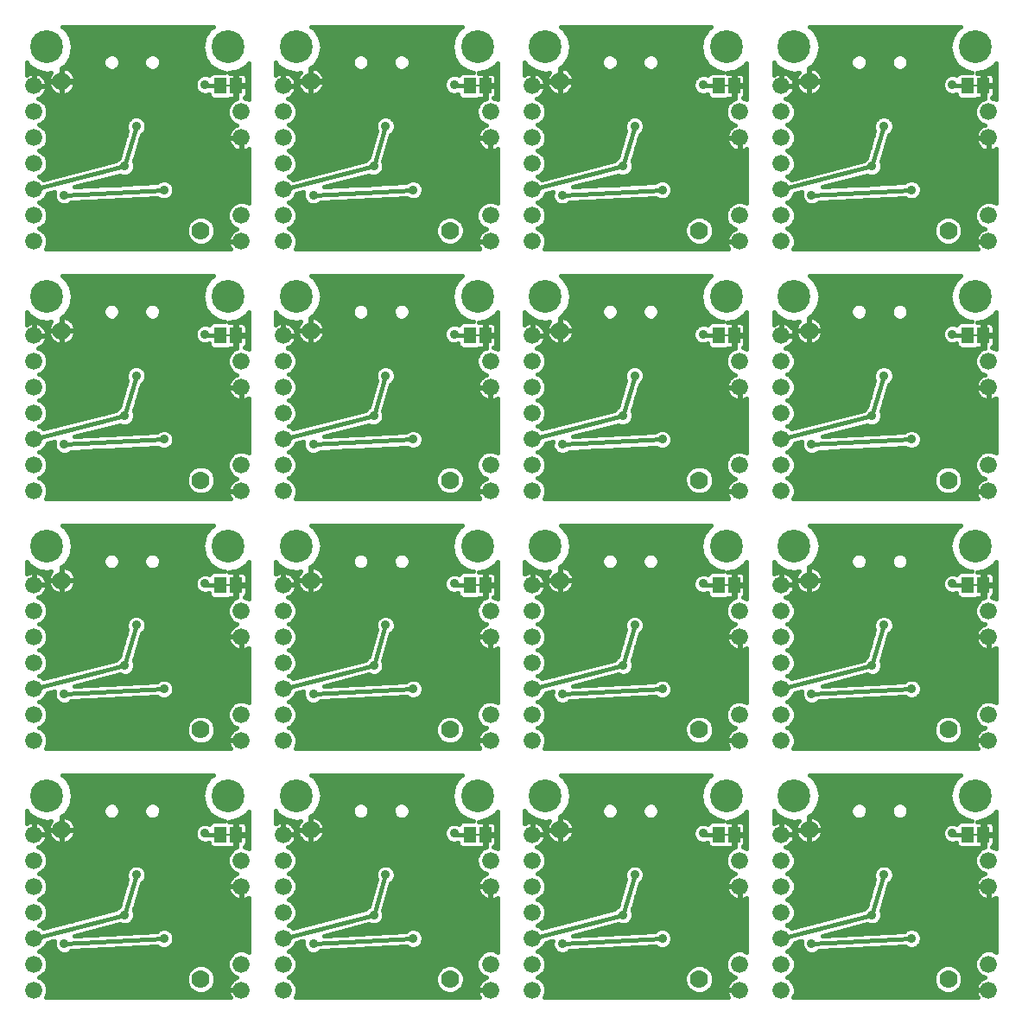
<source format=gbl>
G75*
G70*
%OFA0B0*%
%FSLAX25Y25*%
%IPPOS*%
%LPD*%
%AMOC8*
5,1,8,0,0,1.08239X$1,22.5*
%
%ADD12C,0.07000*%
%ADD13C,0.03560*%
%ADD14C,0.12660*%
%ADD20C,0.01600*%
%ADD37R,0.04600X0.06300*%
%ADD44R,0.02500X0.00800*%
%ADD55C,0.06600*%
X0011000Y0011000D02*
G75*
%LPD*%
D14*
X0021000Y0091000D03*
X0091000Y0091000D03*
D55*
X0016000Y0016000D03*
X0016000Y0026000D03*
X0016000Y0036000D03*
X0016000Y0046000D03*
X0016000Y0056000D03*
X0016000Y0066000D03*
X0016000Y0076000D03*
X0096000Y0066000D03*
X0096000Y0056000D03*
X0096000Y0026000D03*
X0096000Y0016000D03*
D37*
X0094000Y0076000D03*
X0088000Y0076000D03*
D44*
X0091000Y0076000D03*
D12*
X0080400Y0020200D03*
X0026700Y0077800D03*
D13*
X0045380Y0058720D03*
X0055500Y0060500D03*
X0051000Y0045000D03*
X0066170Y0035900D03*
X0075480Y0041780D03*
X0075450Y0047290D03*
X0082000Y0076500D03*
X0036380Y0028220D03*
X0027670Y0033930D03*
D20*
X0066170Y0035900D01*
X0063450Y0038660D02*
X0031690Y0037040D01*
X0049200Y0041540D01*
X0050230Y0041120D01*
X0051770Y0041120D01*
X0053200Y0041710D01*
X0054290Y0042800D01*
X0054880Y0044230D01*
X0054880Y0045770D01*
X0054510Y0046680D01*
X0057550Y0057150D01*
X0057700Y0057210D01*
X0058790Y0058300D01*
X0059380Y0059730D01*
X0059380Y0061270D01*
X0058790Y0062700D01*
X0057700Y0063790D01*
X0056270Y0064380D01*
X0054730Y0064380D01*
X0053300Y0063790D01*
X0052210Y0062700D01*
X0051620Y0061270D01*
X0051620Y0059730D01*
X0051990Y0058820D01*
X0048950Y0048350D01*
X0048800Y0048290D01*
X0047710Y0047200D01*
X0047690Y0047140D01*
X0019690Y0039940D01*
X0019060Y0040580D01*
X0018040Y0041000D01*
X0019060Y0041420D01*
X0020580Y0042940D01*
X0021400Y0044930D01*
X0021400Y0047070D01*
X0020580Y0049060D01*
X0019060Y0050580D01*
X0018040Y0051000D01*
X0019060Y0051420D01*
X0020580Y0052940D01*
X0021400Y0054930D01*
X0021400Y0057070D01*
X0020580Y0059060D01*
X0019060Y0060580D01*
X0018040Y0061000D01*
X0019060Y0061420D01*
X0020580Y0062940D01*
X0021400Y0064930D01*
X0021400Y0067070D01*
X0020580Y0069060D01*
X0019060Y0070580D01*
X0017630Y0071170D01*
X0017960Y0071270D01*
X0018670Y0071640D01*
X0019320Y0072110D01*
X0019890Y0072680D01*
X0020360Y0073330D01*
X0020730Y0074040D01*
X0020970Y0074810D01*
X0021100Y0075600D01*
X0021100Y0075820D01*
X0016180Y0075820D01*
X0016180Y0076180D01*
X0015820Y0076180D01*
X0015820Y0081100D01*
X0015600Y0081100D01*
X0014810Y0080970D01*
X0014040Y0080730D01*
X0013330Y0080360D01*
X0013100Y0080200D01*
X0013100Y0085100D01*
X0013900Y0083900D01*
X0017160Y0081730D01*
X0021000Y0080960D01*
X0022710Y0081300D01*
X0022660Y0081250D01*
X0022170Y0080580D01*
X0021790Y0079830D01*
X0021530Y0079040D01*
X0021400Y0078220D01*
X0021400Y0078000D01*
X0026500Y0078000D01*
X0026500Y0082840D01*
X0028100Y0083900D01*
X0030270Y0087160D01*
X0031040Y0091000D01*
X0030270Y0094840D01*
X0028100Y0098100D01*
X0026890Y0098900D01*
X0085110Y0098900D01*
X0083900Y0098100D01*
X0081730Y0094840D01*
X0080960Y0091000D01*
X0081730Y0087160D01*
X0083900Y0083900D01*
X0087160Y0081730D01*
X0089560Y0081250D01*
X0084830Y0081250D01*
X0083610Y0080030D01*
X0082770Y0080380D01*
X0081230Y0080380D01*
X0079800Y0079790D01*
X0078710Y0078700D01*
X0078120Y0077270D01*
X0078120Y0075730D01*
X0078710Y0074300D01*
X0079800Y0073210D01*
X0081230Y0072620D01*
X0082770Y0072620D01*
X0083600Y0072960D01*
X0083600Y0071980D01*
X0084830Y0070750D01*
X0091170Y0070750D01*
X0091470Y0071050D01*
X0093650Y0071050D01*
X0093650Y0074030D01*
X0094350Y0074730D01*
X0094350Y0075650D01*
X0094350Y0076350D01*
X0094350Y0077270D01*
X0093650Y0077970D01*
X0093650Y0080950D01*
X0091470Y0080950D01*
X0091380Y0081040D01*
X0094840Y0081730D01*
X0098100Y0083900D01*
X0098780Y0084930D01*
X0098780Y0070690D01*
X0097260Y0071320D01*
X0097410Y0071410D01*
X0097740Y0071740D01*
X0097980Y0072160D01*
X0098100Y0072610D01*
X0098100Y0075650D01*
X0094350Y0075650D01*
X0094350Y0071160D01*
X0092940Y0070580D01*
X0091420Y0069060D01*
X0090600Y0067070D01*
X0090600Y0064930D01*
X0091420Y0062940D01*
X0092940Y0061420D01*
X0094370Y0060830D01*
X0094040Y0060730D01*
X0093330Y0060360D01*
X0092680Y0059890D01*
X0092110Y0059320D01*
X0091640Y0058670D01*
X0091270Y0057960D01*
X0091030Y0057190D01*
X0090900Y0056400D01*
X0090900Y0056180D01*
X0095820Y0056180D01*
X0095820Y0055820D01*
X0096180Y0055820D01*
X0096180Y0050900D01*
X0096400Y0050900D01*
X0097190Y0051030D01*
X0097960Y0051270D01*
X0098670Y0051640D01*
X0098780Y0051720D01*
X0098780Y0030690D01*
X0097070Y0031400D01*
X0094930Y0031400D01*
X0092940Y0030580D01*
X0091420Y0029060D01*
X0090600Y0027070D01*
X0090600Y0024930D01*
X0091420Y0022940D01*
X0092940Y0021420D01*
X0094370Y0020830D01*
X0094040Y0020730D01*
X0093330Y0020360D01*
X0092680Y0019890D01*
X0092110Y0019320D01*
X0091640Y0018670D01*
X0091270Y0017960D01*
X0091030Y0017190D01*
X0090900Y0016400D01*
X0090900Y0016180D01*
X0095820Y0016180D01*
X0095820Y0015820D01*
X0090900Y0015820D01*
X0090900Y0015600D01*
X0091030Y0014810D01*
X0091270Y0014040D01*
X0091640Y0013330D01*
X0091800Y0013100D01*
X0020640Y0013100D01*
X0021400Y0014930D01*
X0021400Y0017070D01*
X0020580Y0019060D01*
X0019060Y0020580D01*
X0018040Y0021000D01*
X0019060Y0021420D01*
X0020580Y0022940D01*
X0021400Y0024930D01*
X0021400Y0027070D01*
X0020580Y0029060D01*
X0019060Y0030580D01*
X0018040Y0031000D01*
X0019060Y0031420D01*
X0020580Y0032940D01*
X0021150Y0034330D01*
X0023930Y0035050D01*
X0023790Y0034700D01*
X0023790Y0033160D01*
X0024380Y0031730D01*
X0025470Y0030640D01*
X0026900Y0030050D01*
X0028440Y0030050D01*
X0029870Y0030640D01*
X0030390Y0031170D01*
X0063710Y0032870D01*
X0063970Y0032610D01*
X0065400Y0032020D01*
X0066940Y0032020D01*
X0068370Y0032610D01*
X0069460Y0033700D01*
X0070050Y0035130D01*
X0070050Y0036670D01*
X0069460Y0038100D01*
X0068370Y0039190D01*
X0066940Y0039780D01*
X0065400Y0039780D01*
X0063970Y0039190D01*
X0063450Y0038660D01*
X0064790Y0039530D02*
X0041370Y0039530D01*
X0036580Y0044290D02*
X0021130Y0044290D01*
X0020340Y0042700D02*
X0030410Y0042700D01*
X0035210Y0037950D02*
X0049390Y0037950D01*
X0047540Y0041120D02*
X0098780Y0041120D01*
X0098780Y0039530D02*
X0067550Y0039530D01*
X0069520Y0037950D02*
X0098780Y0037950D01*
X0098780Y0036360D02*
X0070050Y0036360D01*
X0069900Y0034780D02*
X0098780Y0034780D01*
X0098780Y0033190D02*
X0068950Y0033190D01*
X0077230Y0024950D02*
X0075650Y0023370D01*
X0074800Y0021310D01*
X0074800Y0019090D01*
X0075650Y0017030D01*
X0077230Y0015450D01*
X0079290Y0014600D01*
X0081510Y0014600D01*
X0083570Y0015450D01*
X0085150Y0017030D01*
X0086000Y0019090D01*
X0086000Y0021310D01*
X0085150Y0023370D01*
X0083570Y0024950D01*
X0081510Y0025800D01*
X0079290Y0025800D01*
X0077230Y0024950D01*
X0077990Y0025270D02*
X0021400Y0025270D01*
X0021400Y0026850D02*
X0090600Y0026850D01*
X0090600Y0025270D02*
X0082810Y0025270D01*
X0084840Y0023680D02*
X0091120Y0023680D01*
X0092270Y0022100D02*
X0085680Y0022100D01*
X0086000Y0020510D02*
X0093620Y0020510D01*
X0091820Y0018930D02*
X0085930Y0018930D01*
X0085280Y0017340D02*
X0091070Y0017340D01*
X0090900Y0015760D02*
X0083870Y0015760D01*
X0076930Y0015760D02*
X0021400Y0015760D01*
X0021090Y0014170D02*
X0091230Y0014170D01*
X0091160Y0028440D02*
X0020840Y0028440D01*
X0019620Y0030020D02*
X0092380Y0030020D01*
X0098780Y0031610D02*
X0038980Y0031610D01*
X0051000Y0045000D02*
X0055500Y0060500D01*
X0058180Y0063310D02*
X0091270Y0063310D01*
X0090610Y0064890D02*
X0021390Y0064890D01*
X0020730Y0063310D02*
X0052820Y0063310D01*
X0051800Y0061720D02*
X0019360Y0061720D01*
X0019500Y0060140D02*
X0051620Y0060140D01*
X0051910Y0058550D02*
X0020790Y0058550D01*
X0021400Y0056970D02*
X0051450Y0056970D01*
X0050990Y0055380D02*
X0021400Y0055380D01*
X0020930Y0053800D02*
X0050530Y0053800D01*
X0050070Y0052210D02*
X0019850Y0052210D01*
X0018940Y0050630D02*
X0049610Y0050630D01*
X0049150Y0049040D02*
X0020590Y0049040D01*
X0021240Y0047460D02*
X0047970Y0047460D01*
X0051000Y0045000D02*
X0016000Y0036000D01*
X0019240Y0031610D02*
X0024510Y0031610D01*
X0023790Y0033190D02*
X0020680Y0033190D01*
X0022880Y0034780D02*
X0023820Y0034780D01*
X0024250Y0041120D02*
X0018320Y0041120D01*
X0021400Y0045870D02*
X0042740Y0045870D01*
X0054190Y0042700D02*
X0098780Y0042700D01*
X0098780Y0044290D02*
X0054880Y0044290D01*
X0054840Y0045870D02*
X0098780Y0045870D01*
X0098780Y0047460D02*
X0054730Y0047460D01*
X0055190Y0049040D02*
X0098780Y0049040D01*
X0098780Y0050630D02*
X0055650Y0050630D01*
X0056110Y0052210D02*
X0092580Y0052210D01*
X0092680Y0052110D02*
X0093330Y0051640D01*
X0094040Y0051270D01*
X0094810Y0051030D01*
X0095600Y0050900D01*
X0095820Y0050900D01*
X0095820Y0055820D01*
X0090900Y0055820D01*
X0090900Y0055600D01*
X0091030Y0054810D01*
X0091270Y0054040D01*
X0091640Y0053330D01*
X0092110Y0052680D01*
X0092680Y0052110D01*
X0091400Y0053800D02*
X0056570Y0053800D01*
X0057030Y0055380D02*
X0090930Y0055380D01*
X0090990Y0056970D02*
X0057490Y0056970D01*
X0058890Y0058550D02*
X0091580Y0058550D01*
X0093010Y0060140D02*
X0059380Y0060140D01*
X0059200Y0061720D02*
X0092640Y0061720D01*
X0090600Y0066480D02*
X0021400Y0066480D01*
X0020990Y0068060D02*
X0091010Y0068060D01*
X0092010Y0069650D02*
X0019990Y0069650D01*
X0017820Y0071230D02*
X0084350Y0071230D01*
X0083600Y0072820D02*
X0083250Y0072820D01*
X0080750Y0072820D02*
X0028510Y0072820D01*
X0028730Y0072890D02*
X0029480Y0073270D01*
X0030150Y0073760D01*
X0030740Y0074350D01*
X0031230Y0075020D01*
X0031610Y0075770D01*
X0031870Y0076560D01*
X0032000Y0077380D01*
X0032000Y0077600D01*
X0026900Y0077600D01*
X0026900Y0078000D01*
X0026500Y0078000D01*
X0026500Y0077600D01*
X0021400Y0077600D01*
X0021400Y0077380D01*
X0021530Y0076560D01*
X0021790Y0075770D01*
X0022170Y0075020D01*
X0022660Y0074350D01*
X0023250Y0073760D01*
X0023920Y0073270D01*
X0024670Y0072890D01*
X0025460Y0072630D01*
X0026280Y0072500D01*
X0026500Y0072500D01*
X0026500Y0077600D01*
X0026900Y0077600D01*
X0026900Y0072500D01*
X0027120Y0072500D01*
X0027940Y0072630D01*
X0028730Y0072890D01*
X0026900Y0072820D02*
X0026500Y0072820D01*
X0024890Y0072820D02*
X0019990Y0072820D01*
X0020840Y0074400D02*
X0022620Y0074400D01*
X0021720Y0075990D02*
X0016180Y0075990D01*
X0016180Y0076180D02*
X0021100Y0076180D01*
X0021100Y0076400D01*
X0020970Y0077190D01*
X0020730Y0077960D01*
X0020360Y0078670D01*
X0019890Y0079320D01*
X0019320Y0079890D01*
X0018670Y0080360D01*
X0017960Y0080730D01*
X0017190Y0080970D01*
X0016400Y0081100D01*
X0016180Y0081100D01*
X0016180Y0076180D01*
X0016180Y0077570D02*
X0015820Y0077570D01*
X0015820Y0079160D02*
X0016180Y0079160D01*
X0016180Y0080740D02*
X0015820Y0080740D01*
X0016260Y0082330D02*
X0013100Y0082330D01*
X0013100Y0083910D02*
X0013900Y0083910D01*
X0014080Y0080740D02*
X0013100Y0080740D01*
X0017920Y0080740D02*
X0022280Y0080740D01*
X0021570Y0079160D02*
X0020010Y0079160D01*
X0020850Y0077570D02*
X0021400Y0077570D01*
X0026500Y0077570D02*
X0026900Y0077570D01*
X0026900Y0078000D02*
X0032000Y0078000D01*
X0032000Y0078220D01*
X0031870Y0079040D01*
X0031610Y0079830D01*
X0031230Y0080580D01*
X0030740Y0081250D01*
X0030150Y0081840D01*
X0029480Y0082330D01*
X0028730Y0082710D01*
X0027940Y0082970D01*
X0027120Y0083100D01*
X0026900Y0083100D01*
X0026900Y0078000D01*
X0026900Y0079160D02*
X0026500Y0079160D01*
X0026500Y0080740D02*
X0026900Y0080740D01*
X0026900Y0082330D02*
X0026500Y0082330D01*
X0028100Y0083910D02*
X0042890Y0083910D01*
X0042650Y0084480D02*
X0043150Y0083280D01*
X0044080Y0082350D01*
X0045280Y0081850D01*
X0046590Y0081850D01*
X0047790Y0082350D01*
X0048720Y0083280D01*
X0049220Y0084480D01*
X0049220Y0085790D01*
X0048720Y0086990D01*
X0047790Y0087920D01*
X0046590Y0088420D01*
X0045280Y0088420D01*
X0044080Y0087920D01*
X0043150Y0086990D01*
X0042650Y0085790D01*
X0042650Y0084480D01*
X0042650Y0085500D02*
X0029160Y0085500D01*
X0030220Y0087080D02*
X0043240Y0087080D01*
X0044150Y0082330D02*
X0029490Y0082330D01*
X0031120Y0080740D02*
X0084320Y0080740D01*
X0086260Y0082330D02*
X0063470Y0082330D01*
X0063540Y0082350D02*
X0064470Y0083280D01*
X0064970Y0084480D01*
X0064970Y0085790D01*
X0064470Y0086990D01*
X0063540Y0087920D01*
X0062340Y0088420D01*
X0061030Y0088420D01*
X0059830Y0087920D01*
X0058900Y0086990D01*
X0058400Y0085790D01*
X0058400Y0084480D01*
X0058900Y0083280D01*
X0059830Y0082350D01*
X0061030Y0081850D01*
X0062340Y0081850D01*
X0063540Y0082350D01*
X0064730Y0083910D02*
X0083900Y0083910D01*
X0082840Y0085500D02*
X0064970Y0085500D01*
X0064380Y0087080D02*
X0081780Y0087080D01*
X0081430Y0088670D02*
X0030570Y0088670D01*
X0030890Y0090250D02*
X0081110Y0090250D01*
X0081130Y0091840D02*
X0030870Y0091840D01*
X0030560Y0093420D02*
X0081440Y0093420D01*
X0081840Y0095010D02*
X0030160Y0095010D01*
X0029100Y0096590D02*
X0082900Y0096590D01*
X0084020Y0098180D02*
X0027980Y0098180D01*
X0031830Y0079160D02*
X0079170Y0079160D01*
X0078240Y0077570D02*
X0032000Y0077570D01*
X0031680Y0075990D02*
X0078120Y0075990D01*
X0078670Y0074400D02*
X0030780Y0074400D01*
X0026900Y0074400D02*
X0026500Y0074400D01*
X0026500Y0075990D02*
X0026900Y0075990D01*
X0047730Y0082330D02*
X0059890Y0082330D01*
X0058640Y0083910D02*
X0048980Y0083910D01*
X0049220Y0085500D02*
X0058400Y0085500D01*
X0058990Y0087080D02*
X0048630Y0087080D01*
X0082000Y0076500D02*
X0082500Y0076000D01*
X0088000Y0076000D01*
X0094020Y0074400D02*
X0094350Y0074400D01*
X0094350Y0075650D02*
X0094350Y0075650D01*
X0094350Y0075990D02*
X0098780Y0075990D01*
X0098100Y0076350D02*
X0098100Y0079390D01*
X0097980Y0079840D01*
X0097740Y0080260D01*
X0097410Y0080590D01*
X0096990Y0080830D01*
X0096540Y0080950D01*
X0094350Y0080950D01*
X0094350Y0076350D01*
X0094350Y0076350D01*
X0098100Y0076350D01*
X0098100Y0077570D02*
X0098780Y0077570D01*
X0098780Y0079160D02*
X0098100Y0079160D01*
X0098780Y0080740D02*
X0097150Y0080740D01*
X0095740Y0082330D02*
X0098780Y0082330D01*
X0098780Y0083910D02*
X0098100Y0083910D01*
X0094350Y0080740D02*
X0093650Y0080740D01*
X0093650Y0079160D02*
X0094350Y0079160D01*
X0094350Y0077570D02*
X0094050Y0077570D01*
X0098100Y0074400D02*
X0098780Y0074400D01*
X0098780Y0072820D02*
X0098100Y0072820D01*
X0097480Y0071230D02*
X0098780Y0071230D01*
X0094350Y0071230D02*
X0093650Y0071230D01*
X0093650Y0072820D02*
X0094350Y0072820D01*
X0095820Y0055380D02*
X0096180Y0055380D01*
X0096180Y0053800D02*
X0095820Y0053800D01*
X0095820Y0052210D02*
X0096180Y0052210D01*
X0075960Y0023680D02*
X0020880Y0023680D01*
X0019730Y0022100D02*
X0075120Y0022100D01*
X0074800Y0020510D02*
X0019130Y0020510D01*
X0020630Y0018930D02*
X0074870Y0018930D01*
X0075520Y0017340D02*
X0021290Y0017340D01*
X0011000Y0107250D02*
G75*
%LPD*%
D14*
X0021000Y0187250D03*
X0091000Y0187250D03*
D55*
X0016000Y0112250D03*
X0016000Y0122250D03*
X0016000Y0132250D03*
X0016000Y0142250D03*
X0016000Y0152250D03*
X0016000Y0162250D03*
X0016000Y0172250D03*
X0096000Y0162250D03*
X0096000Y0152250D03*
X0096000Y0122250D03*
X0096000Y0112250D03*
D37*
X0094000Y0172250D03*
X0088000Y0172250D03*
D44*
X0091000Y0172250D03*
D12*
X0080400Y0116450D03*
X0026700Y0174050D03*
D13*
X0045380Y0154970D03*
X0055500Y0156750D03*
X0051000Y0141250D03*
X0066170Y0132150D03*
X0075480Y0138030D03*
X0075450Y0143540D03*
X0082000Y0172750D03*
X0036380Y0124470D03*
X0027670Y0130180D03*
D20*
X0066170Y0132150D01*
X0063450Y0134910D02*
X0031690Y0133290D01*
X0049200Y0137790D01*
X0050230Y0137370D01*
X0051770Y0137370D01*
X0053200Y0137960D01*
X0054290Y0139050D01*
X0054880Y0140480D01*
X0054880Y0142020D01*
X0054510Y0142930D01*
X0057550Y0153400D01*
X0057700Y0153460D01*
X0058790Y0154550D01*
X0059380Y0155980D01*
X0059380Y0157520D01*
X0058790Y0158950D01*
X0057700Y0160040D01*
X0056270Y0160630D01*
X0054730Y0160630D01*
X0053300Y0160040D01*
X0052210Y0158950D01*
X0051620Y0157520D01*
X0051620Y0155980D01*
X0051990Y0155070D01*
X0048950Y0144600D01*
X0048800Y0144540D01*
X0047710Y0143450D01*
X0047690Y0143390D01*
X0019690Y0136190D01*
X0019060Y0136830D01*
X0018040Y0137250D01*
X0019060Y0137670D01*
X0020580Y0139190D01*
X0021400Y0141180D01*
X0021400Y0143320D01*
X0020580Y0145310D01*
X0019060Y0146830D01*
X0018040Y0147250D01*
X0019060Y0147670D01*
X0020580Y0149190D01*
X0021400Y0151180D01*
X0021400Y0153320D01*
X0020580Y0155310D01*
X0019060Y0156830D01*
X0018040Y0157250D01*
X0019060Y0157670D01*
X0020580Y0159190D01*
X0021400Y0161180D01*
X0021400Y0163320D01*
X0020580Y0165310D01*
X0019060Y0166830D01*
X0017630Y0167420D01*
X0017960Y0167520D01*
X0018670Y0167890D01*
X0019320Y0168360D01*
X0019890Y0168930D01*
X0020360Y0169580D01*
X0020730Y0170290D01*
X0020970Y0171060D01*
X0021100Y0171850D01*
X0021100Y0172070D01*
X0016180Y0172070D01*
X0016180Y0172430D01*
X0015820Y0172430D01*
X0015820Y0177350D01*
X0015600Y0177350D01*
X0014810Y0177220D01*
X0014040Y0176980D01*
X0013330Y0176610D01*
X0013100Y0176450D01*
X0013100Y0181350D01*
X0013900Y0180150D01*
X0017160Y0177980D01*
X0021000Y0177210D01*
X0022710Y0177550D01*
X0022660Y0177500D01*
X0022170Y0176830D01*
X0021790Y0176080D01*
X0021530Y0175290D01*
X0021400Y0174470D01*
X0021400Y0174250D01*
X0026500Y0174250D01*
X0026500Y0179090D01*
X0028100Y0180150D01*
X0030270Y0183410D01*
X0031040Y0187250D01*
X0030270Y0191090D01*
X0028100Y0194350D01*
X0026890Y0195150D01*
X0085110Y0195150D01*
X0083900Y0194350D01*
X0081730Y0191090D01*
X0080960Y0187250D01*
X0081730Y0183410D01*
X0083900Y0180150D01*
X0087160Y0177980D01*
X0089560Y0177500D01*
X0084830Y0177500D01*
X0083610Y0176280D01*
X0082770Y0176630D01*
X0081230Y0176630D01*
X0079800Y0176040D01*
X0078710Y0174950D01*
X0078120Y0173520D01*
X0078120Y0171980D01*
X0078710Y0170550D01*
X0079800Y0169460D01*
X0081230Y0168870D01*
X0082770Y0168870D01*
X0083600Y0169210D01*
X0083600Y0168230D01*
X0084830Y0167000D01*
X0091170Y0167000D01*
X0091470Y0167300D01*
X0093650Y0167300D01*
X0093650Y0170280D01*
X0094350Y0170980D01*
X0094350Y0171900D01*
X0094350Y0172600D01*
X0094350Y0173520D01*
X0093650Y0174220D01*
X0093650Y0177200D01*
X0091470Y0177200D01*
X0091380Y0177290D01*
X0094840Y0177980D01*
X0098100Y0180150D01*
X0098780Y0181180D01*
X0098780Y0166940D01*
X0097260Y0167570D01*
X0097410Y0167660D01*
X0097740Y0167990D01*
X0097980Y0168410D01*
X0098100Y0168860D01*
X0098100Y0171900D01*
X0094350Y0171900D01*
X0094350Y0167410D01*
X0092940Y0166830D01*
X0091420Y0165310D01*
X0090600Y0163320D01*
X0090600Y0161180D01*
X0091420Y0159190D01*
X0092940Y0157670D01*
X0094370Y0157080D01*
X0094040Y0156980D01*
X0093330Y0156610D01*
X0092680Y0156140D01*
X0092110Y0155570D01*
X0091640Y0154920D01*
X0091270Y0154210D01*
X0091030Y0153440D01*
X0090900Y0152650D01*
X0090900Y0152430D01*
X0095820Y0152430D01*
X0095820Y0152070D01*
X0096180Y0152070D01*
X0096180Y0147150D01*
X0096400Y0147150D01*
X0097190Y0147280D01*
X0097960Y0147520D01*
X0098670Y0147890D01*
X0098780Y0147970D01*
X0098780Y0126940D01*
X0097070Y0127650D01*
X0094930Y0127650D01*
X0092940Y0126830D01*
X0091420Y0125310D01*
X0090600Y0123320D01*
X0090600Y0121180D01*
X0091420Y0119190D01*
X0092940Y0117670D01*
X0094370Y0117080D01*
X0094040Y0116980D01*
X0093330Y0116610D01*
X0092680Y0116140D01*
X0092110Y0115570D01*
X0091640Y0114920D01*
X0091270Y0114210D01*
X0091030Y0113440D01*
X0090900Y0112650D01*
X0090900Y0112430D01*
X0095820Y0112430D01*
X0095820Y0112070D01*
X0090900Y0112070D01*
X0090900Y0111850D01*
X0091030Y0111060D01*
X0091270Y0110290D01*
X0091640Y0109580D01*
X0091800Y0109350D01*
X0020640Y0109350D01*
X0021400Y0111180D01*
X0021400Y0113320D01*
X0020580Y0115310D01*
X0019060Y0116830D01*
X0018040Y0117250D01*
X0019060Y0117670D01*
X0020580Y0119190D01*
X0021400Y0121180D01*
X0021400Y0123320D01*
X0020580Y0125310D01*
X0019060Y0126830D01*
X0018040Y0127250D01*
X0019060Y0127670D01*
X0020580Y0129190D01*
X0021150Y0130580D01*
X0023930Y0131300D01*
X0023790Y0130950D01*
X0023790Y0129410D01*
X0024380Y0127980D01*
X0025470Y0126890D01*
X0026900Y0126300D01*
X0028440Y0126300D01*
X0029870Y0126890D01*
X0030390Y0127420D01*
X0063710Y0129120D01*
X0063970Y0128860D01*
X0065400Y0128270D01*
X0066940Y0128270D01*
X0068370Y0128860D01*
X0069460Y0129950D01*
X0070050Y0131380D01*
X0070050Y0132920D01*
X0069460Y0134350D01*
X0068370Y0135440D01*
X0066940Y0136030D01*
X0065400Y0136030D01*
X0063970Y0135440D01*
X0063450Y0134910D01*
X0064790Y0135780D02*
X0041370Y0135780D01*
X0036580Y0140540D02*
X0021130Y0140540D01*
X0020340Y0138950D02*
X0030410Y0138950D01*
X0035210Y0134200D02*
X0049390Y0134200D01*
X0047540Y0137370D02*
X0098780Y0137370D01*
X0098780Y0135780D02*
X0067550Y0135780D01*
X0069520Y0134200D02*
X0098780Y0134200D01*
X0098780Y0132610D02*
X0070050Y0132610D01*
X0069900Y0131030D02*
X0098780Y0131030D01*
X0098780Y0129440D02*
X0068950Y0129440D01*
X0077230Y0121200D02*
X0075650Y0119620D01*
X0074800Y0117560D01*
X0074800Y0115340D01*
X0075650Y0113280D01*
X0077230Y0111700D01*
X0079290Y0110850D01*
X0081510Y0110850D01*
X0083570Y0111700D01*
X0085150Y0113280D01*
X0086000Y0115340D01*
X0086000Y0117560D01*
X0085150Y0119620D01*
X0083570Y0121200D01*
X0081510Y0122050D01*
X0079290Y0122050D01*
X0077230Y0121200D01*
X0077990Y0121520D02*
X0021400Y0121520D01*
X0021400Y0123100D02*
X0090600Y0123100D01*
X0090600Y0121520D02*
X0082810Y0121520D01*
X0084840Y0119930D02*
X0091120Y0119930D01*
X0092270Y0118350D02*
X0085680Y0118350D01*
X0086000Y0116760D02*
X0093620Y0116760D01*
X0091820Y0115180D02*
X0085930Y0115180D01*
X0085280Y0113590D02*
X0091070Y0113590D01*
X0090900Y0112010D02*
X0083870Y0112010D01*
X0076930Y0112010D02*
X0021400Y0112010D01*
X0021090Y0110420D02*
X0091230Y0110420D01*
X0091160Y0124690D02*
X0020840Y0124690D01*
X0019620Y0126270D02*
X0092380Y0126270D01*
X0098780Y0127860D02*
X0038980Y0127860D01*
X0051000Y0141250D02*
X0055500Y0156750D01*
X0058180Y0159560D02*
X0091270Y0159560D01*
X0090610Y0161140D02*
X0021390Y0161140D01*
X0020730Y0159560D02*
X0052820Y0159560D01*
X0051800Y0157970D02*
X0019360Y0157970D01*
X0019500Y0156390D02*
X0051620Y0156390D01*
X0051910Y0154800D02*
X0020790Y0154800D01*
X0021400Y0153220D02*
X0051450Y0153220D01*
X0050990Y0151630D02*
X0021400Y0151630D01*
X0020930Y0150050D02*
X0050530Y0150050D01*
X0050070Y0148460D02*
X0019850Y0148460D01*
X0018940Y0146880D02*
X0049610Y0146880D01*
X0049150Y0145290D02*
X0020590Y0145290D01*
X0021240Y0143710D02*
X0047970Y0143710D01*
X0051000Y0141250D02*
X0016000Y0132250D01*
X0019240Y0127860D02*
X0024510Y0127860D01*
X0023790Y0129440D02*
X0020680Y0129440D01*
X0022880Y0131030D02*
X0023820Y0131030D01*
X0024250Y0137370D02*
X0018320Y0137370D01*
X0021400Y0142120D02*
X0042740Y0142120D01*
X0054190Y0138950D02*
X0098780Y0138950D01*
X0098780Y0140540D02*
X0054880Y0140540D01*
X0054840Y0142120D02*
X0098780Y0142120D01*
X0098780Y0143710D02*
X0054730Y0143710D01*
X0055190Y0145290D02*
X0098780Y0145290D01*
X0098780Y0146880D02*
X0055650Y0146880D01*
X0056110Y0148460D02*
X0092580Y0148460D01*
X0092680Y0148360D02*
X0093330Y0147890D01*
X0094040Y0147520D01*
X0094810Y0147280D01*
X0095600Y0147150D01*
X0095820Y0147150D01*
X0095820Y0152070D01*
X0090900Y0152070D01*
X0090900Y0151850D01*
X0091030Y0151060D01*
X0091270Y0150290D01*
X0091640Y0149580D01*
X0092110Y0148930D01*
X0092680Y0148360D01*
X0091400Y0150050D02*
X0056570Y0150050D01*
X0057030Y0151630D02*
X0090930Y0151630D01*
X0090990Y0153220D02*
X0057490Y0153220D01*
X0058890Y0154800D02*
X0091580Y0154800D01*
X0093010Y0156390D02*
X0059380Y0156390D01*
X0059200Y0157970D02*
X0092640Y0157970D01*
X0090600Y0162730D02*
X0021400Y0162730D01*
X0020990Y0164310D02*
X0091010Y0164310D01*
X0092010Y0165900D02*
X0019990Y0165900D01*
X0017820Y0167480D02*
X0084350Y0167480D01*
X0083600Y0169070D02*
X0083250Y0169070D01*
X0080750Y0169070D02*
X0028510Y0169070D01*
X0028730Y0169140D02*
X0029480Y0169520D01*
X0030150Y0170010D01*
X0030740Y0170600D01*
X0031230Y0171270D01*
X0031610Y0172020D01*
X0031870Y0172810D01*
X0032000Y0173630D01*
X0032000Y0173850D01*
X0026900Y0173850D01*
X0026900Y0174250D01*
X0026500Y0174250D01*
X0026500Y0173850D01*
X0021400Y0173850D01*
X0021400Y0173630D01*
X0021530Y0172810D01*
X0021790Y0172020D01*
X0022170Y0171270D01*
X0022660Y0170600D01*
X0023250Y0170010D01*
X0023920Y0169520D01*
X0024670Y0169140D01*
X0025460Y0168880D01*
X0026280Y0168750D01*
X0026500Y0168750D01*
X0026500Y0173850D01*
X0026900Y0173850D01*
X0026900Y0168750D01*
X0027120Y0168750D01*
X0027940Y0168880D01*
X0028730Y0169140D01*
X0026900Y0169070D02*
X0026500Y0169070D01*
X0024890Y0169070D02*
X0019990Y0169070D01*
X0020840Y0170650D02*
X0022620Y0170650D01*
X0021720Y0172240D02*
X0016180Y0172240D01*
X0016180Y0172430D02*
X0021100Y0172430D01*
X0021100Y0172650D01*
X0020970Y0173440D01*
X0020730Y0174210D01*
X0020360Y0174920D01*
X0019890Y0175570D01*
X0019320Y0176140D01*
X0018670Y0176610D01*
X0017960Y0176980D01*
X0017190Y0177220D01*
X0016400Y0177350D01*
X0016180Y0177350D01*
X0016180Y0172430D01*
X0016180Y0173820D02*
X0015820Y0173820D01*
X0015820Y0175410D02*
X0016180Y0175410D01*
X0016180Y0176990D02*
X0015820Y0176990D01*
X0016260Y0178580D02*
X0013100Y0178580D01*
X0013100Y0180160D02*
X0013900Y0180160D01*
X0014080Y0176990D02*
X0013100Y0176990D01*
X0017920Y0176990D02*
X0022280Y0176990D01*
X0021570Y0175410D02*
X0020010Y0175410D01*
X0020850Y0173820D02*
X0021400Y0173820D01*
X0026500Y0173820D02*
X0026900Y0173820D01*
X0026900Y0174250D02*
X0032000Y0174250D01*
X0032000Y0174470D01*
X0031870Y0175290D01*
X0031610Y0176080D01*
X0031230Y0176830D01*
X0030740Y0177500D01*
X0030150Y0178090D01*
X0029480Y0178580D01*
X0028730Y0178960D01*
X0027940Y0179220D01*
X0027120Y0179350D01*
X0026900Y0179350D01*
X0026900Y0174250D01*
X0026900Y0175410D02*
X0026500Y0175410D01*
X0026500Y0176990D02*
X0026900Y0176990D01*
X0026900Y0178580D02*
X0026500Y0178580D01*
X0028100Y0180160D02*
X0042890Y0180160D01*
X0042650Y0180730D02*
X0043150Y0179530D01*
X0044080Y0178600D01*
X0045280Y0178100D01*
X0046590Y0178100D01*
X0047790Y0178600D01*
X0048720Y0179530D01*
X0049220Y0180730D01*
X0049220Y0182040D01*
X0048720Y0183240D01*
X0047790Y0184170D01*
X0046590Y0184670D01*
X0045280Y0184670D01*
X0044080Y0184170D01*
X0043150Y0183240D01*
X0042650Y0182040D01*
X0042650Y0180730D01*
X0042650Y0181750D02*
X0029160Y0181750D01*
X0030220Y0183330D02*
X0043240Y0183330D01*
X0044150Y0178580D02*
X0029490Y0178580D01*
X0031120Y0176990D02*
X0084320Y0176990D01*
X0086260Y0178580D02*
X0063470Y0178580D01*
X0063540Y0178600D02*
X0064470Y0179530D01*
X0064970Y0180730D01*
X0064970Y0182040D01*
X0064470Y0183240D01*
X0063540Y0184170D01*
X0062340Y0184670D01*
X0061030Y0184670D01*
X0059830Y0184170D01*
X0058900Y0183240D01*
X0058400Y0182040D01*
X0058400Y0180730D01*
X0058900Y0179530D01*
X0059830Y0178600D01*
X0061030Y0178100D01*
X0062340Y0178100D01*
X0063540Y0178600D01*
X0064730Y0180160D02*
X0083900Y0180160D01*
X0082840Y0181750D02*
X0064970Y0181750D01*
X0064380Y0183330D02*
X0081780Y0183330D01*
X0081430Y0184920D02*
X0030570Y0184920D01*
X0030890Y0186500D02*
X0081110Y0186500D01*
X0081130Y0188090D02*
X0030870Y0188090D01*
X0030560Y0189670D02*
X0081440Y0189670D01*
X0081840Y0191260D02*
X0030160Y0191260D01*
X0029100Y0192840D02*
X0082900Y0192840D01*
X0084020Y0194430D02*
X0027980Y0194430D01*
X0031830Y0175410D02*
X0079170Y0175410D01*
X0078240Y0173820D02*
X0032000Y0173820D01*
X0031680Y0172240D02*
X0078120Y0172240D01*
X0078670Y0170650D02*
X0030780Y0170650D01*
X0026900Y0170650D02*
X0026500Y0170650D01*
X0026500Y0172240D02*
X0026900Y0172240D01*
X0047730Y0178580D02*
X0059890Y0178580D01*
X0058640Y0180160D02*
X0048980Y0180160D01*
X0049220Y0181750D02*
X0058400Y0181750D01*
X0058990Y0183330D02*
X0048630Y0183330D01*
X0082000Y0172750D02*
X0082500Y0172250D01*
X0088000Y0172250D01*
X0094020Y0170650D02*
X0094350Y0170650D01*
X0094350Y0171900D02*
X0094350Y0171900D01*
X0094350Y0172240D02*
X0098780Y0172240D01*
X0098100Y0172600D02*
X0098100Y0175640D01*
X0097980Y0176090D01*
X0097740Y0176510D01*
X0097410Y0176840D01*
X0096990Y0177080D01*
X0096540Y0177200D01*
X0094350Y0177200D01*
X0094350Y0172600D01*
X0094350Y0172600D01*
X0098100Y0172600D01*
X0098100Y0173820D02*
X0098780Y0173820D01*
X0098780Y0175410D02*
X0098100Y0175410D01*
X0098780Y0176990D02*
X0097150Y0176990D01*
X0095740Y0178580D02*
X0098780Y0178580D01*
X0098780Y0180160D02*
X0098100Y0180160D01*
X0094350Y0176990D02*
X0093650Y0176990D01*
X0093650Y0175410D02*
X0094350Y0175410D01*
X0094350Y0173820D02*
X0094050Y0173820D01*
X0098100Y0170650D02*
X0098780Y0170650D01*
X0098780Y0169070D02*
X0098100Y0169070D01*
X0097480Y0167480D02*
X0098780Y0167480D01*
X0094350Y0167480D02*
X0093650Y0167480D01*
X0093650Y0169070D02*
X0094350Y0169070D01*
X0095820Y0151630D02*
X0096180Y0151630D01*
X0096180Y0150050D02*
X0095820Y0150050D01*
X0095820Y0148460D02*
X0096180Y0148460D01*
X0075960Y0119930D02*
X0020880Y0119930D01*
X0019730Y0118350D02*
X0075120Y0118350D01*
X0074800Y0116760D02*
X0019130Y0116760D01*
X0020630Y0115180D02*
X0074870Y0115180D01*
X0075520Y0113590D02*
X0021290Y0113590D01*
X0011000Y0203500D02*
G75*
%LPD*%
D14*
X0021000Y0283500D03*
X0091000Y0283500D03*
D55*
X0016000Y0208500D03*
X0016000Y0218500D03*
X0016000Y0228500D03*
X0016000Y0238500D03*
X0016000Y0248500D03*
X0016000Y0258500D03*
X0016000Y0268500D03*
X0096000Y0258500D03*
X0096000Y0248500D03*
X0096000Y0218500D03*
X0096000Y0208500D03*
D37*
X0094000Y0268500D03*
X0088000Y0268500D03*
D44*
X0091000Y0268500D03*
D12*
X0080400Y0212700D03*
X0026700Y0270300D03*
D13*
X0045380Y0251220D03*
X0055500Y0253000D03*
X0051000Y0237500D03*
X0066170Y0228400D03*
X0075480Y0234280D03*
X0075450Y0239790D03*
X0082000Y0269000D03*
X0036380Y0220720D03*
X0027670Y0226430D03*
D20*
X0066170Y0228400D01*
X0063450Y0231160D02*
X0031690Y0229540D01*
X0049200Y0234040D01*
X0050230Y0233620D01*
X0051770Y0233620D01*
X0053200Y0234210D01*
X0054290Y0235300D01*
X0054880Y0236730D01*
X0054880Y0238270D01*
X0054510Y0239180D01*
X0057550Y0249650D01*
X0057700Y0249710D01*
X0058790Y0250800D01*
X0059380Y0252230D01*
X0059380Y0253770D01*
X0058790Y0255200D01*
X0057700Y0256290D01*
X0056270Y0256880D01*
X0054730Y0256880D01*
X0053300Y0256290D01*
X0052210Y0255200D01*
X0051620Y0253770D01*
X0051620Y0252230D01*
X0051990Y0251320D01*
X0048950Y0240850D01*
X0048800Y0240790D01*
X0047710Y0239700D01*
X0047690Y0239640D01*
X0019690Y0232440D01*
X0019060Y0233080D01*
X0018040Y0233500D01*
X0019060Y0233920D01*
X0020580Y0235440D01*
X0021400Y0237430D01*
X0021400Y0239570D01*
X0020580Y0241560D01*
X0019060Y0243080D01*
X0018040Y0243500D01*
X0019060Y0243920D01*
X0020580Y0245440D01*
X0021400Y0247430D01*
X0021400Y0249570D01*
X0020580Y0251560D01*
X0019060Y0253080D01*
X0018040Y0253500D01*
X0019060Y0253920D01*
X0020580Y0255440D01*
X0021400Y0257430D01*
X0021400Y0259570D01*
X0020580Y0261560D01*
X0019060Y0263080D01*
X0017630Y0263670D01*
X0017960Y0263770D01*
X0018670Y0264140D01*
X0019320Y0264610D01*
X0019890Y0265180D01*
X0020360Y0265830D01*
X0020730Y0266540D01*
X0020970Y0267310D01*
X0021100Y0268100D01*
X0021100Y0268320D01*
X0016180Y0268320D01*
X0016180Y0268680D01*
X0015820Y0268680D01*
X0015820Y0273600D01*
X0015600Y0273600D01*
X0014810Y0273470D01*
X0014040Y0273230D01*
X0013330Y0272860D01*
X0013100Y0272700D01*
X0013100Y0277600D01*
X0013900Y0276400D01*
X0017160Y0274230D01*
X0021000Y0273460D01*
X0022710Y0273800D01*
X0022660Y0273750D01*
X0022170Y0273080D01*
X0021790Y0272330D01*
X0021530Y0271540D01*
X0021400Y0270720D01*
X0021400Y0270500D01*
X0026500Y0270500D01*
X0026500Y0275340D01*
X0028100Y0276400D01*
X0030270Y0279660D01*
X0031040Y0283500D01*
X0030270Y0287340D01*
X0028100Y0290600D01*
X0026890Y0291400D01*
X0085110Y0291400D01*
X0083900Y0290600D01*
X0081730Y0287340D01*
X0080960Y0283500D01*
X0081730Y0279660D01*
X0083900Y0276400D01*
X0087160Y0274230D01*
X0089560Y0273750D01*
X0084830Y0273750D01*
X0083610Y0272530D01*
X0082770Y0272880D01*
X0081230Y0272880D01*
X0079800Y0272290D01*
X0078710Y0271200D01*
X0078120Y0269770D01*
X0078120Y0268230D01*
X0078710Y0266800D01*
X0079800Y0265710D01*
X0081230Y0265120D01*
X0082770Y0265120D01*
X0083600Y0265460D01*
X0083600Y0264480D01*
X0084830Y0263250D01*
X0091170Y0263250D01*
X0091470Y0263550D01*
X0093650Y0263550D01*
X0093650Y0266530D01*
X0094350Y0267230D01*
X0094350Y0268150D01*
X0094350Y0268850D01*
X0094350Y0269770D01*
X0093650Y0270470D01*
X0093650Y0273450D01*
X0091470Y0273450D01*
X0091380Y0273540D01*
X0094840Y0274230D01*
X0098100Y0276400D01*
X0098780Y0277430D01*
X0098780Y0263190D01*
X0097260Y0263820D01*
X0097410Y0263910D01*
X0097740Y0264240D01*
X0097980Y0264660D01*
X0098100Y0265110D01*
X0098100Y0268150D01*
X0094350Y0268150D01*
X0094350Y0263660D01*
X0092940Y0263080D01*
X0091420Y0261560D01*
X0090600Y0259570D01*
X0090600Y0257430D01*
X0091420Y0255440D01*
X0092940Y0253920D01*
X0094370Y0253330D01*
X0094040Y0253230D01*
X0093330Y0252860D01*
X0092680Y0252390D01*
X0092110Y0251820D01*
X0091640Y0251170D01*
X0091270Y0250460D01*
X0091030Y0249690D01*
X0090900Y0248900D01*
X0090900Y0248680D01*
X0095820Y0248680D01*
X0095820Y0248320D01*
X0096180Y0248320D01*
X0096180Y0243400D01*
X0096400Y0243400D01*
X0097190Y0243530D01*
X0097960Y0243770D01*
X0098670Y0244140D01*
X0098780Y0244220D01*
X0098780Y0223190D01*
X0097070Y0223900D01*
X0094930Y0223900D01*
X0092940Y0223080D01*
X0091420Y0221560D01*
X0090600Y0219570D01*
X0090600Y0217430D01*
X0091420Y0215440D01*
X0092940Y0213920D01*
X0094370Y0213330D01*
X0094040Y0213230D01*
X0093330Y0212860D01*
X0092680Y0212390D01*
X0092110Y0211820D01*
X0091640Y0211170D01*
X0091270Y0210460D01*
X0091030Y0209690D01*
X0090900Y0208900D01*
X0090900Y0208680D01*
X0095820Y0208680D01*
X0095820Y0208320D01*
X0090900Y0208320D01*
X0090900Y0208100D01*
X0091030Y0207310D01*
X0091270Y0206540D01*
X0091640Y0205830D01*
X0091800Y0205600D01*
X0020640Y0205600D01*
X0021400Y0207430D01*
X0021400Y0209570D01*
X0020580Y0211560D01*
X0019060Y0213080D01*
X0018040Y0213500D01*
X0019060Y0213920D01*
X0020580Y0215440D01*
X0021400Y0217430D01*
X0021400Y0219570D01*
X0020580Y0221560D01*
X0019060Y0223080D01*
X0018040Y0223500D01*
X0019060Y0223920D01*
X0020580Y0225440D01*
X0021150Y0226830D01*
X0023930Y0227550D01*
X0023790Y0227200D01*
X0023790Y0225660D01*
X0024380Y0224230D01*
X0025470Y0223140D01*
X0026900Y0222550D01*
X0028440Y0222550D01*
X0029870Y0223140D01*
X0030390Y0223670D01*
X0063710Y0225370D01*
X0063970Y0225110D01*
X0065400Y0224520D01*
X0066940Y0224520D01*
X0068370Y0225110D01*
X0069460Y0226200D01*
X0070050Y0227630D01*
X0070050Y0229170D01*
X0069460Y0230600D01*
X0068370Y0231690D01*
X0066940Y0232280D01*
X0065400Y0232280D01*
X0063970Y0231690D01*
X0063450Y0231160D01*
X0064790Y0232030D02*
X0041370Y0232030D01*
X0036580Y0236790D02*
X0021130Y0236790D01*
X0020340Y0235200D02*
X0030410Y0235200D01*
X0035210Y0230450D02*
X0049390Y0230450D01*
X0047540Y0233620D02*
X0098780Y0233620D01*
X0098780Y0232030D02*
X0067550Y0232030D01*
X0069520Y0230450D02*
X0098780Y0230450D01*
X0098780Y0228860D02*
X0070050Y0228860D01*
X0069900Y0227280D02*
X0098780Y0227280D01*
X0098780Y0225690D02*
X0068950Y0225690D01*
X0077230Y0217450D02*
X0075650Y0215870D01*
X0074800Y0213810D01*
X0074800Y0211590D01*
X0075650Y0209530D01*
X0077230Y0207950D01*
X0079290Y0207100D01*
X0081510Y0207100D01*
X0083570Y0207950D01*
X0085150Y0209530D01*
X0086000Y0211590D01*
X0086000Y0213810D01*
X0085150Y0215870D01*
X0083570Y0217450D01*
X0081510Y0218300D01*
X0079290Y0218300D01*
X0077230Y0217450D01*
X0077990Y0217770D02*
X0021400Y0217770D01*
X0021400Y0219350D02*
X0090600Y0219350D01*
X0090600Y0217770D02*
X0082810Y0217770D01*
X0084840Y0216180D02*
X0091120Y0216180D01*
X0092270Y0214600D02*
X0085680Y0214600D01*
X0086000Y0213010D02*
X0093620Y0213010D01*
X0091820Y0211430D02*
X0085930Y0211430D01*
X0085280Y0209840D02*
X0091070Y0209840D01*
X0090900Y0208260D02*
X0083870Y0208260D01*
X0076930Y0208260D02*
X0021400Y0208260D01*
X0021090Y0206670D02*
X0091230Y0206670D01*
X0091160Y0220940D02*
X0020840Y0220940D01*
X0019620Y0222520D02*
X0092380Y0222520D01*
X0098780Y0224110D02*
X0038980Y0224110D01*
X0051000Y0237500D02*
X0055500Y0253000D01*
X0058180Y0255810D02*
X0091270Y0255810D01*
X0090610Y0257390D02*
X0021390Y0257390D01*
X0020730Y0255810D02*
X0052820Y0255810D01*
X0051800Y0254220D02*
X0019360Y0254220D01*
X0019500Y0252640D02*
X0051620Y0252640D01*
X0051910Y0251050D02*
X0020790Y0251050D01*
X0021400Y0249470D02*
X0051450Y0249470D01*
X0050990Y0247880D02*
X0021400Y0247880D01*
X0020930Y0246300D02*
X0050530Y0246300D01*
X0050070Y0244710D02*
X0019850Y0244710D01*
X0018940Y0243130D02*
X0049610Y0243130D01*
X0049150Y0241540D02*
X0020590Y0241540D01*
X0021240Y0239960D02*
X0047970Y0239960D01*
X0051000Y0237500D02*
X0016000Y0228500D01*
X0019240Y0224110D02*
X0024510Y0224110D01*
X0023790Y0225690D02*
X0020680Y0225690D01*
X0022880Y0227280D02*
X0023820Y0227280D01*
X0024250Y0233620D02*
X0018320Y0233620D01*
X0021400Y0238370D02*
X0042740Y0238370D01*
X0054190Y0235200D02*
X0098780Y0235200D01*
X0098780Y0236790D02*
X0054880Y0236790D01*
X0054840Y0238370D02*
X0098780Y0238370D01*
X0098780Y0239960D02*
X0054730Y0239960D01*
X0055190Y0241540D02*
X0098780Y0241540D01*
X0098780Y0243130D02*
X0055650Y0243130D01*
X0056110Y0244710D02*
X0092580Y0244710D01*
X0092680Y0244610D02*
X0093330Y0244140D01*
X0094040Y0243770D01*
X0094810Y0243530D01*
X0095600Y0243400D01*
X0095820Y0243400D01*
X0095820Y0248320D01*
X0090900Y0248320D01*
X0090900Y0248100D01*
X0091030Y0247310D01*
X0091270Y0246540D01*
X0091640Y0245830D01*
X0092110Y0245180D01*
X0092680Y0244610D01*
X0091400Y0246300D02*
X0056570Y0246300D01*
X0057030Y0247880D02*
X0090930Y0247880D01*
X0090990Y0249470D02*
X0057490Y0249470D01*
X0058890Y0251050D02*
X0091580Y0251050D01*
X0093010Y0252640D02*
X0059380Y0252640D01*
X0059200Y0254220D02*
X0092640Y0254220D01*
X0090600Y0258980D02*
X0021400Y0258980D01*
X0020990Y0260560D02*
X0091010Y0260560D01*
X0092010Y0262150D02*
X0019990Y0262150D01*
X0017820Y0263730D02*
X0084350Y0263730D01*
X0083600Y0265320D02*
X0083250Y0265320D01*
X0080750Y0265320D02*
X0028510Y0265320D01*
X0028730Y0265390D02*
X0029480Y0265770D01*
X0030150Y0266260D01*
X0030740Y0266850D01*
X0031230Y0267520D01*
X0031610Y0268270D01*
X0031870Y0269060D01*
X0032000Y0269880D01*
X0032000Y0270100D01*
X0026900Y0270100D01*
X0026900Y0270500D01*
X0026500Y0270500D01*
X0026500Y0270100D01*
X0021400Y0270100D01*
X0021400Y0269880D01*
X0021530Y0269060D01*
X0021790Y0268270D01*
X0022170Y0267520D01*
X0022660Y0266850D01*
X0023250Y0266260D01*
X0023920Y0265770D01*
X0024670Y0265390D01*
X0025460Y0265130D01*
X0026280Y0265000D01*
X0026500Y0265000D01*
X0026500Y0270100D01*
X0026900Y0270100D01*
X0026900Y0265000D01*
X0027120Y0265000D01*
X0027940Y0265130D01*
X0028730Y0265390D01*
X0026900Y0265320D02*
X0026500Y0265320D01*
X0024890Y0265320D02*
X0019990Y0265320D01*
X0020840Y0266900D02*
X0022620Y0266900D01*
X0021720Y0268490D02*
X0016180Y0268490D01*
X0016180Y0268680D02*
X0021100Y0268680D01*
X0021100Y0268900D01*
X0020970Y0269690D01*
X0020730Y0270460D01*
X0020360Y0271170D01*
X0019890Y0271820D01*
X0019320Y0272390D01*
X0018670Y0272860D01*
X0017960Y0273230D01*
X0017190Y0273470D01*
X0016400Y0273600D01*
X0016180Y0273600D01*
X0016180Y0268680D01*
X0016180Y0270070D02*
X0015820Y0270070D01*
X0015820Y0271660D02*
X0016180Y0271660D01*
X0016180Y0273240D02*
X0015820Y0273240D01*
X0016260Y0274830D02*
X0013100Y0274830D01*
X0013100Y0276410D02*
X0013900Y0276410D01*
X0014080Y0273240D02*
X0013100Y0273240D01*
X0017920Y0273240D02*
X0022280Y0273240D01*
X0021570Y0271660D02*
X0020010Y0271660D01*
X0020850Y0270070D02*
X0021400Y0270070D01*
X0026500Y0270070D02*
X0026900Y0270070D01*
X0026900Y0270500D02*
X0032000Y0270500D01*
X0032000Y0270720D01*
X0031870Y0271540D01*
X0031610Y0272330D01*
X0031230Y0273080D01*
X0030740Y0273750D01*
X0030150Y0274340D01*
X0029480Y0274830D01*
X0028730Y0275210D01*
X0027940Y0275470D01*
X0027120Y0275600D01*
X0026900Y0275600D01*
X0026900Y0270500D01*
X0026900Y0271660D02*
X0026500Y0271660D01*
X0026500Y0273240D02*
X0026900Y0273240D01*
X0026900Y0274830D02*
X0026500Y0274830D01*
X0028100Y0276410D02*
X0042890Y0276410D01*
X0042650Y0276980D02*
X0043150Y0275780D01*
X0044080Y0274850D01*
X0045280Y0274350D01*
X0046590Y0274350D01*
X0047790Y0274850D01*
X0048720Y0275780D01*
X0049220Y0276980D01*
X0049220Y0278290D01*
X0048720Y0279490D01*
X0047790Y0280420D01*
X0046590Y0280920D01*
X0045280Y0280920D01*
X0044080Y0280420D01*
X0043150Y0279490D01*
X0042650Y0278290D01*
X0042650Y0276980D01*
X0042650Y0278000D02*
X0029160Y0278000D01*
X0030220Y0279580D02*
X0043240Y0279580D01*
X0044150Y0274830D02*
X0029490Y0274830D01*
X0031120Y0273240D02*
X0084320Y0273240D01*
X0086260Y0274830D02*
X0063470Y0274830D01*
X0063540Y0274850D02*
X0064470Y0275780D01*
X0064970Y0276980D01*
X0064970Y0278290D01*
X0064470Y0279490D01*
X0063540Y0280420D01*
X0062340Y0280920D01*
X0061030Y0280920D01*
X0059830Y0280420D01*
X0058900Y0279490D01*
X0058400Y0278290D01*
X0058400Y0276980D01*
X0058900Y0275780D01*
X0059830Y0274850D01*
X0061030Y0274350D01*
X0062340Y0274350D01*
X0063540Y0274850D01*
X0064730Y0276410D02*
X0083900Y0276410D01*
X0082840Y0278000D02*
X0064970Y0278000D01*
X0064380Y0279580D02*
X0081780Y0279580D01*
X0081430Y0281170D02*
X0030570Y0281170D01*
X0030890Y0282750D02*
X0081110Y0282750D01*
X0081130Y0284340D02*
X0030870Y0284340D01*
X0030560Y0285920D02*
X0081440Y0285920D01*
X0081840Y0287510D02*
X0030160Y0287510D01*
X0029100Y0289090D02*
X0082900Y0289090D01*
X0084020Y0290680D02*
X0027980Y0290680D01*
X0031830Y0271660D02*
X0079170Y0271660D01*
X0078240Y0270070D02*
X0032000Y0270070D01*
X0031680Y0268490D02*
X0078120Y0268490D01*
X0078670Y0266900D02*
X0030780Y0266900D01*
X0026900Y0266900D02*
X0026500Y0266900D01*
X0026500Y0268490D02*
X0026900Y0268490D01*
X0047730Y0274830D02*
X0059890Y0274830D01*
X0058640Y0276410D02*
X0048980Y0276410D01*
X0049220Y0278000D02*
X0058400Y0278000D01*
X0058990Y0279580D02*
X0048630Y0279580D01*
X0082000Y0269000D02*
X0082500Y0268500D01*
X0088000Y0268500D01*
X0094020Y0266900D02*
X0094350Y0266900D01*
X0094350Y0268150D02*
X0094350Y0268150D01*
X0094350Y0268490D02*
X0098780Y0268490D01*
X0098100Y0268850D02*
X0098100Y0271890D01*
X0097980Y0272340D01*
X0097740Y0272760D01*
X0097410Y0273090D01*
X0096990Y0273330D01*
X0096540Y0273450D01*
X0094350Y0273450D01*
X0094350Y0268850D01*
X0094350Y0268850D01*
X0098100Y0268850D01*
X0098100Y0270070D02*
X0098780Y0270070D01*
X0098780Y0271660D02*
X0098100Y0271660D01*
X0098780Y0273240D02*
X0097150Y0273240D01*
X0095740Y0274830D02*
X0098780Y0274830D01*
X0098780Y0276410D02*
X0098100Y0276410D01*
X0094350Y0273240D02*
X0093650Y0273240D01*
X0093650Y0271660D02*
X0094350Y0271660D01*
X0094350Y0270070D02*
X0094050Y0270070D01*
X0098100Y0266900D02*
X0098780Y0266900D01*
X0098780Y0265320D02*
X0098100Y0265320D01*
X0097480Y0263730D02*
X0098780Y0263730D01*
X0094350Y0263730D02*
X0093650Y0263730D01*
X0093650Y0265320D02*
X0094350Y0265320D01*
X0095820Y0247880D02*
X0096180Y0247880D01*
X0096180Y0246300D02*
X0095820Y0246300D01*
X0095820Y0244710D02*
X0096180Y0244710D01*
X0075960Y0216180D02*
X0020880Y0216180D01*
X0019730Y0214600D02*
X0075120Y0214600D01*
X0074800Y0213010D02*
X0019130Y0213010D01*
X0020630Y0211430D02*
X0074870Y0211430D01*
X0075520Y0209840D02*
X0021290Y0209840D01*
X0011000Y0299750D02*
G75*
%LPD*%
D14*
X0021000Y0379750D03*
X0091000Y0379750D03*
D55*
X0016000Y0304750D03*
X0016000Y0314750D03*
X0016000Y0324750D03*
X0016000Y0334750D03*
X0016000Y0344750D03*
X0016000Y0354750D03*
X0016000Y0364750D03*
X0096000Y0354750D03*
X0096000Y0344750D03*
X0096000Y0314750D03*
X0096000Y0304750D03*
D37*
X0094000Y0364750D03*
X0088000Y0364750D03*
D44*
X0091000Y0364750D03*
D12*
X0080400Y0308950D03*
X0026700Y0366550D03*
D13*
X0045380Y0347470D03*
X0055500Y0349250D03*
X0051000Y0333750D03*
X0066170Y0324650D03*
X0075480Y0330530D03*
X0075450Y0336040D03*
X0082000Y0365250D03*
X0036380Y0316970D03*
X0027670Y0322680D03*
D20*
X0066170Y0324650D01*
X0063450Y0327410D02*
X0031690Y0325790D01*
X0049200Y0330290D01*
X0050230Y0329870D01*
X0051770Y0329870D01*
X0053200Y0330460D01*
X0054290Y0331550D01*
X0054880Y0332980D01*
X0054880Y0334520D01*
X0054510Y0335430D01*
X0057550Y0345900D01*
X0057700Y0345960D01*
X0058790Y0347050D01*
X0059380Y0348480D01*
X0059380Y0350020D01*
X0058790Y0351450D01*
X0057700Y0352540D01*
X0056270Y0353130D01*
X0054730Y0353130D01*
X0053300Y0352540D01*
X0052210Y0351450D01*
X0051620Y0350020D01*
X0051620Y0348480D01*
X0051990Y0347570D01*
X0048950Y0337100D01*
X0048800Y0337040D01*
X0047710Y0335950D01*
X0047690Y0335890D01*
X0019690Y0328690D01*
X0019060Y0329330D01*
X0018040Y0329750D01*
X0019060Y0330170D01*
X0020580Y0331690D01*
X0021400Y0333680D01*
X0021400Y0335820D01*
X0020580Y0337810D01*
X0019060Y0339330D01*
X0018040Y0339750D01*
X0019060Y0340170D01*
X0020580Y0341690D01*
X0021400Y0343680D01*
X0021400Y0345820D01*
X0020580Y0347810D01*
X0019060Y0349330D01*
X0018040Y0349750D01*
X0019060Y0350170D01*
X0020580Y0351690D01*
X0021400Y0353680D01*
X0021400Y0355820D01*
X0020580Y0357810D01*
X0019060Y0359330D01*
X0017630Y0359920D01*
X0017960Y0360020D01*
X0018670Y0360390D01*
X0019320Y0360860D01*
X0019890Y0361430D01*
X0020360Y0362080D01*
X0020730Y0362790D01*
X0020970Y0363560D01*
X0021100Y0364350D01*
X0021100Y0364570D01*
X0016180Y0364570D01*
X0016180Y0364930D01*
X0015820Y0364930D01*
X0015820Y0369850D01*
X0015600Y0369850D01*
X0014810Y0369720D01*
X0014040Y0369480D01*
X0013330Y0369110D01*
X0013100Y0368950D01*
X0013100Y0373850D01*
X0013900Y0372650D01*
X0017160Y0370480D01*
X0021000Y0369710D01*
X0022710Y0370050D01*
X0022660Y0370000D01*
X0022170Y0369330D01*
X0021790Y0368580D01*
X0021530Y0367790D01*
X0021400Y0366970D01*
X0021400Y0366750D01*
X0026500Y0366750D01*
X0026500Y0371590D01*
X0028100Y0372650D01*
X0030270Y0375910D01*
X0031040Y0379750D01*
X0030270Y0383590D01*
X0028100Y0386850D01*
X0026890Y0387650D01*
X0085110Y0387650D01*
X0083900Y0386850D01*
X0081730Y0383590D01*
X0080960Y0379750D01*
X0081730Y0375910D01*
X0083900Y0372650D01*
X0087160Y0370480D01*
X0089560Y0370000D01*
X0084830Y0370000D01*
X0083610Y0368780D01*
X0082770Y0369130D01*
X0081230Y0369130D01*
X0079800Y0368540D01*
X0078710Y0367450D01*
X0078120Y0366020D01*
X0078120Y0364480D01*
X0078710Y0363050D01*
X0079800Y0361960D01*
X0081230Y0361370D01*
X0082770Y0361370D01*
X0083600Y0361710D01*
X0083600Y0360730D01*
X0084830Y0359500D01*
X0091170Y0359500D01*
X0091470Y0359800D01*
X0093650Y0359800D01*
X0093650Y0362780D01*
X0094350Y0363480D01*
X0094350Y0364400D01*
X0094350Y0365100D01*
X0094350Y0366020D01*
X0093650Y0366720D01*
X0093650Y0369700D01*
X0091470Y0369700D01*
X0091380Y0369790D01*
X0094840Y0370480D01*
X0098100Y0372650D01*
X0098780Y0373680D01*
X0098780Y0359440D01*
X0097260Y0360070D01*
X0097410Y0360160D01*
X0097740Y0360490D01*
X0097980Y0360910D01*
X0098100Y0361360D01*
X0098100Y0364400D01*
X0094350Y0364400D01*
X0094350Y0359910D01*
X0092940Y0359330D01*
X0091420Y0357810D01*
X0090600Y0355820D01*
X0090600Y0353680D01*
X0091420Y0351690D01*
X0092940Y0350170D01*
X0094370Y0349580D01*
X0094040Y0349480D01*
X0093330Y0349110D01*
X0092680Y0348640D01*
X0092110Y0348070D01*
X0091640Y0347420D01*
X0091270Y0346710D01*
X0091030Y0345940D01*
X0090900Y0345150D01*
X0090900Y0344930D01*
X0095820Y0344930D01*
X0095820Y0344570D01*
X0096180Y0344570D01*
X0096180Y0339650D01*
X0096400Y0339650D01*
X0097190Y0339780D01*
X0097960Y0340020D01*
X0098670Y0340390D01*
X0098780Y0340470D01*
X0098780Y0319440D01*
X0097070Y0320150D01*
X0094930Y0320150D01*
X0092940Y0319330D01*
X0091420Y0317810D01*
X0090600Y0315820D01*
X0090600Y0313680D01*
X0091420Y0311690D01*
X0092940Y0310170D01*
X0094370Y0309580D01*
X0094040Y0309480D01*
X0093330Y0309110D01*
X0092680Y0308640D01*
X0092110Y0308070D01*
X0091640Y0307420D01*
X0091270Y0306710D01*
X0091030Y0305940D01*
X0090900Y0305150D01*
X0090900Y0304930D01*
X0095820Y0304930D01*
X0095820Y0304570D01*
X0090900Y0304570D01*
X0090900Y0304350D01*
X0091030Y0303560D01*
X0091270Y0302790D01*
X0091640Y0302080D01*
X0091800Y0301850D01*
X0020640Y0301850D01*
X0021400Y0303680D01*
X0021400Y0305820D01*
X0020580Y0307810D01*
X0019060Y0309330D01*
X0018040Y0309750D01*
X0019060Y0310170D01*
X0020580Y0311690D01*
X0021400Y0313680D01*
X0021400Y0315820D01*
X0020580Y0317810D01*
X0019060Y0319330D01*
X0018040Y0319750D01*
X0019060Y0320170D01*
X0020580Y0321690D01*
X0021150Y0323080D01*
X0023930Y0323800D01*
X0023790Y0323450D01*
X0023790Y0321910D01*
X0024380Y0320480D01*
X0025470Y0319390D01*
X0026900Y0318800D01*
X0028440Y0318800D01*
X0029870Y0319390D01*
X0030390Y0319920D01*
X0063710Y0321620D01*
X0063970Y0321360D01*
X0065400Y0320770D01*
X0066940Y0320770D01*
X0068370Y0321360D01*
X0069460Y0322450D01*
X0070050Y0323880D01*
X0070050Y0325420D01*
X0069460Y0326850D01*
X0068370Y0327940D01*
X0066940Y0328530D01*
X0065400Y0328530D01*
X0063970Y0327940D01*
X0063450Y0327410D01*
X0064790Y0328280D02*
X0041370Y0328280D01*
X0036580Y0333040D02*
X0021130Y0333040D01*
X0020340Y0331450D02*
X0030410Y0331450D01*
X0035210Y0326700D02*
X0049390Y0326700D01*
X0047540Y0329870D02*
X0098780Y0329870D01*
X0098780Y0328280D02*
X0067550Y0328280D01*
X0069520Y0326700D02*
X0098780Y0326700D01*
X0098780Y0325110D02*
X0070050Y0325110D01*
X0069900Y0323530D02*
X0098780Y0323530D01*
X0098780Y0321940D02*
X0068950Y0321940D01*
X0077230Y0313700D02*
X0075650Y0312120D01*
X0074800Y0310060D01*
X0074800Y0307840D01*
X0075650Y0305780D01*
X0077230Y0304200D01*
X0079290Y0303350D01*
X0081510Y0303350D01*
X0083570Y0304200D01*
X0085150Y0305780D01*
X0086000Y0307840D01*
X0086000Y0310060D01*
X0085150Y0312120D01*
X0083570Y0313700D01*
X0081510Y0314550D01*
X0079290Y0314550D01*
X0077230Y0313700D01*
X0077990Y0314020D02*
X0021400Y0314020D01*
X0021400Y0315600D02*
X0090600Y0315600D01*
X0090600Y0314020D02*
X0082810Y0314020D01*
X0084840Y0312430D02*
X0091120Y0312430D01*
X0092270Y0310850D02*
X0085680Y0310850D01*
X0086000Y0309260D02*
X0093620Y0309260D01*
X0091820Y0307680D02*
X0085930Y0307680D01*
X0085280Y0306090D02*
X0091070Y0306090D01*
X0090900Y0304510D02*
X0083870Y0304510D01*
X0076930Y0304510D02*
X0021400Y0304510D01*
X0021090Y0302920D02*
X0091230Y0302920D01*
X0091160Y0317190D02*
X0020840Y0317190D01*
X0019620Y0318770D02*
X0092380Y0318770D01*
X0098780Y0320360D02*
X0038980Y0320360D01*
X0051000Y0333750D02*
X0055500Y0349250D01*
X0058180Y0352060D02*
X0091270Y0352060D01*
X0090610Y0353640D02*
X0021390Y0353640D01*
X0020730Y0352060D02*
X0052820Y0352060D01*
X0051800Y0350470D02*
X0019360Y0350470D01*
X0019500Y0348890D02*
X0051620Y0348890D01*
X0051910Y0347300D02*
X0020790Y0347300D01*
X0021400Y0345720D02*
X0051450Y0345720D01*
X0050990Y0344130D02*
X0021400Y0344130D01*
X0020930Y0342550D02*
X0050530Y0342550D01*
X0050070Y0340960D02*
X0019850Y0340960D01*
X0018940Y0339380D02*
X0049610Y0339380D01*
X0049150Y0337790D02*
X0020590Y0337790D01*
X0021240Y0336210D02*
X0047970Y0336210D01*
X0051000Y0333750D02*
X0016000Y0324750D01*
X0019240Y0320360D02*
X0024510Y0320360D01*
X0023790Y0321940D02*
X0020680Y0321940D01*
X0022880Y0323530D02*
X0023820Y0323530D01*
X0024250Y0329870D02*
X0018320Y0329870D01*
X0021400Y0334620D02*
X0042740Y0334620D01*
X0054190Y0331450D02*
X0098780Y0331450D01*
X0098780Y0333040D02*
X0054880Y0333040D01*
X0054840Y0334620D02*
X0098780Y0334620D01*
X0098780Y0336210D02*
X0054730Y0336210D01*
X0055190Y0337790D02*
X0098780Y0337790D01*
X0098780Y0339380D02*
X0055650Y0339380D01*
X0056110Y0340960D02*
X0092580Y0340960D01*
X0092680Y0340860D02*
X0093330Y0340390D01*
X0094040Y0340020D01*
X0094810Y0339780D01*
X0095600Y0339650D01*
X0095820Y0339650D01*
X0095820Y0344570D01*
X0090900Y0344570D01*
X0090900Y0344350D01*
X0091030Y0343560D01*
X0091270Y0342790D01*
X0091640Y0342080D01*
X0092110Y0341430D01*
X0092680Y0340860D01*
X0091400Y0342550D02*
X0056570Y0342550D01*
X0057030Y0344130D02*
X0090930Y0344130D01*
X0090990Y0345720D02*
X0057490Y0345720D01*
X0058890Y0347300D02*
X0091580Y0347300D01*
X0093010Y0348890D02*
X0059380Y0348890D01*
X0059200Y0350470D02*
X0092640Y0350470D01*
X0090600Y0355230D02*
X0021400Y0355230D01*
X0020990Y0356810D02*
X0091010Y0356810D01*
X0092010Y0358400D02*
X0019990Y0358400D01*
X0017820Y0359980D02*
X0084350Y0359980D01*
X0083600Y0361570D02*
X0083250Y0361570D01*
X0080750Y0361570D02*
X0028510Y0361570D01*
X0028730Y0361640D02*
X0029480Y0362020D01*
X0030150Y0362510D01*
X0030740Y0363100D01*
X0031230Y0363770D01*
X0031610Y0364520D01*
X0031870Y0365310D01*
X0032000Y0366130D01*
X0032000Y0366350D01*
X0026900Y0366350D01*
X0026900Y0366750D01*
X0026500Y0366750D01*
X0026500Y0366350D01*
X0021400Y0366350D01*
X0021400Y0366130D01*
X0021530Y0365310D01*
X0021790Y0364520D01*
X0022170Y0363770D01*
X0022660Y0363100D01*
X0023250Y0362510D01*
X0023920Y0362020D01*
X0024670Y0361640D01*
X0025460Y0361380D01*
X0026280Y0361250D01*
X0026500Y0361250D01*
X0026500Y0366350D01*
X0026900Y0366350D01*
X0026900Y0361250D01*
X0027120Y0361250D01*
X0027940Y0361380D01*
X0028730Y0361640D01*
X0026900Y0361570D02*
X0026500Y0361570D01*
X0024890Y0361570D02*
X0019990Y0361570D01*
X0020840Y0363150D02*
X0022620Y0363150D01*
X0021720Y0364740D02*
X0016180Y0364740D01*
X0016180Y0364930D02*
X0021100Y0364930D01*
X0021100Y0365150D01*
X0020970Y0365940D01*
X0020730Y0366710D01*
X0020360Y0367420D01*
X0019890Y0368070D01*
X0019320Y0368640D01*
X0018670Y0369110D01*
X0017960Y0369480D01*
X0017190Y0369720D01*
X0016400Y0369850D01*
X0016180Y0369850D01*
X0016180Y0364930D01*
X0016180Y0366320D02*
X0015820Y0366320D01*
X0015820Y0367910D02*
X0016180Y0367910D01*
X0016180Y0369490D02*
X0015820Y0369490D01*
X0016260Y0371080D02*
X0013100Y0371080D01*
X0013100Y0372660D02*
X0013900Y0372660D01*
X0014080Y0369490D02*
X0013100Y0369490D01*
X0017920Y0369490D02*
X0022280Y0369490D01*
X0021570Y0367910D02*
X0020010Y0367910D01*
X0020850Y0366320D02*
X0021400Y0366320D01*
X0026500Y0366320D02*
X0026900Y0366320D01*
X0026900Y0366750D02*
X0032000Y0366750D01*
X0032000Y0366970D01*
X0031870Y0367790D01*
X0031610Y0368580D01*
X0031230Y0369330D01*
X0030740Y0370000D01*
X0030150Y0370590D01*
X0029480Y0371080D01*
X0028730Y0371460D01*
X0027940Y0371720D01*
X0027120Y0371850D01*
X0026900Y0371850D01*
X0026900Y0366750D01*
X0026900Y0367910D02*
X0026500Y0367910D01*
X0026500Y0369490D02*
X0026900Y0369490D01*
X0026900Y0371080D02*
X0026500Y0371080D01*
X0028100Y0372660D02*
X0042890Y0372660D01*
X0042650Y0373230D02*
X0043150Y0372030D01*
X0044080Y0371100D01*
X0045280Y0370600D01*
X0046590Y0370600D01*
X0047790Y0371100D01*
X0048720Y0372030D01*
X0049220Y0373230D01*
X0049220Y0374540D01*
X0048720Y0375740D01*
X0047790Y0376670D01*
X0046590Y0377170D01*
X0045280Y0377170D01*
X0044080Y0376670D01*
X0043150Y0375740D01*
X0042650Y0374540D01*
X0042650Y0373230D01*
X0042650Y0374250D02*
X0029160Y0374250D01*
X0030220Y0375830D02*
X0043240Y0375830D01*
X0044150Y0371080D02*
X0029490Y0371080D01*
X0031120Y0369490D02*
X0084320Y0369490D01*
X0086260Y0371080D02*
X0063470Y0371080D01*
X0063540Y0371100D02*
X0064470Y0372030D01*
X0064970Y0373230D01*
X0064970Y0374540D01*
X0064470Y0375740D01*
X0063540Y0376670D01*
X0062340Y0377170D01*
X0061030Y0377170D01*
X0059830Y0376670D01*
X0058900Y0375740D01*
X0058400Y0374540D01*
X0058400Y0373230D01*
X0058900Y0372030D01*
X0059830Y0371100D01*
X0061030Y0370600D01*
X0062340Y0370600D01*
X0063540Y0371100D01*
X0064730Y0372660D02*
X0083900Y0372660D01*
X0082840Y0374250D02*
X0064970Y0374250D01*
X0064380Y0375830D02*
X0081780Y0375830D01*
X0081430Y0377420D02*
X0030570Y0377420D01*
X0030890Y0379000D02*
X0081110Y0379000D01*
X0081130Y0380590D02*
X0030870Y0380590D01*
X0030560Y0382170D02*
X0081440Y0382170D01*
X0081840Y0383760D02*
X0030160Y0383760D01*
X0029100Y0385340D02*
X0082900Y0385340D01*
X0084020Y0386930D02*
X0027980Y0386930D01*
X0031830Y0367910D02*
X0079170Y0367910D01*
X0078240Y0366320D02*
X0032000Y0366320D01*
X0031680Y0364740D02*
X0078120Y0364740D01*
X0078670Y0363150D02*
X0030780Y0363150D01*
X0026900Y0363150D02*
X0026500Y0363150D01*
X0026500Y0364740D02*
X0026900Y0364740D01*
X0047730Y0371080D02*
X0059890Y0371080D01*
X0058640Y0372660D02*
X0048980Y0372660D01*
X0049220Y0374250D02*
X0058400Y0374250D01*
X0058990Y0375830D02*
X0048630Y0375830D01*
X0082000Y0365250D02*
X0082500Y0364750D01*
X0088000Y0364750D01*
X0094020Y0363150D02*
X0094350Y0363150D01*
X0094350Y0364400D02*
X0094350Y0364400D01*
X0094350Y0364740D02*
X0098780Y0364740D01*
X0098100Y0365100D02*
X0098100Y0368140D01*
X0097980Y0368590D01*
X0097740Y0369010D01*
X0097410Y0369340D01*
X0096990Y0369580D01*
X0096540Y0369700D01*
X0094350Y0369700D01*
X0094350Y0365100D01*
X0094350Y0365100D01*
X0098100Y0365100D01*
X0098100Y0366320D02*
X0098780Y0366320D01*
X0098780Y0367910D02*
X0098100Y0367910D01*
X0098780Y0369490D02*
X0097150Y0369490D01*
X0095740Y0371080D02*
X0098780Y0371080D01*
X0098780Y0372660D02*
X0098100Y0372660D01*
X0094350Y0369490D02*
X0093650Y0369490D01*
X0093650Y0367910D02*
X0094350Y0367910D01*
X0094350Y0366320D02*
X0094050Y0366320D01*
X0098100Y0363150D02*
X0098780Y0363150D01*
X0098780Y0361570D02*
X0098100Y0361570D01*
X0097480Y0359980D02*
X0098780Y0359980D01*
X0094350Y0359980D02*
X0093650Y0359980D01*
X0093650Y0361570D02*
X0094350Y0361570D01*
X0095820Y0344130D02*
X0096180Y0344130D01*
X0096180Y0342550D02*
X0095820Y0342550D01*
X0095820Y0340960D02*
X0096180Y0340960D01*
X0075960Y0312430D02*
X0020880Y0312430D01*
X0019730Y0310850D02*
X0075120Y0310850D01*
X0074800Y0309260D02*
X0019130Y0309260D01*
X0020630Y0307680D02*
X0074870Y0307680D01*
X0075520Y0306090D02*
X0021290Y0306090D01*
X0107130Y0011000D02*
G75*
%LPD*%
D14*
X0117130Y0091000D03*
X0187130Y0091000D03*
D55*
X0112130Y0016000D03*
X0112130Y0026000D03*
X0112130Y0036000D03*
X0112130Y0046000D03*
X0112130Y0056000D03*
X0112130Y0066000D03*
X0112130Y0076000D03*
X0192130Y0066000D03*
X0192130Y0056000D03*
X0192130Y0026000D03*
X0192130Y0016000D03*
D37*
X0190130Y0076000D03*
X0184130Y0076000D03*
D44*
X0187130Y0076000D03*
D12*
X0176530Y0020200D03*
X0122830Y0077800D03*
D13*
X0141510Y0058720D03*
X0151630Y0060500D03*
X0147130Y0045000D03*
X0162300Y0035900D03*
X0171610Y0041780D03*
X0171580Y0047290D03*
X0178130Y0076500D03*
X0132510Y0028220D03*
X0123800Y0033930D03*
D20*
X0162300Y0035900D01*
X0159580Y0038660D02*
X0127820Y0037040D01*
X0145330Y0041540D01*
X0146360Y0041120D01*
X0147900Y0041120D01*
X0149330Y0041710D01*
X0150420Y0042800D01*
X0151010Y0044230D01*
X0151010Y0045770D01*
X0150640Y0046680D01*
X0153680Y0057150D01*
X0153830Y0057210D01*
X0154920Y0058300D01*
X0155510Y0059730D01*
X0155510Y0061270D01*
X0154920Y0062700D01*
X0153830Y0063790D01*
X0152400Y0064380D01*
X0150860Y0064380D01*
X0149430Y0063790D01*
X0148340Y0062700D01*
X0147750Y0061270D01*
X0147750Y0059730D01*
X0148120Y0058820D01*
X0145080Y0048350D01*
X0144930Y0048290D01*
X0143840Y0047200D01*
X0143820Y0047140D01*
X0115820Y0039940D01*
X0115190Y0040580D01*
X0114170Y0041000D01*
X0115190Y0041420D01*
X0116710Y0042940D01*
X0117530Y0044930D01*
X0117530Y0047070D01*
X0116710Y0049060D01*
X0115190Y0050580D01*
X0114170Y0051000D01*
X0115190Y0051420D01*
X0116710Y0052940D01*
X0117530Y0054930D01*
X0117530Y0057070D01*
X0116710Y0059060D01*
X0115190Y0060580D01*
X0114170Y0061000D01*
X0115190Y0061420D01*
X0116710Y0062940D01*
X0117530Y0064930D01*
X0117530Y0067070D01*
X0116710Y0069060D01*
X0115190Y0070580D01*
X0113760Y0071170D01*
X0114090Y0071270D01*
X0114800Y0071640D01*
X0115450Y0072110D01*
X0116020Y0072680D01*
X0116490Y0073330D01*
X0116860Y0074040D01*
X0117100Y0074810D01*
X0117230Y0075600D01*
X0117230Y0075820D01*
X0112310Y0075820D01*
X0112310Y0076180D01*
X0111950Y0076180D01*
X0111950Y0081100D01*
X0111730Y0081100D01*
X0110940Y0080970D01*
X0110170Y0080730D01*
X0109460Y0080360D01*
X0109230Y0080200D01*
X0109230Y0085100D01*
X0110030Y0083900D01*
X0113290Y0081730D01*
X0117130Y0080960D01*
X0118840Y0081300D01*
X0118790Y0081250D01*
X0118300Y0080580D01*
X0117920Y0079830D01*
X0117660Y0079040D01*
X0117530Y0078220D01*
X0117530Y0078000D01*
X0122630Y0078000D01*
X0122630Y0082840D01*
X0124230Y0083900D01*
X0126400Y0087160D01*
X0127170Y0091000D01*
X0126400Y0094840D01*
X0124230Y0098100D01*
X0123020Y0098900D01*
X0181240Y0098900D01*
X0180030Y0098100D01*
X0177860Y0094840D01*
X0177090Y0091000D01*
X0177860Y0087160D01*
X0180030Y0083900D01*
X0183290Y0081730D01*
X0185690Y0081250D01*
X0180960Y0081250D01*
X0179740Y0080030D01*
X0178900Y0080380D01*
X0177360Y0080380D01*
X0175930Y0079790D01*
X0174840Y0078700D01*
X0174250Y0077270D01*
X0174250Y0075730D01*
X0174840Y0074300D01*
X0175930Y0073210D01*
X0177360Y0072620D01*
X0178900Y0072620D01*
X0179730Y0072960D01*
X0179730Y0071980D01*
X0180960Y0070750D01*
X0187300Y0070750D01*
X0187600Y0071050D01*
X0189780Y0071050D01*
X0189780Y0074030D01*
X0190480Y0074730D01*
X0190480Y0075650D01*
X0190480Y0076350D01*
X0190480Y0077270D01*
X0189780Y0077970D01*
X0189780Y0080950D01*
X0187600Y0080950D01*
X0187510Y0081040D01*
X0190970Y0081730D01*
X0194230Y0083900D01*
X0194910Y0084930D01*
X0194910Y0070690D01*
X0193390Y0071320D01*
X0193540Y0071410D01*
X0193870Y0071740D01*
X0194110Y0072160D01*
X0194230Y0072610D01*
X0194230Y0075650D01*
X0190480Y0075650D01*
X0190480Y0071160D01*
X0189070Y0070580D01*
X0187550Y0069060D01*
X0186730Y0067070D01*
X0186730Y0064930D01*
X0187550Y0062940D01*
X0189070Y0061420D01*
X0190500Y0060830D01*
X0190170Y0060730D01*
X0189460Y0060360D01*
X0188810Y0059890D01*
X0188240Y0059320D01*
X0187770Y0058670D01*
X0187400Y0057960D01*
X0187160Y0057190D01*
X0187030Y0056400D01*
X0187030Y0056180D01*
X0191950Y0056180D01*
X0191950Y0055820D01*
X0192310Y0055820D01*
X0192310Y0050900D01*
X0192530Y0050900D01*
X0193320Y0051030D01*
X0194090Y0051270D01*
X0194800Y0051640D01*
X0194910Y0051720D01*
X0194910Y0030690D01*
X0193200Y0031400D01*
X0191060Y0031400D01*
X0189070Y0030580D01*
X0187550Y0029060D01*
X0186730Y0027070D01*
X0186730Y0024930D01*
X0187550Y0022940D01*
X0189070Y0021420D01*
X0190500Y0020830D01*
X0190170Y0020730D01*
X0189460Y0020360D01*
X0188810Y0019890D01*
X0188240Y0019320D01*
X0187770Y0018670D01*
X0187400Y0017960D01*
X0187160Y0017190D01*
X0187030Y0016400D01*
X0187030Y0016180D01*
X0191950Y0016180D01*
X0191950Y0015820D01*
X0187030Y0015820D01*
X0187030Y0015600D01*
X0187160Y0014810D01*
X0187400Y0014040D01*
X0187770Y0013330D01*
X0187930Y0013100D01*
X0116770Y0013100D01*
X0117530Y0014930D01*
X0117530Y0017070D01*
X0116710Y0019060D01*
X0115190Y0020580D01*
X0114170Y0021000D01*
X0115190Y0021420D01*
X0116710Y0022940D01*
X0117530Y0024930D01*
X0117530Y0027070D01*
X0116710Y0029060D01*
X0115190Y0030580D01*
X0114170Y0031000D01*
X0115190Y0031420D01*
X0116710Y0032940D01*
X0117280Y0034330D01*
X0120060Y0035050D01*
X0119920Y0034700D01*
X0119920Y0033160D01*
X0120510Y0031730D01*
X0121600Y0030640D01*
X0123030Y0030050D01*
X0124570Y0030050D01*
X0126000Y0030640D01*
X0126520Y0031170D01*
X0159840Y0032870D01*
X0160100Y0032610D01*
X0161530Y0032020D01*
X0163070Y0032020D01*
X0164500Y0032610D01*
X0165590Y0033700D01*
X0166180Y0035130D01*
X0166180Y0036670D01*
X0165590Y0038100D01*
X0164500Y0039190D01*
X0163070Y0039780D01*
X0161530Y0039780D01*
X0160100Y0039190D01*
X0159580Y0038660D01*
X0160920Y0039530D02*
X0137500Y0039530D01*
X0132710Y0044290D02*
X0117260Y0044290D01*
X0116470Y0042700D02*
X0126540Y0042700D01*
X0131340Y0037950D02*
X0145520Y0037950D01*
X0143670Y0041120D02*
X0194910Y0041120D01*
X0194910Y0039530D02*
X0163680Y0039530D01*
X0165650Y0037950D02*
X0194910Y0037950D01*
X0194910Y0036360D02*
X0166180Y0036360D01*
X0166030Y0034780D02*
X0194910Y0034780D01*
X0194910Y0033190D02*
X0165080Y0033190D01*
X0173360Y0024950D02*
X0171780Y0023370D01*
X0170930Y0021310D01*
X0170930Y0019090D01*
X0171780Y0017030D01*
X0173360Y0015450D01*
X0175420Y0014600D01*
X0177640Y0014600D01*
X0179700Y0015450D01*
X0181280Y0017030D01*
X0182130Y0019090D01*
X0182130Y0021310D01*
X0181280Y0023370D01*
X0179700Y0024950D01*
X0177640Y0025800D01*
X0175420Y0025800D01*
X0173360Y0024950D01*
X0174120Y0025270D02*
X0117530Y0025270D01*
X0117530Y0026850D02*
X0186730Y0026850D01*
X0186730Y0025270D02*
X0178940Y0025270D01*
X0180970Y0023680D02*
X0187250Y0023680D01*
X0188400Y0022100D02*
X0181810Y0022100D01*
X0182130Y0020510D02*
X0189750Y0020510D01*
X0187950Y0018930D02*
X0182060Y0018930D01*
X0181410Y0017340D02*
X0187200Y0017340D01*
X0187030Y0015760D02*
X0180000Y0015760D01*
X0173060Y0015760D02*
X0117530Y0015760D01*
X0117220Y0014170D02*
X0187360Y0014170D01*
X0187290Y0028440D02*
X0116970Y0028440D01*
X0115750Y0030020D02*
X0188510Y0030020D01*
X0194910Y0031610D02*
X0135110Y0031610D01*
X0147130Y0045000D02*
X0151630Y0060500D01*
X0154310Y0063310D02*
X0187400Y0063310D01*
X0186740Y0064890D02*
X0117520Y0064890D01*
X0116860Y0063310D02*
X0148950Y0063310D01*
X0147930Y0061720D02*
X0115490Y0061720D01*
X0115630Y0060140D02*
X0147750Y0060140D01*
X0148040Y0058550D02*
X0116920Y0058550D01*
X0117530Y0056970D02*
X0147580Y0056970D01*
X0147120Y0055380D02*
X0117530Y0055380D01*
X0117060Y0053800D02*
X0146660Y0053800D01*
X0146200Y0052210D02*
X0115980Y0052210D01*
X0115070Y0050630D02*
X0145740Y0050630D01*
X0145280Y0049040D02*
X0116720Y0049040D01*
X0117370Y0047460D02*
X0144100Y0047460D01*
X0147130Y0045000D02*
X0112130Y0036000D01*
X0115370Y0031610D02*
X0120640Y0031610D01*
X0119920Y0033190D02*
X0116810Y0033190D01*
X0119010Y0034780D02*
X0119950Y0034780D01*
X0120380Y0041120D02*
X0114450Y0041120D01*
X0117530Y0045870D02*
X0138870Y0045870D01*
X0150320Y0042700D02*
X0194910Y0042700D01*
X0194910Y0044290D02*
X0151010Y0044290D01*
X0150970Y0045870D02*
X0194910Y0045870D01*
X0194910Y0047460D02*
X0150860Y0047460D01*
X0151320Y0049040D02*
X0194910Y0049040D01*
X0194910Y0050630D02*
X0151780Y0050630D01*
X0152240Y0052210D02*
X0188710Y0052210D01*
X0188810Y0052110D02*
X0189460Y0051640D01*
X0190170Y0051270D01*
X0190940Y0051030D01*
X0191730Y0050900D01*
X0191950Y0050900D01*
X0191950Y0055820D01*
X0187030Y0055820D01*
X0187030Y0055600D01*
X0187160Y0054810D01*
X0187400Y0054040D01*
X0187770Y0053330D01*
X0188240Y0052680D01*
X0188810Y0052110D01*
X0187530Y0053800D02*
X0152700Y0053800D01*
X0153160Y0055380D02*
X0187060Y0055380D01*
X0187120Y0056970D02*
X0153620Y0056970D01*
X0155020Y0058550D02*
X0187710Y0058550D01*
X0189140Y0060140D02*
X0155510Y0060140D01*
X0155330Y0061720D02*
X0188770Y0061720D01*
X0186730Y0066480D02*
X0117530Y0066480D01*
X0117120Y0068060D02*
X0187140Y0068060D01*
X0188140Y0069650D02*
X0116120Y0069650D01*
X0113950Y0071230D02*
X0180480Y0071230D01*
X0179730Y0072820D02*
X0179380Y0072820D01*
X0176880Y0072820D02*
X0124640Y0072820D01*
X0124860Y0072890D02*
X0125610Y0073270D01*
X0126280Y0073760D01*
X0126870Y0074350D01*
X0127360Y0075020D01*
X0127740Y0075770D01*
X0128000Y0076560D01*
X0128130Y0077380D01*
X0128130Y0077600D01*
X0123030Y0077600D01*
X0123030Y0078000D01*
X0122630Y0078000D01*
X0122630Y0077600D01*
X0117530Y0077600D01*
X0117530Y0077380D01*
X0117660Y0076560D01*
X0117920Y0075770D01*
X0118300Y0075020D01*
X0118790Y0074350D01*
X0119380Y0073760D01*
X0120050Y0073270D01*
X0120800Y0072890D01*
X0121590Y0072630D01*
X0122410Y0072500D01*
X0122630Y0072500D01*
X0122630Y0077600D01*
X0123030Y0077600D01*
X0123030Y0072500D01*
X0123250Y0072500D01*
X0124070Y0072630D01*
X0124860Y0072890D01*
X0123030Y0072820D02*
X0122630Y0072820D01*
X0121020Y0072820D02*
X0116120Y0072820D01*
X0116970Y0074400D02*
X0118750Y0074400D01*
X0117850Y0075990D02*
X0112310Y0075990D01*
X0112310Y0076180D02*
X0117230Y0076180D01*
X0117230Y0076400D01*
X0117100Y0077190D01*
X0116860Y0077960D01*
X0116490Y0078670D01*
X0116020Y0079320D01*
X0115450Y0079890D01*
X0114800Y0080360D01*
X0114090Y0080730D01*
X0113320Y0080970D01*
X0112530Y0081100D01*
X0112310Y0081100D01*
X0112310Y0076180D01*
X0112310Y0077570D02*
X0111950Y0077570D01*
X0111950Y0079160D02*
X0112310Y0079160D01*
X0112310Y0080740D02*
X0111950Y0080740D01*
X0112390Y0082330D02*
X0109230Y0082330D01*
X0109230Y0083910D02*
X0110030Y0083910D01*
X0110210Y0080740D02*
X0109230Y0080740D01*
X0114050Y0080740D02*
X0118410Y0080740D01*
X0117700Y0079160D02*
X0116140Y0079160D01*
X0116980Y0077570D02*
X0117530Y0077570D01*
X0122630Y0077570D02*
X0123030Y0077570D01*
X0123030Y0078000D02*
X0128130Y0078000D01*
X0128130Y0078220D01*
X0128000Y0079040D01*
X0127740Y0079830D01*
X0127360Y0080580D01*
X0126870Y0081250D01*
X0126280Y0081840D01*
X0125610Y0082330D01*
X0124860Y0082710D01*
X0124070Y0082970D01*
X0123250Y0083100D01*
X0123030Y0083100D01*
X0123030Y0078000D01*
X0123030Y0079160D02*
X0122630Y0079160D01*
X0122630Y0080740D02*
X0123030Y0080740D01*
X0123030Y0082330D02*
X0122630Y0082330D01*
X0124230Y0083910D02*
X0139020Y0083910D01*
X0138780Y0084480D02*
X0139280Y0083280D01*
X0140210Y0082350D01*
X0141410Y0081850D01*
X0142720Y0081850D01*
X0143920Y0082350D01*
X0144850Y0083280D01*
X0145350Y0084480D01*
X0145350Y0085790D01*
X0144850Y0086990D01*
X0143920Y0087920D01*
X0142720Y0088420D01*
X0141410Y0088420D01*
X0140210Y0087920D01*
X0139280Y0086990D01*
X0138780Y0085790D01*
X0138780Y0084480D01*
X0138780Y0085500D02*
X0125290Y0085500D01*
X0126350Y0087080D02*
X0139370Y0087080D01*
X0140280Y0082330D02*
X0125620Y0082330D01*
X0127250Y0080740D02*
X0180450Y0080740D01*
X0182390Y0082330D02*
X0159600Y0082330D01*
X0159670Y0082350D02*
X0160600Y0083280D01*
X0161100Y0084480D01*
X0161100Y0085790D01*
X0160600Y0086990D01*
X0159670Y0087920D01*
X0158470Y0088420D01*
X0157160Y0088420D01*
X0155960Y0087920D01*
X0155030Y0086990D01*
X0154530Y0085790D01*
X0154530Y0084480D01*
X0155030Y0083280D01*
X0155960Y0082350D01*
X0157160Y0081850D01*
X0158470Y0081850D01*
X0159670Y0082350D01*
X0160860Y0083910D02*
X0180030Y0083910D01*
X0178970Y0085500D02*
X0161100Y0085500D01*
X0160510Y0087080D02*
X0177910Y0087080D01*
X0177560Y0088670D02*
X0126700Y0088670D01*
X0127020Y0090250D02*
X0177240Y0090250D01*
X0177260Y0091840D02*
X0127000Y0091840D01*
X0126690Y0093420D02*
X0177570Y0093420D01*
X0177970Y0095010D02*
X0126290Y0095010D01*
X0125230Y0096590D02*
X0179030Y0096590D01*
X0180150Y0098180D02*
X0124110Y0098180D01*
X0127960Y0079160D02*
X0175300Y0079160D01*
X0174370Y0077570D02*
X0128130Y0077570D01*
X0127810Y0075990D02*
X0174250Y0075990D01*
X0174800Y0074400D02*
X0126910Y0074400D01*
X0123030Y0074400D02*
X0122630Y0074400D01*
X0122630Y0075990D02*
X0123030Y0075990D01*
X0143860Y0082330D02*
X0156020Y0082330D01*
X0154770Y0083910D02*
X0145110Y0083910D01*
X0145350Y0085500D02*
X0154530Y0085500D01*
X0155120Y0087080D02*
X0144760Y0087080D01*
X0178130Y0076500D02*
X0178630Y0076000D01*
X0184130Y0076000D01*
X0190150Y0074400D02*
X0190480Y0074400D01*
X0190480Y0075650D02*
X0190480Y0075650D01*
X0190480Y0075990D02*
X0194910Y0075990D01*
X0194230Y0076350D02*
X0194230Y0079390D01*
X0194110Y0079840D01*
X0193870Y0080260D01*
X0193540Y0080590D01*
X0193120Y0080830D01*
X0192670Y0080950D01*
X0190480Y0080950D01*
X0190480Y0076350D01*
X0190480Y0076350D01*
X0194230Y0076350D01*
X0194230Y0077570D02*
X0194910Y0077570D01*
X0194910Y0079160D02*
X0194230Y0079160D01*
X0194910Y0080740D02*
X0193280Y0080740D01*
X0191870Y0082330D02*
X0194910Y0082330D01*
X0194910Y0083910D02*
X0194230Y0083910D01*
X0190480Y0080740D02*
X0189780Y0080740D01*
X0189780Y0079160D02*
X0190480Y0079160D01*
X0190480Y0077570D02*
X0190180Y0077570D01*
X0194230Y0074400D02*
X0194910Y0074400D01*
X0194910Y0072820D02*
X0194230Y0072820D01*
X0193610Y0071230D02*
X0194910Y0071230D01*
X0190480Y0071230D02*
X0189780Y0071230D01*
X0189780Y0072820D02*
X0190480Y0072820D01*
X0191950Y0055380D02*
X0192310Y0055380D01*
X0192310Y0053800D02*
X0191950Y0053800D01*
X0191950Y0052210D02*
X0192310Y0052210D01*
X0172090Y0023680D02*
X0117010Y0023680D01*
X0115860Y0022100D02*
X0171250Y0022100D01*
X0170930Y0020510D02*
X0115260Y0020510D01*
X0116760Y0018930D02*
X0171000Y0018930D01*
X0171650Y0017340D02*
X0117420Y0017340D01*
X0107130Y0107250D02*
G75*
%LPD*%
D14*
X0117130Y0187250D03*
X0187130Y0187250D03*
D55*
X0112130Y0112250D03*
X0112130Y0122250D03*
X0112130Y0132250D03*
X0112130Y0142250D03*
X0112130Y0152250D03*
X0112130Y0162250D03*
X0112130Y0172250D03*
X0192130Y0162250D03*
X0192130Y0152250D03*
X0192130Y0122250D03*
X0192130Y0112250D03*
D37*
X0190130Y0172250D03*
X0184130Y0172250D03*
D44*
X0187130Y0172250D03*
D12*
X0176530Y0116450D03*
X0122830Y0174050D03*
D13*
X0141510Y0154970D03*
X0151630Y0156750D03*
X0147130Y0141250D03*
X0162300Y0132150D03*
X0171610Y0138030D03*
X0171580Y0143540D03*
X0178130Y0172750D03*
X0132510Y0124470D03*
X0123800Y0130180D03*
D20*
X0162300Y0132150D01*
X0159580Y0134910D02*
X0127820Y0133290D01*
X0145330Y0137790D01*
X0146360Y0137370D01*
X0147900Y0137370D01*
X0149330Y0137960D01*
X0150420Y0139050D01*
X0151010Y0140480D01*
X0151010Y0142020D01*
X0150640Y0142930D01*
X0153680Y0153400D01*
X0153830Y0153460D01*
X0154920Y0154550D01*
X0155510Y0155980D01*
X0155510Y0157520D01*
X0154920Y0158950D01*
X0153830Y0160040D01*
X0152400Y0160630D01*
X0150860Y0160630D01*
X0149430Y0160040D01*
X0148340Y0158950D01*
X0147750Y0157520D01*
X0147750Y0155980D01*
X0148120Y0155070D01*
X0145080Y0144600D01*
X0144930Y0144540D01*
X0143840Y0143450D01*
X0143820Y0143390D01*
X0115820Y0136190D01*
X0115190Y0136830D01*
X0114170Y0137250D01*
X0115190Y0137670D01*
X0116710Y0139190D01*
X0117530Y0141180D01*
X0117530Y0143320D01*
X0116710Y0145310D01*
X0115190Y0146830D01*
X0114170Y0147250D01*
X0115190Y0147670D01*
X0116710Y0149190D01*
X0117530Y0151180D01*
X0117530Y0153320D01*
X0116710Y0155310D01*
X0115190Y0156830D01*
X0114170Y0157250D01*
X0115190Y0157670D01*
X0116710Y0159190D01*
X0117530Y0161180D01*
X0117530Y0163320D01*
X0116710Y0165310D01*
X0115190Y0166830D01*
X0113760Y0167420D01*
X0114090Y0167520D01*
X0114800Y0167890D01*
X0115450Y0168360D01*
X0116020Y0168930D01*
X0116490Y0169580D01*
X0116860Y0170290D01*
X0117100Y0171060D01*
X0117230Y0171850D01*
X0117230Y0172070D01*
X0112310Y0172070D01*
X0112310Y0172430D01*
X0111950Y0172430D01*
X0111950Y0177350D01*
X0111730Y0177350D01*
X0110940Y0177220D01*
X0110170Y0176980D01*
X0109460Y0176610D01*
X0109230Y0176450D01*
X0109230Y0181350D01*
X0110030Y0180150D01*
X0113290Y0177980D01*
X0117130Y0177210D01*
X0118840Y0177550D01*
X0118790Y0177500D01*
X0118300Y0176830D01*
X0117920Y0176080D01*
X0117660Y0175290D01*
X0117530Y0174470D01*
X0117530Y0174250D01*
X0122630Y0174250D01*
X0122630Y0179090D01*
X0124230Y0180150D01*
X0126400Y0183410D01*
X0127170Y0187250D01*
X0126400Y0191090D01*
X0124230Y0194350D01*
X0123020Y0195150D01*
X0181240Y0195150D01*
X0180030Y0194350D01*
X0177860Y0191090D01*
X0177090Y0187250D01*
X0177860Y0183410D01*
X0180030Y0180150D01*
X0183290Y0177980D01*
X0185690Y0177500D01*
X0180960Y0177500D01*
X0179740Y0176280D01*
X0178900Y0176630D01*
X0177360Y0176630D01*
X0175930Y0176040D01*
X0174840Y0174950D01*
X0174250Y0173520D01*
X0174250Y0171980D01*
X0174840Y0170550D01*
X0175930Y0169460D01*
X0177360Y0168870D01*
X0178900Y0168870D01*
X0179730Y0169210D01*
X0179730Y0168230D01*
X0180960Y0167000D01*
X0187300Y0167000D01*
X0187600Y0167300D01*
X0189780Y0167300D01*
X0189780Y0170280D01*
X0190480Y0170980D01*
X0190480Y0171900D01*
X0190480Y0172600D01*
X0190480Y0173520D01*
X0189780Y0174220D01*
X0189780Y0177200D01*
X0187600Y0177200D01*
X0187510Y0177290D01*
X0190970Y0177980D01*
X0194230Y0180150D01*
X0194910Y0181180D01*
X0194910Y0166940D01*
X0193390Y0167570D01*
X0193540Y0167660D01*
X0193870Y0167990D01*
X0194110Y0168410D01*
X0194230Y0168860D01*
X0194230Y0171900D01*
X0190480Y0171900D01*
X0190480Y0167410D01*
X0189070Y0166830D01*
X0187550Y0165310D01*
X0186730Y0163320D01*
X0186730Y0161180D01*
X0187550Y0159190D01*
X0189070Y0157670D01*
X0190500Y0157080D01*
X0190170Y0156980D01*
X0189460Y0156610D01*
X0188810Y0156140D01*
X0188240Y0155570D01*
X0187770Y0154920D01*
X0187400Y0154210D01*
X0187160Y0153440D01*
X0187030Y0152650D01*
X0187030Y0152430D01*
X0191950Y0152430D01*
X0191950Y0152070D01*
X0192310Y0152070D01*
X0192310Y0147150D01*
X0192530Y0147150D01*
X0193320Y0147280D01*
X0194090Y0147520D01*
X0194800Y0147890D01*
X0194910Y0147970D01*
X0194910Y0126940D01*
X0193200Y0127650D01*
X0191060Y0127650D01*
X0189070Y0126830D01*
X0187550Y0125310D01*
X0186730Y0123320D01*
X0186730Y0121180D01*
X0187550Y0119190D01*
X0189070Y0117670D01*
X0190500Y0117080D01*
X0190170Y0116980D01*
X0189460Y0116610D01*
X0188810Y0116140D01*
X0188240Y0115570D01*
X0187770Y0114920D01*
X0187400Y0114210D01*
X0187160Y0113440D01*
X0187030Y0112650D01*
X0187030Y0112430D01*
X0191950Y0112430D01*
X0191950Y0112070D01*
X0187030Y0112070D01*
X0187030Y0111850D01*
X0187160Y0111060D01*
X0187400Y0110290D01*
X0187770Y0109580D01*
X0187930Y0109350D01*
X0116770Y0109350D01*
X0117530Y0111180D01*
X0117530Y0113320D01*
X0116710Y0115310D01*
X0115190Y0116830D01*
X0114170Y0117250D01*
X0115190Y0117670D01*
X0116710Y0119190D01*
X0117530Y0121180D01*
X0117530Y0123320D01*
X0116710Y0125310D01*
X0115190Y0126830D01*
X0114170Y0127250D01*
X0115190Y0127670D01*
X0116710Y0129190D01*
X0117280Y0130580D01*
X0120060Y0131300D01*
X0119920Y0130950D01*
X0119920Y0129410D01*
X0120510Y0127980D01*
X0121600Y0126890D01*
X0123030Y0126300D01*
X0124570Y0126300D01*
X0126000Y0126890D01*
X0126520Y0127420D01*
X0159840Y0129120D01*
X0160100Y0128860D01*
X0161530Y0128270D01*
X0163070Y0128270D01*
X0164500Y0128860D01*
X0165590Y0129950D01*
X0166180Y0131380D01*
X0166180Y0132920D01*
X0165590Y0134350D01*
X0164500Y0135440D01*
X0163070Y0136030D01*
X0161530Y0136030D01*
X0160100Y0135440D01*
X0159580Y0134910D01*
X0160920Y0135780D02*
X0137500Y0135780D01*
X0132710Y0140540D02*
X0117260Y0140540D01*
X0116470Y0138950D02*
X0126540Y0138950D01*
X0131340Y0134200D02*
X0145520Y0134200D01*
X0143670Y0137370D02*
X0194910Y0137370D01*
X0194910Y0135780D02*
X0163680Y0135780D01*
X0165650Y0134200D02*
X0194910Y0134200D01*
X0194910Y0132610D02*
X0166180Y0132610D01*
X0166030Y0131030D02*
X0194910Y0131030D01*
X0194910Y0129440D02*
X0165080Y0129440D01*
X0173360Y0121200D02*
X0171780Y0119620D01*
X0170930Y0117560D01*
X0170930Y0115340D01*
X0171780Y0113280D01*
X0173360Y0111700D01*
X0175420Y0110850D01*
X0177640Y0110850D01*
X0179700Y0111700D01*
X0181280Y0113280D01*
X0182130Y0115340D01*
X0182130Y0117560D01*
X0181280Y0119620D01*
X0179700Y0121200D01*
X0177640Y0122050D01*
X0175420Y0122050D01*
X0173360Y0121200D01*
X0174120Y0121520D02*
X0117530Y0121520D01*
X0117530Y0123100D02*
X0186730Y0123100D01*
X0186730Y0121520D02*
X0178940Y0121520D01*
X0180970Y0119930D02*
X0187250Y0119930D01*
X0188400Y0118350D02*
X0181810Y0118350D01*
X0182130Y0116760D02*
X0189750Y0116760D01*
X0187950Y0115180D02*
X0182060Y0115180D01*
X0181410Y0113590D02*
X0187200Y0113590D01*
X0187030Y0112010D02*
X0180000Y0112010D01*
X0173060Y0112010D02*
X0117530Y0112010D01*
X0117220Y0110420D02*
X0187360Y0110420D01*
X0187290Y0124690D02*
X0116970Y0124690D01*
X0115750Y0126270D02*
X0188510Y0126270D01*
X0194910Y0127860D02*
X0135110Y0127860D01*
X0147130Y0141250D02*
X0151630Y0156750D01*
X0154310Y0159560D02*
X0187400Y0159560D01*
X0186740Y0161140D02*
X0117520Y0161140D01*
X0116860Y0159560D02*
X0148950Y0159560D01*
X0147930Y0157970D02*
X0115490Y0157970D01*
X0115630Y0156390D02*
X0147750Y0156390D01*
X0148040Y0154800D02*
X0116920Y0154800D01*
X0117530Y0153220D02*
X0147580Y0153220D01*
X0147120Y0151630D02*
X0117530Y0151630D01*
X0117060Y0150050D02*
X0146660Y0150050D01*
X0146200Y0148460D02*
X0115980Y0148460D01*
X0115070Y0146880D02*
X0145740Y0146880D01*
X0145280Y0145290D02*
X0116720Y0145290D01*
X0117370Y0143710D02*
X0144100Y0143710D01*
X0147130Y0141250D02*
X0112130Y0132250D01*
X0115370Y0127860D02*
X0120640Y0127860D01*
X0119920Y0129440D02*
X0116810Y0129440D01*
X0119010Y0131030D02*
X0119950Y0131030D01*
X0120380Y0137370D02*
X0114450Y0137370D01*
X0117530Y0142120D02*
X0138870Y0142120D01*
X0150320Y0138950D02*
X0194910Y0138950D01*
X0194910Y0140540D02*
X0151010Y0140540D01*
X0150970Y0142120D02*
X0194910Y0142120D01*
X0194910Y0143710D02*
X0150860Y0143710D01*
X0151320Y0145290D02*
X0194910Y0145290D01*
X0194910Y0146880D02*
X0151780Y0146880D01*
X0152240Y0148460D02*
X0188710Y0148460D01*
X0188810Y0148360D02*
X0189460Y0147890D01*
X0190170Y0147520D01*
X0190940Y0147280D01*
X0191730Y0147150D01*
X0191950Y0147150D01*
X0191950Y0152070D01*
X0187030Y0152070D01*
X0187030Y0151850D01*
X0187160Y0151060D01*
X0187400Y0150290D01*
X0187770Y0149580D01*
X0188240Y0148930D01*
X0188810Y0148360D01*
X0187530Y0150050D02*
X0152700Y0150050D01*
X0153160Y0151630D02*
X0187060Y0151630D01*
X0187120Y0153220D02*
X0153620Y0153220D01*
X0155020Y0154800D02*
X0187710Y0154800D01*
X0189140Y0156390D02*
X0155510Y0156390D01*
X0155330Y0157970D02*
X0188770Y0157970D01*
X0186730Y0162730D02*
X0117530Y0162730D01*
X0117120Y0164310D02*
X0187140Y0164310D01*
X0188140Y0165900D02*
X0116120Y0165900D01*
X0113950Y0167480D02*
X0180480Y0167480D01*
X0179730Y0169070D02*
X0179380Y0169070D01*
X0176880Y0169070D02*
X0124640Y0169070D01*
X0124860Y0169140D02*
X0125610Y0169520D01*
X0126280Y0170010D01*
X0126870Y0170600D01*
X0127360Y0171270D01*
X0127740Y0172020D01*
X0128000Y0172810D01*
X0128130Y0173630D01*
X0128130Y0173850D01*
X0123030Y0173850D01*
X0123030Y0174250D01*
X0122630Y0174250D01*
X0122630Y0173850D01*
X0117530Y0173850D01*
X0117530Y0173630D01*
X0117660Y0172810D01*
X0117920Y0172020D01*
X0118300Y0171270D01*
X0118790Y0170600D01*
X0119380Y0170010D01*
X0120050Y0169520D01*
X0120800Y0169140D01*
X0121590Y0168880D01*
X0122410Y0168750D01*
X0122630Y0168750D01*
X0122630Y0173850D01*
X0123030Y0173850D01*
X0123030Y0168750D01*
X0123250Y0168750D01*
X0124070Y0168880D01*
X0124860Y0169140D01*
X0123030Y0169070D02*
X0122630Y0169070D01*
X0121020Y0169070D02*
X0116120Y0169070D01*
X0116970Y0170650D02*
X0118750Y0170650D01*
X0117850Y0172240D02*
X0112310Y0172240D01*
X0112310Y0172430D02*
X0117230Y0172430D01*
X0117230Y0172650D01*
X0117100Y0173440D01*
X0116860Y0174210D01*
X0116490Y0174920D01*
X0116020Y0175570D01*
X0115450Y0176140D01*
X0114800Y0176610D01*
X0114090Y0176980D01*
X0113320Y0177220D01*
X0112530Y0177350D01*
X0112310Y0177350D01*
X0112310Y0172430D01*
X0112310Y0173820D02*
X0111950Y0173820D01*
X0111950Y0175410D02*
X0112310Y0175410D01*
X0112310Y0176990D02*
X0111950Y0176990D01*
X0112390Y0178580D02*
X0109230Y0178580D01*
X0109230Y0180160D02*
X0110030Y0180160D01*
X0110210Y0176990D02*
X0109230Y0176990D01*
X0114050Y0176990D02*
X0118410Y0176990D01*
X0117700Y0175410D02*
X0116140Y0175410D01*
X0116980Y0173820D02*
X0117530Y0173820D01*
X0122630Y0173820D02*
X0123030Y0173820D01*
X0123030Y0174250D02*
X0128130Y0174250D01*
X0128130Y0174470D01*
X0128000Y0175290D01*
X0127740Y0176080D01*
X0127360Y0176830D01*
X0126870Y0177500D01*
X0126280Y0178090D01*
X0125610Y0178580D01*
X0124860Y0178960D01*
X0124070Y0179220D01*
X0123250Y0179350D01*
X0123030Y0179350D01*
X0123030Y0174250D01*
X0123030Y0175410D02*
X0122630Y0175410D01*
X0122630Y0176990D02*
X0123030Y0176990D01*
X0123030Y0178580D02*
X0122630Y0178580D01*
X0124230Y0180160D02*
X0139020Y0180160D01*
X0138780Y0180730D02*
X0139280Y0179530D01*
X0140210Y0178600D01*
X0141410Y0178100D01*
X0142720Y0178100D01*
X0143920Y0178600D01*
X0144850Y0179530D01*
X0145350Y0180730D01*
X0145350Y0182040D01*
X0144850Y0183240D01*
X0143920Y0184170D01*
X0142720Y0184670D01*
X0141410Y0184670D01*
X0140210Y0184170D01*
X0139280Y0183240D01*
X0138780Y0182040D01*
X0138780Y0180730D01*
X0138780Y0181750D02*
X0125290Y0181750D01*
X0126350Y0183330D02*
X0139370Y0183330D01*
X0140280Y0178580D02*
X0125620Y0178580D01*
X0127250Y0176990D02*
X0180450Y0176990D01*
X0182390Y0178580D02*
X0159600Y0178580D01*
X0159670Y0178600D02*
X0160600Y0179530D01*
X0161100Y0180730D01*
X0161100Y0182040D01*
X0160600Y0183240D01*
X0159670Y0184170D01*
X0158470Y0184670D01*
X0157160Y0184670D01*
X0155960Y0184170D01*
X0155030Y0183240D01*
X0154530Y0182040D01*
X0154530Y0180730D01*
X0155030Y0179530D01*
X0155960Y0178600D01*
X0157160Y0178100D01*
X0158470Y0178100D01*
X0159670Y0178600D01*
X0160860Y0180160D02*
X0180030Y0180160D01*
X0178970Y0181750D02*
X0161100Y0181750D01*
X0160510Y0183330D02*
X0177910Y0183330D01*
X0177560Y0184920D02*
X0126700Y0184920D01*
X0127020Y0186500D02*
X0177240Y0186500D01*
X0177260Y0188090D02*
X0127000Y0188090D01*
X0126690Y0189670D02*
X0177570Y0189670D01*
X0177970Y0191260D02*
X0126290Y0191260D01*
X0125230Y0192840D02*
X0179030Y0192840D01*
X0180150Y0194430D02*
X0124110Y0194430D01*
X0127960Y0175410D02*
X0175300Y0175410D01*
X0174370Y0173820D02*
X0128130Y0173820D01*
X0127810Y0172240D02*
X0174250Y0172240D01*
X0174800Y0170650D02*
X0126910Y0170650D01*
X0123030Y0170650D02*
X0122630Y0170650D01*
X0122630Y0172240D02*
X0123030Y0172240D01*
X0143860Y0178580D02*
X0156020Y0178580D01*
X0154770Y0180160D02*
X0145110Y0180160D01*
X0145350Y0181750D02*
X0154530Y0181750D01*
X0155120Y0183330D02*
X0144760Y0183330D01*
X0178130Y0172750D02*
X0178630Y0172250D01*
X0184130Y0172250D01*
X0190150Y0170650D02*
X0190480Y0170650D01*
X0190480Y0171900D02*
X0190480Y0171900D01*
X0190480Y0172240D02*
X0194910Y0172240D01*
X0194230Y0172600D02*
X0194230Y0175640D01*
X0194110Y0176090D01*
X0193870Y0176510D01*
X0193540Y0176840D01*
X0193120Y0177080D01*
X0192670Y0177200D01*
X0190480Y0177200D01*
X0190480Y0172600D01*
X0190480Y0172600D01*
X0194230Y0172600D01*
X0194230Y0173820D02*
X0194910Y0173820D01*
X0194910Y0175410D02*
X0194230Y0175410D01*
X0194910Y0176990D02*
X0193280Y0176990D01*
X0191870Y0178580D02*
X0194910Y0178580D01*
X0194910Y0180160D02*
X0194230Y0180160D01*
X0190480Y0176990D02*
X0189780Y0176990D01*
X0189780Y0175410D02*
X0190480Y0175410D01*
X0190480Y0173820D02*
X0190180Y0173820D01*
X0194230Y0170650D02*
X0194910Y0170650D01*
X0194910Y0169070D02*
X0194230Y0169070D01*
X0193610Y0167480D02*
X0194910Y0167480D01*
X0190480Y0167480D02*
X0189780Y0167480D01*
X0189780Y0169070D02*
X0190480Y0169070D01*
X0191950Y0151630D02*
X0192310Y0151630D01*
X0192310Y0150050D02*
X0191950Y0150050D01*
X0191950Y0148460D02*
X0192310Y0148460D01*
X0172090Y0119930D02*
X0117010Y0119930D01*
X0115860Y0118350D02*
X0171250Y0118350D01*
X0170930Y0116760D02*
X0115260Y0116760D01*
X0116760Y0115180D02*
X0171000Y0115180D01*
X0171650Y0113590D02*
X0117420Y0113590D01*
X0107130Y0203500D02*
G75*
%LPD*%
D14*
X0117130Y0283500D03*
X0187130Y0283500D03*
D55*
X0112130Y0208500D03*
X0112130Y0218500D03*
X0112130Y0228500D03*
X0112130Y0238500D03*
X0112130Y0248500D03*
X0112130Y0258500D03*
X0112130Y0268500D03*
X0192130Y0258500D03*
X0192130Y0248500D03*
X0192130Y0218500D03*
X0192130Y0208500D03*
D37*
X0190130Y0268500D03*
X0184130Y0268500D03*
D44*
X0187130Y0268500D03*
D12*
X0176530Y0212700D03*
X0122830Y0270300D03*
D13*
X0141510Y0251220D03*
X0151630Y0253000D03*
X0147130Y0237500D03*
X0162300Y0228400D03*
X0171610Y0234280D03*
X0171580Y0239790D03*
X0178130Y0269000D03*
X0132510Y0220720D03*
X0123800Y0226430D03*
D20*
X0162300Y0228400D01*
X0159580Y0231160D02*
X0127820Y0229540D01*
X0145330Y0234040D01*
X0146360Y0233620D01*
X0147900Y0233620D01*
X0149330Y0234210D01*
X0150420Y0235300D01*
X0151010Y0236730D01*
X0151010Y0238270D01*
X0150640Y0239180D01*
X0153680Y0249650D01*
X0153830Y0249710D01*
X0154920Y0250800D01*
X0155510Y0252230D01*
X0155510Y0253770D01*
X0154920Y0255200D01*
X0153830Y0256290D01*
X0152400Y0256880D01*
X0150860Y0256880D01*
X0149430Y0256290D01*
X0148340Y0255200D01*
X0147750Y0253770D01*
X0147750Y0252230D01*
X0148120Y0251320D01*
X0145080Y0240850D01*
X0144930Y0240790D01*
X0143840Y0239700D01*
X0143820Y0239640D01*
X0115820Y0232440D01*
X0115190Y0233080D01*
X0114170Y0233500D01*
X0115190Y0233920D01*
X0116710Y0235440D01*
X0117530Y0237430D01*
X0117530Y0239570D01*
X0116710Y0241560D01*
X0115190Y0243080D01*
X0114170Y0243500D01*
X0115190Y0243920D01*
X0116710Y0245440D01*
X0117530Y0247430D01*
X0117530Y0249570D01*
X0116710Y0251560D01*
X0115190Y0253080D01*
X0114170Y0253500D01*
X0115190Y0253920D01*
X0116710Y0255440D01*
X0117530Y0257430D01*
X0117530Y0259570D01*
X0116710Y0261560D01*
X0115190Y0263080D01*
X0113760Y0263670D01*
X0114090Y0263770D01*
X0114800Y0264140D01*
X0115450Y0264610D01*
X0116020Y0265180D01*
X0116490Y0265830D01*
X0116860Y0266540D01*
X0117100Y0267310D01*
X0117230Y0268100D01*
X0117230Y0268320D01*
X0112310Y0268320D01*
X0112310Y0268680D01*
X0111950Y0268680D01*
X0111950Y0273600D01*
X0111730Y0273600D01*
X0110940Y0273470D01*
X0110170Y0273230D01*
X0109460Y0272860D01*
X0109230Y0272700D01*
X0109230Y0277600D01*
X0110030Y0276400D01*
X0113290Y0274230D01*
X0117130Y0273460D01*
X0118840Y0273800D01*
X0118790Y0273750D01*
X0118300Y0273080D01*
X0117920Y0272330D01*
X0117660Y0271540D01*
X0117530Y0270720D01*
X0117530Y0270500D01*
X0122630Y0270500D01*
X0122630Y0275340D01*
X0124230Y0276400D01*
X0126400Y0279660D01*
X0127170Y0283500D01*
X0126400Y0287340D01*
X0124230Y0290600D01*
X0123020Y0291400D01*
X0181240Y0291400D01*
X0180030Y0290600D01*
X0177860Y0287340D01*
X0177090Y0283500D01*
X0177860Y0279660D01*
X0180030Y0276400D01*
X0183290Y0274230D01*
X0185690Y0273750D01*
X0180960Y0273750D01*
X0179740Y0272530D01*
X0178900Y0272880D01*
X0177360Y0272880D01*
X0175930Y0272290D01*
X0174840Y0271200D01*
X0174250Y0269770D01*
X0174250Y0268230D01*
X0174840Y0266800D01*
X0175930Y0265710D01*
X0177360Y0265120D01*
X0178900Y0265120D01*
X0179730Y0265460D01*
X0179730Y0264480D01*
X0180960Y0263250D01*
X0187300Y0263250D01*
X0187600Y0263550D01*
X0189780Y0263550D01*
X0189780Y0266530D01*
X0190480Y0267230D01*
X0190480Y0268150D01*
X0190480Y0268850D01*
X0190480Y0269770D01*
X0189780Y0270470D01*
X0189780Y0273450D01*
X0187600Y0273450D01*
X0187510Y0273540D01*
X0190970Y0274230D01*
X0194230Y0276400D01*
X0194910Y0277430D01*
X0194910Y0263190D01*
X0193390Y0263820D01*
X0193540Y0263910D01*
X0193870Y0264240D01*
X0194110Y0264660D01*
X0194230Y0265110D01*
X0194230Y0268150D01*
X0190480Y0268150D01*
X0190480Y0263660D01*
X0189070Y0263080D01*
X0187550Y0261560D01*
X0186730Y0259570D01*
X0186730Y0257430D01*
X0187550Y0255440D01*
X0189070Y0253920D01*
X0190500Y0253330D01*
X0190170Y0253230D01*
X0189460Y0252860D01*
X0188810Y0252390D01*
X0188240Y0251820D01*
X0187770Y0251170D01*
X0187400Y0250460D01*
X0187160Y0249690D01*
X0187030Y0248900D01*
X0187030Y0248680D01*
X0191950Y0248680D01*
X0191950Y0248320D01*
X0192310Y0248320D01*
X0192310Y0243400D01*
X0192530Y0243400D01*
X0193320Y0243530D01*
X0194090Y0243770D01*
X0194800Y0244140D01*
X0194910Y0244220D01*
X0194910Y0223190D01*
X0193200Y0223900D01*
X0191060Y0223900D01*
X0189070Y0223080D01*
X0187550Y0221560D01*
X0186730Y0219570D01*
X0186730Y0217430D01*
X0187550Y0215440D01*
X0189070Y0213920D01*
X0190500Y0213330D01*
X0190170Y0213230D01*
X0189460Y0212860D01*
X0188810Y0212390D01*
X0188240Y0211820D01*
X0187770Y0211170D01*
X0187400Y0210460D01*
X0187160Y0209690D01*
X0187030Y0208900D01*
X0187030Y0208680D01*
X0191950Y0208680D01*
X0191950Y0208320D01*
X0187030Y0208320D01*
X0187030Y0208100D01*
X0187160Y0207310D01*
X0187400Y0206540D01*
X0187770Y0205830D01*
X0187930Y0205600D01*
X0116770Y0205600D01*
X0117530Y0207430D01*
X0117530Y0209570D01*
X0116710Y0211560D01*
X0115190Y0213080D01*
X0114170Y0213500D01*
X0115190Y0213920D01*
X0116710Y0215440D01*
X0117530Y0217430D01*
X0117530Y0219570D01*
X0116710Y0221560D01*
X0115190Y0223080D01*
X0114170Y0223500D01*
X0115190Y0223920D01*
X0116710Y0225440D01*
X0117280Y0226830D01*
X0120060Y0227550D01*
X0119920Y0227200D01*
X0119920Y0225660D01*
X0120510Y0224230D01*
X0121600Y0223140D01*
X0123030Y0222550D01*
X0124570Y0222550D01*
X0126000Y0223140D01*
X0126520Y0223670D01*
X0159840Y0225370D01*
X0160100Y0225110D01*
X0161530Y0224520D01*
X0163070Y0224520D01*
X0164500Y0225110D01*
X0165590Y0226200D01*
X0166180Y0227630D01*
X0166180Y0229170D01*
X0165590Y0230600D01*
X0164500Y0231690D01*
X0163070Y0232280D01*
X0161530Y0232280D01*
X0160100Y0231690D01*
X0159580Y0231160D01*
X0160920Y0232030D02*
X0137500Y0232030D01*
X0132710Y0236790D02*
X0117260Y0236790D01*
X0116470Y0235200D02*
X0126540Y0235200D01*
X0131340Y0230450D02*
X0145520Y0230450D01*
X0143670Y0233620D02*
X0194910Y0233620D01*
X0194910Y0232030D02*
X0163680Y0232030D01*
X0165650Y0230450D02*
X0194910Y0230450D01*
X0194910Y0228860D02*
X0166180Y0228860D01*
X0166030Y0227280D02*
X0194910Y0227280D01*
X0194910Y0225690D02*
X0165080Y0225690D01*
X0173360Y0217450D02*
X0171780Y0215870D01*
X0170930Y0213810D01*
X0170930Y0211590D01*
X0171780Y0209530D01*
X0173360Y0207950D01*
X0175420Y0207100D01*
X0177640Y0207100D01*
X0179700Y0207950D01*
X0181280Y0209530D01*
X0182130Y0211590D01*
X0182130Y0213810D01*
X0181280Y0215870D01*
X0179700Y0217450D01*
X0177640Y0218300D01*
X0175420Y0218300D01*
X0173360Y0217450D01*
X0174120Y0217770D02*
X0117530Y0217770D01*
X0117530Y0219350D02*
X0186730Y0219350D01*
X0186730Y0217770D02*
X0178940Y0217770D01*
X0180970Y0216180D02*
X0187250Y0216180D01*
X0188400Y0214600D02*
X0181810Y0214600D01*
X0182130Y0213010D02*
X0189750Y0213010D01*
X0187950Y0211430D02*
X0182060Y0211430D01*
X0181410Y0209840D02*
X0187200Y0209840D01*
X0187030Y0208260D02*
X0180000Y0208260D01*
X0173060Y0208260D02*
X0117530Y0208260D01*
X0117220Y0206670D02*
X0187360Y0206670D01*
X0187290Y0220940D02*
X0116970Y0220940D01*
X0115750Y0222520D02*
X0188510Y0222520D01*
X0194910Y0224110D02*
X0135110Y0224110D01*
X0147130Y0237500D02*
X0151630Y0253000D01*
X0154310Y0255810D02*
X0187400Y0255810D01*
X0186740Y0257390D02*
X0117520Y0257390D01*
X0116860Y0255810D02*
X0148950Y0255810D01*
X0147930Y0254220D02*
X0115490Y0254220D01*
X0115630Y0252640D02*
X0147750Y0252640D01*
X0148040Y0251050D02*
X0116920Y0251050D01*
X0117530Y0249470D02*
X0147580Y0249470D01*
X0147120Y0247880D02*
X0117530Y0247880D01*
X0117060Y0246300D02*
X0146660Y0246300D01*
X0146200Y0244710D02*
X0115980Y0244710D01*
X0115070Y0243130D02*
X0145740Y0243130D01*
X0145280Y0241540D02*
X0116720Y0241540D01*
X0117370Y0239960D02*
X0144100Y0239960D01*
X0147130Y0237500D02*
X0112130Y0228500D01*
X0115370Y0224110D02*
X0120640Y0224110D01*
X0119920Y0225690D02*
X0116810Y0225690D01*
X0119010Y0227280D02*
X0119950Y0227280D01*
X0120380Y0233620D02*
X0114450Y0233620D01*
X0117530Y0238370D02*
X0138870Y0238370D01*
X0150320Y0235200D02*
X0194910Y0235200D01*
X0194910Y0236790D02*
X0151010Y0236790D01*
X0150970Y0238370D02*
X0194910Y0238370D01*
X0194910Y0239960D02*
X0150860Y0239960D01*
X0151320Y0241540D02*
X0194910Y0241540D01*
X0194910Y0243130D02*
X0151780Y0243130D01*
X0152240Y0244710D02*
X0188710Y0244710D01*
X0188810Y0244610D02*
X0189460Y0244140D01*
X0190170Y0243770D01*
X0190940Y0243530D01*
X0191730Y0243400D01*
X0191950Y0243400D01*
X0191950Y0248320D01*
X0187030Y0248320D01*
X0187030Y0248100D01*
X0187160Y0247310D01*
X0187400Y0246540D01*
X0187770Y0245830D01*
X0188240Y0245180D01*
X0188810Y0244610D01*
X0187530Y0246300D02*
X0152700Y0246300D01*
X0153160Y0247880D02*
X0187060Y0247880D01*
X0187120Y0249470D02*
X0153620Y0249470D01*
X0155020Y0251050D02*
X0187710Y0251050D01*
X0189140Y0252640D02*
X0155510Y0252640D01*
X0155330Y0254220D02*
X0188770Y0254220D01*
X0186730Y0258980D02*
X0117530Y0258980D01*
X0117120Y0260560D02*
X0187140Y0260560D01*
X0188140Y0262150D02*
X0116120Y0262150D01*
X0113950Y0263730D02*
X0180480Y0263730D01*
X0179730Y0265320D02*
X0179380Y0265320D01*
X0176880Y0265320D02*
X0124640Y0265320D01*
X0124860Y0265390D02*
X0125610Y0265770D01*
X0126280Y0266260D01*
X0126870Y0266850D01*
X0127360Y0267520D01*
X0127740Y0268270D01*
X0128000Y0269060D01*
X0128130Y0269880D01*
X0128130Y0270100D01*
X0123030Y0270100D01*
X0123030Y0270500D01*
X0122630Y0270500D01*
X0122630Y0270100D01*
X0117530Y0270100D01*
X0117530Y0269880D01*
X0117660Y0269060D01*
X0117920Y0268270D01*
X0118300Y0267520D01*
X0118790Y0266850D01*
X0119380Y0266260D01*
X0120050Y0265770D01*
X0120800Y0265390D01*
X0121590Y0265130D01*
X0122410Y0265000D01*
X0122630Y0265000D01*
X0122630Y0270100D01*
X0123030Y0270100D01*
X0123030Y0265000D01*
X0123250Y0265000D01*
X0124070Y0265130D01*
X0124860Y0265390D01*
X0123030Y0265320D02*
X0122630Y0265320D01*
X0121020Y0265320D02*
X0116120Y0265320D01*
X0116970Y0266900D02*
X0118750Y0266900D01*
X0117850Y0268490D02*
X0112310Y0268490D01*
X0112310Y0268680D02*
X0117230Y0268680D01*
X0117230Y0268900D01*
X0117100Y0269690D01*
X0116860Y0270460D01*
X0116490Y0271170D01*
X0116020Y0271820D01*
X0115450Y0272390D01*
X0114800Y0272860D01*
X0114090Y0273230D01*
X0113320Y0273470D01*
X0112530Y0273600D01*
X0112310Y0273600D01*
X0112310Y0268680D01*
X0112310Y0270070D02*
X0111950Y0270070D01*
X0111950Y0271660D02*
X0112310Y0271660D01*
X0112310Y0273240D02*
X0111950Y0273240D01*
X0112390Y0274830D02*
X0109230Y0274830D01*
X0109230Y0276410D02*
X0110030Y0276410D01*
X0110210Y0273240D02*
X0109230Y0273240D01*
X0114050Y0273240D02*
X0118410Y0273240D01*
X0117700Y0271660D02*
X0116140Y0271660D01*
X0116980Y0270070D02*
X0117530Y0270070D01*
X0122630Y0270070D02*
X0123030Y0270070D01*
X0123030Y0270500D02*
X0128130Y0270500D01*
X0128130Y0270720D01*
X0128000Y0271540D01*
X0127740Y0272330D01*
X0127360Y0273080D01*
X0126870Y0273750D01*
X0126280Y0274340D01*
X0125610Y0274830D01*
X0124860Y0275210D01*
X0124070Y0275470D01*
X0123250Y0275600D01*
X0123030Y0275600D01*
X0123030Y0270500D01*
X0123030Y0271660D02*
X0122630Y0271660D01*
X0122630Y0273240D02*
X0123030Y0273240D01*
X0123030Y0274830D02*
X0122630Y0274830D01*
X0124230Y0276410D02*
X0139020Y0276410D01*
X0138780Y0276980D02*
X0139280Y0275780D01*
X0140210Y0274850D01*
X0141410Y0274350D01*
X0142720Y0274350D01*
X0143920Y0274850D01*
X0144850Y0275780D01*
X0145350Y0276980D01*
X0145350Y0278290D01*
X0144850Y0279490D01*
X0143920Y0280420D01*
X0142720Y0280920D01*
X0141410Y0280920D01*
X0140210Y0280420D01*
X0139280Y0279490D01*
X0138780Y0278290D01*
X0138780Y0276980D01*
X0138780Y0278000D02*
X0125290Y0278000D01*
X0126350Y0279580D02*
X0139370Y0279580D01*
X0140280Y0274830D02*
X0125620Y0274830D01*
X0127250Y0273240D02*
X0180450Y0273240D01*
X0182390Y0274830D02*
X0159600Y0274830D01*
X0159670Y0274850D02*
X0160600Y0275780D01*
X0161100Y0276980D01*
X0161100Y0278290D01*
X0160600Y0279490D01*
X0159670Y0280420D01*
X0158470Y0280920D01*
X0157160Y0280920D01*
X0155960Y0280420D01*
X0155030Y0279490D01*
X0154530Y0278290D01*
X0154530Y0276980D01*
X0155030Y0275780D01*
X0155960Y0274850D01*
X0157160Y0274350D01*
X0158470Y0274350D01*
X0159670Y0274850D01*
X0160860Y0276410D02*
X0180030Y0276410D01*
X0178970Y0278000D02*
X0161100Y0278000D01*
X0160510Y0279580D02*
X0177910Y0279580D01*
X0177560Y0281170D02*
X0126700Y0281170D01*
X0127020Y0282750D02*
X0177240Y0282750D01*
X0177260Y0284340D02*
X0127000Y0284340D01*
X0126690Y0285920D02*
X0177570Y0285920D01*
X0177970Y0287510D02*
X0126290Y0287510D01*
X0125230Y0289090D02*
X0179030Y0289090D01*
X0180150Y0290680D02*
X0124110Y0290680D01*
X0127960Y0271660D02*
X0175300Y0271660D01*
X0174370Y0270070D02*
X0128130Y0270070D01*
X0127810Y0268490D02*
X0174250Y0268490D01*
X0174800Y0266900D02*
X0126910Y0266900D01*
X0123030Y0266900D02*
X0122630Y0266900D01*
X0122630Y0268490D02*
X0123030Y0268490D01*
X0143860Y0274830D02*
X0156020Y0274830D01*
X0154770Y0276410D02*
X0145110Y0276410D01*
X0145350Y0278000D02*
X0154530Y0278000D01*
X0155120Y0279580D02*
X0144760Y0279580D01*
X0178130Y0269000D02*
X0178630Y0268500D01*
X0184130Y0268500D01*
X0190150Y0266900D02*
X0190480Y0266900D01*
X0190480Y0268150D02*
X0190480Y0268150D01*
X0190480Y0268490D02*
X0194910Y0268490D01*
X0194230Y0268850D02*
X0194230Y0271890D01*
X0194110Y0272340D01*
X0193870Y0272760D01*
X0193540Y0273090D01*
X0193120Y0273330D01*
X0192670Y0273450D01*
X0190480Y0273450D01*
X0190480Y0268850D01*
X0190480Y0268850D01*
X0194230Y0268850D01*
X0194230Y0270070D02*
X0194910Y0270070D01*
X0194910Y0271660D02*
X0194230Y0271660D01*
X0194910Y0273240D02*
X0193280Y0273240D01*
X0191870Y0274830D02*
X0194910Y0274830D01*
X0194910Y0276410D02*
X0194230Y0276410D01*
X0190480Y0273240D02*
X0189780Y0273240D01*
X0189780Y0271660D02*
X0190480Y0271660D01*
X0190480Y0270070D02*
X0190180Y0270070D01*
X0194230Y0266900D02*
X0194910Y0266900D01*
X0194910Y0265320D02*
X0194230Y0265320D01*
X0193610Y0263730D02*
X0194910Y0263730D01*
X0190480Y0263730D02*
X0189780Y0263730D01*
X0189780Y0265320D02*
X0190480Y0265320D01*
X0191950Y0247880D02*
X0192310Y0247880D01*
X0192310Y0246300D02*
X0191950Y0246300D01*
X0191950Y0244710D02*
X0192310Y0244710D01*
X0172090Y0216180D02*
X0117010Y0216180D01*
X0115860Y0214600D02*
X0171250Y0214600D01*
X0170930Y0213010D02*
X0115260Y0213010D01*
X0116760Y0211430D02*
X0171000Y0211430D01*
X0171650Y0209840D02*
X0117420Y0209840D01*
X0107130Y0299750D02*
G75*
%LPD*%
D14*
X0117130Y0379750D03*
X0187130Y0379750D03*
D55*
X0112130Y0304750D03*
X0112130Y0314750D03*
X0112130Y0324750D03*
X0112130Y0334750D03*
X0112130Y0344750D03*
X0112130Y0354750D03*
X0112130Y0364750D03*
X0192130Y0354750D03*
X0192130Y0344750D03*
X0192130Y0314750D03*
X0192130Y0304750D03*
D37*
X0190130Y0364750D03*
X0184130Y0364750D03*
D44*
X0187130Y0364750D03*
D12*
X0176530Y0308950D03*
X0122830Y0366550D03*
D13*
X0141510Y0347470D03*
X0151630Y0349250D03*
X0147130Y0333750D03*
X0162300Y0324650D03*
X0171610Y0330530D03*
X0171580Y0336040D03*
X0178130Y0365250D03*
X0132510Y0316970D03*
X0123800Y0322680D03*
D20*
X0162300Y0324650D01*
X0159580Y0327410D02*
X0127820Y0325790D01*
X0145330Y0330290D01*
X0146360Y0329870D01*
X0147900Y0329870D01*
X0149330Y0330460D01*
X0150420Y0331550D01*
X0151010Y0332980D01*
X0151010Y0334520D01*
X0150640Y0335430D01*
X0153680Y0345900D01*
X0153830Y0345960D01*
X0154920Y0347050D01*
X0155510Y0348480D01*
X0155510Y0350020D01*
X0154920Y0351450D01*
X0153830Y0352540D01*
X0152400Y0353130D01*
X0150860Y0353130D01*
X0149430Y0352540D01*
X0148340Y0351450D01*
X0147750Y0350020D01*
X0147750Y0348480D01*
X0148120Y0347570D01*
X0145080Y0337100D01*
X0144930Y0337040D01*
X0143840Y0335950D01*
X0143820Y0335890D01*
X0115820Y0328690D01*
X0115190Y0329330D01*
X0114170Y0329750D01*
X0115190Y0330170D01*
X0116710Y0331690D01*
X0117530Y0333680D01*
X0117530Y0335820D01*
X0116710Y0337810D01*
X0115190Y0339330D01*
X0114170Y0339750D01*
X0115190Y0340170D01*
X0116710Y0341690D01*
X0117530Y0343680D01*
X0117530Y0345820D01*
X0116710Y0347810D01*
X0115190Y0349330D01*
X0114170Y0349750D01*
X0115190Y0350170D01*
X0116710Y0351690D01*
X0117530Y0353680D01*
X0117530Y0355820D01*
X0116710Y0357810D01*
X0115190Y0359330D01*
X0113760Y0359920D01*
X0114090Y0360020D01*
X0114800Y0360390D01*
X0115450Y0360860D01*
X0116020Y0361430D01*
X0116490Y0362080D01*
X0116860Y0362790D01*
X0117100Y0363560D01*
X0117230Y0364350D01*
X0117230Y0364570D01*
X0112310Y0364570D01*
X0112310Y0364930D01*
X0111950Y0364930D01*
X0111950Y0369850D01*
X0111730Y0369850D01*
X0110940Y0369720D01*
X0110170Y0369480D01*
X0109460Y0369110D01*
X0109230Y0368950D01*
X0109230Y0373850D01*
X0110030Y0372650D01*
X0113290Y0370480D01*
X0117130Y0369710D01*
X0118840Y0370050D01*
X0118790Y0370000D01*
X0118300Y0369330D01*
X0117920Y0368580D01*
X0117660Y0367790D01*
X0117530Y0366970D01*
X0117530Y0366750D01*
X0122630Y0366750D01*
X0122630Y0371590D01*
X0124230Y0372650D01*
X0126400Y0375910D01*
X0127170Y0379750D01*
X0126400Y0383590D01*
X0124230Y0386850D01*
X0123020Y0387650D01*
X0181240Y0387650D01*
X0180030Y0386850D01*
X0177860Y0383590D01*
X0177090Y0379750D01*
X0177860Y0375910D01*
X0180030Y0372650D01*
X0183290Y0370480D01*
X0185690Y0370000D01*
X0180960Y0370000D01*
X0179740Y0368780D01*
X0178900Y0369130D01*
X0177360Y0369130D01*
X0175930Y0368540D01*
X0174840Y0367450D01*
X0174250Y0366020D01*
X0174250Y0364480D01*
X0174840Y0363050D01*
X0175930Y0361960D01*
X0177360Y0361370D01*
X0178900Y0361370D01*
X0179730Y0361710D01*
X0179730Y0360730D01*
X0180960Y0359500D01*
X0187300Y0359500D01*
X0187600Y0359800D01*
X0189780Y0359800D01*
X0189780Y0362780D01*
X0190480Y0363480D01*
X0190480Y0364400D01*
X0190480Y0365100D01*
X0190480Y0366020D01*
X0189780Y0366720D01*
X0189780Y0369700D01*
X0187600Y0369700D01*
X0187510Y0369790D01*
X0190970Y0370480D01*
X0194230Y0372650D01*
X0194910Y0373680D01*
X0194910Y0359440D01*
X0193390Y0360070D01*
X0193540Y0360160D01*
X0193870Y0360490D01*
X0194110Y0360910D01*
X0194230Y0361360D01*
X0194230Y0364400D01*
X0190480Y0364400D01*
X0190480Y0359910D01*
X0189070Y0359330D01*
X0187550Y0357810D01*
X0186730Y0355820D01*
X0186730Y0353680D01*
X0187550Y0351690D01*
X0189070Y0350170D01*
X0190500Y0349580D01*
X0190170Y0349480D01*
X0189460Y0349110D01*
X0188810Y0348640D01*
X0188240Y0348070D01*
X0187770Y0347420D01*
X0187400Y0346710D01*
X0187160Y0345940D01*
X0187030Y0345150D01*
X0187030Y0344930D01*
X0191950Y0344930D01*
X0191950Y0344570D01*
X0192310Y0344570D01*
X0192310Y0339650D01*
X0192530Y0339650D01*
X0193320Y0339780D01*
X0194090Y0340020D01*
X0194800Y0340390D01*
X0194910Y0340470D01*
X0194910Y0319440D01*
X0193200Y0320150D01*
X0191060Y0320150D01*
X0189070Y0319330D01*
X0187550Y0317810D01*
X0186730Y0315820D01*
X0186730Y0313680D01*
X0187550Y0311690D01*
X0189070Y0310170D01*
X0190500Y0309580D01*
X0190170Y0309480D01*
X0189460Y0309110D01*
X0188810Y0308640D01*
X0188240Y0308070D01*
X0187770Y0307420D01*
X0187400Y0306710D01*
X0187160Y0305940D01*
X0187030Y0305150D01*
X0187030Y0304930D01*
X0191950Y0304930D01*
X0191950Y0304570D01*
X0187030Y0304570D01*
X0187030Y0304350D01*
X0187160Y0303560D01*
X0187400Y0302790D01*
X0187770Y0302080D01*
X0187930Y0301850D01*
X0116770Y0301850D01*
X0117530Y0303680D01*
X0117530Y0305820D01*
X0116710Y0307810D01*
X0115190Y0309330D01*
X0114170Y0309750D01*
X0115190Y0310170D01*
X0116710Y0311690D01*
X0117530Y0313680D01*
X0117530Y0315820D01*
X0116710Y0317810D01*
X0115190Y0319330D01*
X0114170Y0319750D01*
X0115190Y0320170D01*
X0116710Y0321690D01*
X0117280Y0323080D01*
X0120060Y0323800D01*
X0119920Y0323450D01*
X0119920Y0321910D01*
X0120510Y0320480D01*
X0121600Y0319390D01*
X0123030Y0318800D01*
X0124570Y0318800D01*
X0126000Y0319390D01*
X0126520Y0319920D01*
X0159840Y0321620D01*
X0160100Y0321360D01*
X0161530Y0320770D01*
X0163070Y0320770D01*
X0164500Y0321360D01*
X0165590Y0322450D01*
X0166180Y0323880D01*
X0166180Y0325420D01*
X0165590Y0326850D01*
X0164500Y0327940D01*
X0163070Y0328530D01*
X0161530Y0328530D01*
X0160100Y0327940D01*
X0159580Y0327410D01*
X0160920Y0328280D02*
X0137500Y0328280D01*
X0132710Y0333040D02*
X0117260Y0333040D01*
X0116470Y0331450D02*
X0126540Y0331450D01*
X0131340Y0326700D02*
X0145520Y0326700D01*
X0143670Y0329870D02*
X0194910Y0329870D01*
X0194910Y0328280D02*
X0163680Y0328280D01*
X0165650Y0326700D02*
X0194910Y0326700D01*
X0194910Y0325110D02*
X0166180Y0325110D01*
X0166030Y0323530D02*
X0194910Y0323530D01*
X0194910Y0321940D02*
X0165080Y0321940D01*
X0173360Y0313700D02*
X0171780Y0312120D01*
X0170930Y0310060D01*
X0170930Y0307840D01*
X0171780Y0305780D01*
X0173360Y0304200D01*
X0175420Y0303350D01*
X0177640Y0303350D01*
X0179700Y0304200D01*
X0181280Y0305780D01*
X0182130Y0307840D01*
X0182130Y0310060D01*
X0181280Y0312120D01*
X0179700Y0313700D01*
X0177640Y0314550D01*
X0175420Y0314550D01*
X0173360Y0313700D01*
X0174120Y0314020D02*
X0117530Y0314020D01*
X0117530Y0315600D02*
X0186730Y0315600D01*
X0186730Y0314020D02*
X0178940Y0314020D01*
X0180970Y0312430D02*
X0187250Y0312430D01*
X0188400Y0310850D02*
X0181810Y0310850D01*
X0182130Y0309260D02*
X0189750Y0309260D01*
X0187950Y0307680D02*
X0182060Y0307680D01*
X0181410Y0306090D02*
X0187200Y0306090D01*
X0187030Y0304510D02*
X0180000Y0304510D01*
X0173060Y0304510D02*
X0117530Y0304510D01*
X0117220Y0302920D02*
X0187360Y0302920D01*
X0187290Y0317190D02*
X0116970Y0317190D01*
X0115750Y0318770D02*
X0188510Y0318770D01*
X0194910Y0320360D02*
X0135110Y0320360D01*
X0147130Y0333750D02*
X0151630Y0349250D01*
X0154310Y0352060D02*
X0187400Y0352060D01*
X0186740Y0353640D02*
X0117520Y0353640D01*
X0116860Y0352060D02*
X0148950Y0352060D01*
X0147930Y0350470D02*
X0115490Y0350470D01*
X0115630Y0348890D02*
X0147750Y0348890D01*
X0148040Y0347300D02*
X0116920Y0347300D01*
X0117530Y0345720D02*
X0147580Y0345720D01*
X0147120Y0344130D02*
X0117530Y0344130D01*
X0117060Y0342550D02*
X0146660Y0342550D01*
X0146200Y0340960D02*
X0115980Y0340960D01*
X0115070Y0339380D02*
X0145740Y0339380D01*
X0145280Y0337790D02*
X0116720Y0337790D01*
X0117370Y0336210D02*
X0144100Y0336210D01*
X0147130Y0333750D02*
X0112130Y0324750D01*
X0115370Y0320360D02*
X0120640Y0320360D01*
X0119920Y0321940D02*
X0116810Y0321940D01*
X0119010Y0323530D02*
X0119950Y0323530D01*
X0120380Y0329870D02*
X0114450Y0329870D01*
X0117530Y0334620D02*
X0138870Y0334620D01*
X0150320Y0331450D02*
X0194910Y0331450D01*
X0194910Y0333040D02*
X0151010Y0333040D01*
X0150970Y0334620D02*
X0194910Y0334620D01*
X0194910Y0336210D02*
X0150860Y0336210D01*
X0151320Y0337790D02*
X0194910Y0337790D01*
X0194910Y0339380D02*
X0151780Y0339380D01*
X0152240Y0340960D02*
X0188710Y0340960D01*
X0188810Y0340860D02*
X0189460Y0340390D01*
X0190170Y0340020D01*
X0190940Y0339780D01*
X0191730Y0339650D01*
X0191950Y0339650D01*
X0191950Y0344570D01*
X0187030Y0344570D01*
X0187030Y0344350D01*
X0187160Y0343560D01*
X0187400Y0342790D01*
X0187770Y0342080D01*
X0188240Y0341430D01*
X0188810Y0340860D01*
X0187530Y0342550D02*
X0152700Y0342550D01*
X0153160Y0344130D02*
X0187060Y0344130D01*
X0187120Y0345720D02*
X0153620Y0345720D01*
X0155020Y0347300D02*
X0187710Y0347300D01*
X0189140Y0348890D02*
X0155510Y0348890D01*
X0155330Y0350470D02*
X0188770Y0350470D01*
X0186730Y0355230D02*
X0117530Y0355230D01*
X0117120Y0356810D02*
X0187140Y0356810D01*
X0188140Y0358400D02*
X0116120Y0358400D01*
X0113950Y0359980D02*
X0180480Y0359980D01*
X0179730Y0361570D02*
X0179380Y0361570D01*
X0176880Y0361570D02*
X0124640Y0361570D01*
X0124860Y0361640D02*
X0125610Y0362020D01*
X0126280Y0362510D01*
X0126870Y0363100D01*
X0127360Y0363770D01*
X0127740Y0364520D01*
X0128000Y0365310D01*
X0128130Y0366130D01*
X0128130Y0366350D01*
X0123030Y0366350D01*
X0123030Y0366750D01*
X0122630Y0366750D01*
X0122630Y0366350D01*
X0117530Y0366350D01*
X0117530Y0366130D01*
X0117660Y0365310D01*
X0117920Y0364520D01*
X0118300Y0363770D01*
X0118790Y0363100D01*
X0119380Y0362510D01*
X0120050Y0362020D01*
X0120800Y0361640D01*
X0121590Y0361380D01*
X0122410Y0361250D01*
X0122630Y0361250D01*
X0122630Y0366350D01*
X0123030Y0366350D01*
X0123030Y0361250D01*
X0123250Y0361250D01*
X0124070Y0361380D01*
X0124860Y0361640D01*
X0123030Y0361570D02*
X0122630Y0361570D01*
X0121020Y0361570D02*
X0116120Y0361570D01*
X0116970Y0363150D02*
X0118750Y0363150D01*
X0117850Y0364740D02*
X0112310Y0364740D01*
X0112310Y0364930D02*
X0117230Y0364930D01*
X0117230Y0365150D01*
X0117100Y0365940D01*
X0116860Y0366710D01*
X0116490Y0367420D01*
X0116020Y0368070D01*
X0115450Y0368640D01*
X0114800Y0369110D01*
X0114090Y0369480D01*
X0113320Y0369720D01*
X0112530Y0369850D01*
X0112310Y0369850D01*
X0112310Y0364930D01*
X0112310Y0366320D02*
X0111950Y0366320D01*
X0111950Y0367910D02*
X0112310Y0367910D01*
X0112310Y0369490D02*
X0111950Y0369490D01*
X0112390Y0371080D02*
X0109230Y0371080D01*
X0109230Y0372660D02*
X0110030Y0372660D01*
X0110210Y0369490D02*
X0109230Y0369490D01*
X0114050Y0369490D02*
X0118410Y0369490D01*
X0117700Y0367910D02*
X0116140Y0367910D01*
X0116980Y0366320D02*
X0117530Y0366320D01*
X0122630Y0366320D02*
X0123030Y0366320D01*
X0123030Y0366750D02*
X0128130Y0366750D01*
X0128130Y0366970D01*
X0128000Y0367790D01*
X0127740Y0368580D01*
X0127360Y0369330D01*
X0126870Y0370000D01*
X0126280Y0370590D01*
X0125610Y0371080D01*
X0124860Y0371460D01*
X0124070Y0371720D01*
X0123250Y0371850D01*
X0123030Y0371850D01*
X0123030Y0366750D01*
X0123030Y0367910D02*
X0122630Y0367910D01*
X0122630Y0369490D02*
X0123030Y0369490D01*
X0123030Y0371080D02*
X0122630Y0371080D01*
X0124230Y0372660D02*
X0139020Y0372660D01*
X0138780Y0373230D02*
X0139280Y0372030D01*
X0140210Y0371100D01*
X0141410Y0370600D01*
X0142720Y0370600D01*
X0143920Y0371100D01*
X0144850Y0372030D01*
X0145350Y0373230D01*
X0145350Y0374540D01*
X0144850Y0375740D01*
X0143920Y0376670D01*
X0142720Y0377170D01*
X0141410Y0377170D01*
X0140210Y0376670D01*
X0139280Y0375740D01*
X0138780Y0374540D01*
X0138780Y0373230D01*
X0138780Y0374250D02*
X0125290Y0374250D01*
X0126350Y0375830D02*
X0139370Y0375830D01*
X0140280Y0371080D02*
X0125620Y0371080D01*
X0127250Y0369490D02*
X0180450Y0369490D01*
X0182390Y0371080D02*
X0159600Y0371080D01*
X0159670Y0371100D02*
X0160600Y0372030D01*
X0161100Y0373230D01*
X0161100Y0374540D01*
X0160600Y0375740D01*
X0159670Y0376670D01*
X0158470Y0377170D01*
X0157160Y0377170D01*
X0155960Y0376670D01*
X0155030Y0375740D01*
X0154530Y0374540D01*
X0154530Y0373230D01*
X0155030Y0372030D01*
X0155960Y0371100D01*
X0157160Y0370600D01*
X0158470Y0370600D01*
X0159670Y0371100D01*
X0160860Y0372660D02*
X0180030Y0372660D01*
X0178970Y0374250D02*
X0161100Y0374250D01*
X0160510Y0375830D02*
X0177910Y0375830D01*
X0177560Y0377420D02*
X0126700Y0377420D01*
X0127020Y0379000D02*
X0177240Y0379000D01*
X0177260Y0380590D02*
X0127000Y0380590D01*
X0126690Y0382170D02*
X0177570Y0382170D01*
X0177970Y0383760D02*
X0126290Y0383760D01*
X0125230Y0385340D02*
X0179030Y0385340D01*
X0180150Y0386930D02*
X0124110Y0386930D01*
X0127960Y0367910D02*
X0175300Y0367910D01*
X0174370Y0366320D02*
X0128130Y0366320D01*
X0127810Y0364740D02*
X0174250Y0364740D01*
X0174800Y0363150D02*
X0126910Y0363150D01*
X0123030Y0363150D02*
X0122630Y0363150D01*
X0122630Y0364740D02*
X0123030Y0364740D01*
X0143860Y0371080D02*
X0156020Y0371080D01*
X0154770Y0372660D02*
X0145110Y0372660D01*
X0145350Y0374250D02*
X0154530Y0374250D01*
X0155120Y0375830D02*
X0144760Y0375830D01*
X0178130Y0365250D02*
X0178630Y0364750D01*
X0184130Y0364750D01*
X0190150Y0363150D02*
X0190480Y0363150D01*
X0190480Y0364400D02*
X0190480Y0364400D01*
X0190480Y0364740D02*
X0194910Y0364740D01*
X0194230Y0365100D02*
X0194230Y0368140D01*
X0194110Y0368590D01*
X0193870Y0369010D01*
X0193540Y0369340D01*
X0193120Y0369580D01*
X0192670Y0369700D01*
X0190480Y0369700D01*
X0190480Y0365100D01*
X0190480Y0365100D01*
X0194230Y0365100D01*
X0194230Y0366320D02*
X0194910Y0366320D01*
X0194910Y0367910D02*
X0194230Y0367910D01*
X0194910Y0369490D02*
X0193280Y0369490D01*
X0191870Y0371080D02*
X0194910Y0371080D01*
X0194910Y0372660D02*
X0194230Y0372660D01*
X0190480Y0369490D02*
X0189780Y0369490D01*
X0189780Y0367910D02*
X0190480Y0367910D01*
X0190480Y0366320D02*
X0190180Y0366320D01*
X0194230Y0363150D02*
X0194910Y0363150D01*
X0194910Y0361570D02*
X0194230Y0361570D01*
X0193610Y0359980D02*
X0194910Y0359980D01*
X0190480Y0359980D02*
X0189780Y0359980D01*
X0189780Y0361570D02*
X0190480Y0361570D01*
X0191950Y0344130D02*
X0192310Y0344130D01*
X0192310Y0342550D02*
X0191950Y0342550D01*
X0191950Y0340960D02*
X0192310Y0340960D01*
X0172090Y0312430D02*
X0117010Y0312430D01*
X0115860Y0310850D02*
X0171250Y0310850D01*
X0170930Y0309260D02*
X0115260Y0309260D01*
X0116760Y0307680D02*
X0171000Y0307680D01*
X0171650Y0306090D02*
X0117420Y0306090D01*
X0203260Y0011000D02*
G75*
%LPD*%
D14*
X0213260Y0091000D03*
X0283260Y0091000D03*
D55*
X0208260Y0016000D03*
X0208260Y0026000D03*
X0208260Y0036000D03*
X0208260Y0046000D03*
X0208260Y0056000D03*
X0208260Y0066000D03*
X0208260Y0076000D03*
X0288260Y0066000D03*
X0288260Y0056000D03*
X0288260Y0026000D03*
X0288260Y0016000D03*
D37*
X0286260Y0076000D03*
X0280260Y0076000D03*
D44*
X0283260Y0076000D03*
D12*
X0272660Y0020200D03*
X0218960Y0077800D03*
D13*
X0237640Y0058720D03*
X0247760Y0060500D03*
X0243260Y0045000D03*
X0258430Y0035900D03*
X0267740Y0041780D03*
X0267710Y0047290D03*
X0274260Y0076500D03*
X0228640Y0028220D03*
X0219930Y0033930D03*
D20*
X0258430Y0035900D01*
X0255710Y0038660D02*
X0223950Y0037040D01*
X0241460Y0041540D01*
X0242490Y0041120D01*
X0244030Y0041120D01*
X0245460Y0041710D01*
X0246550Y0042800D01*
X0247140Y0044230D01*
X0247140Y0045770D01*
X0246770Y0046680D01*
X0249810Y0057150D01*
X0249960Y0057210D01*
X0251050Y0058300D01*
X0251640Y0059730D01*
X0251640Y0061270D01*
X0251050Y0062700D01*
X0249960Y0063790D01*
X0248530Y0064380D01*
X0246990Y0064380D01*
X0245560Y0063790D01*
X0244470Y0062700D01*
X0243880Y0061270D01*
X0243880Y0059730D01*
X0244250Y0058820D01*
X0241210Y0048350D01*
X0241060Y0048290D01*
X0239970Y0047200D01*
X0239950Y0047140D01*
X0211950Y0039940D01*
X0211320Y0040580D01*
X0210300Y0041000D01*
X0211320Y0041420D01*
X0212840Y0042940D01*
X0213660Y0044930D01*
X0213660Y0047070D01*
X0212840Y0049060D01*
X0211320Y0050580D01*
X0210300Y0051000D01*
X0211320Y0051420D01*
X0212840Y0052940D01*
X0213660Y0054930D01*
X0213660Y0057070D01*
X0212840Y0059060D01*
X0211320Y0060580D01*
X0210300Y0061000D01*
X0211320Y0061420D01*
X0212840Y0062940D01*
X0213660Y0064930D01*
X0213660Y0067070D01*
X0212840Y0069060D01*
X0211320Y0070580D01*
X0209890Y0071170D01*
X0210220Y0071270D01*
X0210930Y0071640D01*
X0211580Y0072110D01*
X0212150Y0072680D01*
X0212620Y0073330D01*
X0212990Y0074040D01*
X0213230Y0074810D01*
X0213360Y0075600D01*
X0213360Y0075820D01*
X0208440Y0075820D01*
X0208440Y0076180D01*
X0208080Y0076180D01*
X0208080Y0081100D01*
X0207860Y0081100D01*
X0207070Y0080970D01*
X0206300Y0080730D01*
X0205590Y0080360D01*
X0205360Y0080200D01*
X0205360Y0085100D01*
X0206160Y0083900D01*
X0209420Y0081730D01*
X0213260Y0080960D01*
X0214970Y0081300D01*
X0214920Y0081250D01*
X0214430Y0080580D01*
X0214050Y0079830D01*
X0213790Y0079040D01*
X0213660Y0078220D01*
X0213660Y0078000D01*
X0218760Y0078000D01*
X0218760Y0082840D01*
X0220360Y0083900D01*
X0222530Y0087160D01*
X0223300Y0091000D01*
X0222530Y0094840D01*
X0220360Y0098100D01*
X0219150Y0098900D01*
X0277370Y0098900D01*
X0276160Y0098100D01*
X0273990Y0094840D01*
X0273220Y0091000D01*
X0273990Y0087160D01*
X0276160Y0083900D01*
X0279420Y0081730D01*
X0281820Y0081250D01*
X0277090Y0081250D01*
X0275870Y0080030D01*
X0275030Y0080380D01*
X0273490Y0080380D01*
X0272060Y0079790D01*
X0270970Y0078700D01*
X0270380Y0077270D01*
X0270380Y0075730D01*
X0270970Y0074300D01*
X0272060Y0073210D01*
X0273490Y0072620D01*
X0275030Y0072620D01*
X0275860Y0072960D01*
X0275860Y0071980D01*
X0277090Y0070750D01*
X0283430Y0070750D01*
X0283730Y0071050D01*
X0285910Y0071050D01*
X0285910Y0074030D01*
X0286610Y0074730D01*
X0286610Y0075650D01*
X0286610Y0076350D01*
X0286610Y0077270D01*
X0285910Y0077970D01*
X0285910Y0080950D01*
X0283730Y0080950D01*
X0283640Y0081040D01*
X0287100Y0081730D01*
X0290360Y0083900D01*
X0291040Y0084930D01*
X0291040Y0070690D01*
X0289520Y0071320D01*
X0289670Y0071410D01*
X0290000Y0071740D01*
X0290240Y0072160D01*
X0290360Y0072610D01*
X0290360Y0075650D01*
X0286610Y0075650D01*
X0286610Y0071160D01*
X0285200Y0070580D01*
X0283680Y0069060D01*
X0282860Y0067070D01*
X0282860Y0064930D01*
X0283680Y0062940D01*
X0285200Y0061420D01*
X0286630Y0060830D01*
X0286300Y0060730D01*
X0285590Y0060360D01*
X0284940Y0059890D01*
X0284370Y0059320D01*
X0283900Y0058670D01*
X0283530Y0057960D01*
X0283290Y0057190D01*
X0283160Y0056400D01*
X0283160Y0056180D01*
X0288080Y0056180D01*
X0288080Y0055820D01*
X0288440Y0055820D01*
X0288440Y0050900D01*
X0288660Y0050900D01*
X0289450Y0051030D01*
X0290220Y0051270D01*
X0290930Y0051640D01*
X0291040Y0051720D01*
X0291040Y0030690D01*
X0289330Y0031400D01*
X0287190Y0031400D01*
X0285200Y0030580D01*
X0283680Y0029060D01*
X0282860Y0027070D01*
X0282860Y0024930D01*
X0283680Y0022940D01*
X0285200Y0021420D01*
X0286630Y0020830D01*
X0286300Y0020730D01*
X0285590Y0020360D01*
X0284940Y0019890D01*
X0284370Y0019320D01*
X0283900Y0018670D01*
X0283530Y0017960D01*
X0283290Y0017190D01*
X0283160Y0016400D01*
X0283160Y0016180D01*
X0288080Y0016180D01*
X0288080Y0015820D01*
X0283160Y0015820D01*
X0283160Y0015600D01*
X0283290Y0014810D01*
X0283530Y0014040D01*
X0283900Y0013330D01*
X0284060Y0013100D01*
X0212900Y0013100D01*
X0213660Y0014930D01*
X0213660Y0017070D01*
X0212840Y0019060D01*
X0211320Y0020580D01*
X0210300Y0021000D01*
X0211320Y0021420D01*
X0212840Y0022940D01*
X0213660Y0024930D01*
X0213660Y0027070D01*
X0212840Y0029060D01*
X0211320Y0030580D01*
X0210300Y0031000D01*
X0211320Y0031420D01*
X0212840Y0032940D01*
X0213410Y0034330D01*
X0216190Y0035050D01*
X0216050Y0034700D01*
X0216050Y0033160D01*
X0216640Y0031730D01*
X0217730Y0030640D01*
X0219160Y0030050D01*
X0220700Y0030050D01*
X0222130Y0030640D01*
X0222650Y0031170D01*
X0255970Y0032870D01*
X0256230Y0032610D01*
X0257660Y0032020D01*
X0259200Y0032020D01*
X0260630Y0032610D01*
X0261720Y0033700D01*
X0262310Y0035130D01*
X0262310Y0036670D01*
X0261720Y0038100D01*
X0260630Y0039190D01*
X0259200Y0039780D01*
X0257660Y0039780D01*
X0256230Y0039190D01*
X0255710Y0038660D01*
X0257050Y0039530D02*
X0233630Y0039530D01*
X0228840Y0044290D02*
X0213390Y0044290D01*
X0212600Y0042700D02*
X0222670Y0042700D01*
X0227470Y0037950D02*
X0241650Y0037950D01*
X0239800Y0041120D02*
X0291040Y0041120D01*
X0291040Y0039530D02*
X0259810Y0039530D01*
X0261780Y0037950D02*
X0291040Y0037950D01*
X0291040Y0036360D02*
X0262310Y0036360D01*
X0262160Y0034780D02*
X0291040Y0034780D01*
X0291040Y0033190D02*
X0261210Y0033190D01*
X0269490Y0024950D02*
X0267910Y0023370D01*
X0267060Y0021310D01*
X0267060Y0019090D01*
X0267910Y0017030D01*
X0269490Y0015450D01*
X0271550Y0014600D01*
X0273770Y0014600D01*
X0275830Y0015450D01*
X0277410Y0017030D01*
X0278260Y0019090D01*
X0278260Y0021310D01*
X0277410Y0023370D01*
X0275830Y0024950D01*
X0273770Y0025800D01*
X0271550Y0025800D01*
X0269490Y0024950D01*
X0270250Y0025270D02*
X0213660Y0025270D01*
X0213660Y0026850D02*
X0282860Y0026850D01*
X0282860Y0025270D02*
X0275070Y0025270D01*
X0277100Y0023680D02*
X0283380Y0023680D01*
X0284530Y0022100D02*
X0277940Y0022100D01*
X0278260Y0020510D02*
X0285880Y0020510D01*
X0284080Y0018930D02*
X0278190Y0018930D01*
X0277540Y0017340D02*
X0283330Y0017340D01*
X0283160Y0015760D02*
X0276130Y0015760D01*
X0269190Y0015760D02*
X0213660Y0015760D01*
X0213350Y0014170D02*
X0283490Y0014170D01*
X0283420Y0028440D02*
X0213100Y0028440D01*
X0211880Y0030020D02*
X0284640Y0030020D01*
X0291040Y0031610D02*
X0231240Y0031610D01*
X0243260Y0045000D02*
X0247760Y0060500D01*
X0250440Y0063310D02*
X0283530Y0063310D01*
X0282870Y0064890D02*
X0213650Y0064890D01*
X0212990Y0063310D02*
X0245080Y0063310D01*
X0244060Y0061720D02*
X0211620Y0061720D01*
X0211760Y0060140D02*
X0243880Y0060140D01*
X0244170Y0058550D02*
X0213050Y0058550D01*
X0213660Y0056970D02*
X0243710Y0056970D01*
X0243250Y0055380D02*
X0213660Y0055380D01*
X0213190Y0053800D02*
X0242790Y0053800D01*
X0242330Y0052210D02*
X0212110Y0052210D01*
X0211200Y0050630D02*
X0241870Y0050630D01*
X0241410Y0049040D02*
X0212850Y0049040D01*
X0213500Y0047460D02*
X0240230Y0047460D01*
X0243260Y0045000D02*
X0208260Y0036000D01*
X0211500Y0031610D02*
X0216770Y0031610D01*
X0216050Y0033190D02*
X0212940Y0033190D01*
X0215140Y0034780D02*
X0216080Y0034780D01*
X0216510Y0041120D02*
X0210580Y0041120D01*
X0213660Y0045870D02*
X0235000Y0045870D01*
X0246450Y0042700D02*
X0291040Y0042700D01*
X0291040Y0044290D02*
X0247140Y0044290D01*
X0247100Y0045870D02*
X0291040Y0045870D01*
X0291040Y0047460D02*
X0246990Y0047460D01*
X0247450Y0049040D02*
X0291040Y0049040D01*
X0291040Y0050630D02*
X0247910Y0050630D01*
X0248370Y0052210D02*
X0284840Y0052210D01*
X0284940Y0052110D02*
X0285590Y0051640D01*
X0286300Y0051270D01*
X0287070Y0051030D01*
X0287860Y0050900D01*
X0288080Y0050900D01*
X0288080Y0055820D01*
X0283160Y0055820D01*
X0283160Y0055600D01*
X0283290Y0054810D01*
X0283530Y0054040D01*
X0283900Y0053330D01*
X0284370Y0052680D01*
X0284940Y0052110D01*
X0283660Y0053800D02*
X0248830Y0053800D01*
X0249290Y0055380D02*
X0283190Y0055380D01*
X0283250Y0056970D02*
X0249750Y0056970D01*
X0251150Y0058550D02*
X0283840Y0058550D01*
X0285270Y0060140D02*
X0251640Y0060140D01*
X0251460Y0061720D02*
X0284900Y0061720D01*
X0282860Y0066480D02*
X0213660Y0066480D01*
X0213250Y0068060D02*
X0283270Y0068060D01*
X0284270Y0069650D02*
X0212250Y0069650D01*
X0210080Y0071230D02*
X0276610Y0071230D01*
X0275860Y0072820D02*
X0275510Y0072820D01*
X0273010Y0072820D02*
X0220770Y0072820D01*
X0220990Y0072890D02*
X0221740Y0073270D01*
X0222410Y0073760D01*
X0223000Y0074350D01*
X0223490Y0075020D01*
X0223870Y0075770D01*
X0224130Y0076560D01*
X0224260Y0077380D01*
X0224260Y0077600D01*
X0219160Y0077600D01*
X0219160Y0078000D01*
X0218760Y0078000D01*
X0218760Y0077600D01*
X0213660Y0077600D01*
X0213660Y0077380D01*
X0213790Y0076560D01*
X0214050Y0075770D01*
X0214430Y0075020D01*
X0214920Y0074350D01*
X0215510Y0073760D01*
X0216180Y0073270D01*
X0216930Y0072890D01*
X0217720Y0072630D01*
X0218540Y0072500D01*
X0218760Y0072500D01*
X0218760Y0077600D01*
X0219160Y0077600D01*
X0219160Y0072500D01*
X0219380Y0072500D01*
X0220200Y0072630D01*
X0220990Y0072890D01*
X0219160Y0072820D02*
X0218760Y0072820D01*
X0217150Y0072820D02*
X0212250Y0072820D01*
X0213100Y0074400D02*
X0214880Y0074400D01*
X0213980Y0075990D02*
X0208440Y0075990D01*
X0208440Y0076180D02*
X0213360Y0076180D01*
X0213360Y0076400D01*
X0213230Y0077190D01*
X0212990Y0077960D01*
X0212620Y0078670D01*
X0212150Y0079320D01*
X0211580Y0079890D01*
X0210930Y0080360D01*
X0210220Y0080730D01*
X0209450Y0080970D01*
X0208660Y0081100D01*
X0208440Y0081100D01*
X0208440Y0076180D01*
X0208440Y0077570D02*
X0208080Y0077570D01*
X0208080Y0079160D02*
X0208440Y0079160D01*
X0208440Y0080740D02*
X0208080Y0080740D01*
X0208520Y0082330D02*
X0205360Y0082330D01*
X0205360Y0083910D02*
X0206160Y0083910D01*
X0206340Y0080740D02*
X0205360Y0080740D01*
X0210180Y0080740D02*
X0214540Y0080740D01*
X0213830Y0079160D02*
X0212270Y0079160D01*
X0213110Y0077570D02*
X0213660Y0077570D01*
X0218760Y0077570D02*
X0219160Y0077570D01*
X0219160Y0078000D02*
X0224260Y0078000D01*
X0224260Y0078220D01*
X0224130Y0079040D01*
X0223870Y0079830D01*
X0223490Y0080580D01*
X0223000Y0081250D01*
X0222410Y0081840D01*
X0221740Y0082330D01*
X0220990Y0082710D01*
X0220200Y0082970D01*
X0219380Y0083100D01*
X0219160Y0083100D01*
X0219160Y0078000D01*
X0219160Y0079160D02*
X0218760Y0079160D01*
X0218760Y0080740D02*
X0219160Y0080740D01*
X0219160Y0082330D02*
X0218760Y0082330D01*
X0220360Y0083910D02*
X0235150Y0083910D01*
X0234910Y0084480D02*
X0235410Y0083280D01*
X0236340Y0082350D01*
X0237540Y0081850D01*
X0238850Y0081850D01*
X0240050Y0082350D01*
X0240980Y0083280D01*
X0241480Y0084480D01*
X0241480Y0085790D01*
X0240980Y0086990D01*
X0240050Y0087920D01*
X0238850Y0088420D01*
X0237540Y0088420D01*
X0236340Y0087920D01*
X0235410Y0086990D01*
X0234910Y0085790D01*
X0234910Y0084480D01*
X0234910Y0085500D02*
X0221420Y0085500D01*
X0222480Y0087080D02*
X0235500Y0087080D01*
X0236410Y0082330D02*
X0221750Y0082330D01*
X0223380Y0080740D02*
X0276580Y0080740D01*
X0278520Y0082330D02*
X0255730Y0082330D01*
X0255800Y0082350D02*
X0256730Y0083280D01*
X0257230Y0084480D01*
X0257230Y0085790D01*
X0256730Y0086990D01*
X0255800Y0087920D01*
X0254600Y0088420D01*
X0253290Y0088420D01*
X0252090Y0087920D01*
X0251160Y0086990D01*
X0250660Y0085790D01*
X0250660Y0084480D01*
X0251160Y0083280D01*
X0252090Y0082350D01*
X0253290Y0081850D01*
X0254600Y0081850D01*
X0255800Y0082350D01*
X0256990Y0083910D02*
X0276160Y0083910D01*
X0275100Y0085500D02*
X0257230Y0085500D01*
X0256640Y0087080D02*
X0274040Y0087080D01*
X0273690Y0088670D02*
X0222830Y0088670D01*
X0223150Y0090250D02*
X0273370Y0090250D01*
X0273390Y0091840D02*
X0223130Y0091840D01*
X0222820Y0093420D02*
X0273700Y0093420D01*
X0274100Y0095010D02*
X0222420Y0095010D01*
X0221360Y0096590D02*
X0275160Y0096590D01*
X0276280Y0098180D02*
X0220240Y0098180D01*
X0224090Y0079160D02*
X0271430Y0079160D01*
X0270500Y0077570D02*
X0224260Y0077570D01*
X0223940Y0075990D02*
X0270380Y0075990D01*
X0270930Y0074400D02*
X0223040Y0074400D01*
X0219160Y0074400D02*
X0218760Y0074400D01*
X0218760Y0075990D02*
X0219160Y0075990D01*
X0239990Y0082330D02*
X0252150Y0082330D01*
X0250900Y0083910D02*
X0241240Y0083910D01*
X0241480Y0085500D02*
X0250660Y0085500D01*
X0251250Y0087080D02*
X0240890Y0087080D01*
X0274260Y0076500D02*
X0274760Y0076000D01*
X0280260Y0076000D01*
X0286280Y0074400D02*
X0286610Y0074400D01*
X0286610Y0075650D02*
X0286610Y0075650D01*
X0286610Y0075990D02*
X0291040Y0075990D01*
X0290360Y0076350D02*
X0290360Y0079390D01*
X0290240Y0079840D01*
X0290000Y0080260D01*
X0289670Y0080590D01*
X0289250Y0080830D01*
X0288800Y0080950D01*
X0286610Y0080950D01*
X0286610Y0076350D01*
X0286610Y0076350D01*
X0290360Y0076350D01*
X0290360Y0077570D02*
X0291040Y0077570D01*
X0291040Y0079160D02*
X0290360Y0079160D01*
X0291040Y0080740D02*
X0289410Y0080740D01*
X0288000Y0082330D02*
X0291040Y0082330D01*
X0291040Y0083910D02*
X0290360Y0083910D01*
X0286610Y0080740D02*
X0285910Y0080740D01*
X0285910Y0079160D02*
X0286610Y0079160D01*
X0286610Y0077570D02*
X0286310Y0077570D01*
X0290360Y0074400D02*
X0291040Y0074400D01*
X0291040Y0072820D02*
X0290360Y0072820D01*
X0289740Y0071230D02*
X0291040Y0071230D01*
X0286610Y0071230D02*
X0285910Y0071230D01*
X0285910Y0072820D02*
X0286610Y0072820D01*
X0288080Y0055380D02*
X0288440Y0055380D01*
X0288440Y0053800D02*
X0288080Y0053800D01*
X0288080Y0052210D02*
X0288440Y0052210D01*
X0268220Y0023680D02*
X0213140Y0023680D01*
X0211990Y0022100D02*
X0267380Y0022100D01*
X0267060Y0020510D02*
X0211390Y0020510D01*
X0212890Y0018930D02*
X0267130Y0018930D01*
X0267780Y0017340D02*
X0213550Y0017340D01*
X0203260Y0107250D02*
G75*
%LPD*%
D14*
X0213260Y0187250D03*
X0283260Y0187250D03*
D55*
X0208260Y0112250D03*
X0208260Y0122250D03*
X0208260Y0132250D03*
X0208260Y0142250D03*
X0208260Y0152250D03*
X0208260Y0162250D03*
X0208260Y0172250D03*
X0288260Y0162250D03*
X0288260Y0152250D03*
X0288260Y0122250D03*
X0288260Y0112250D03*
D37*
X0286260Y0172250D03*
X0280260Y0172250D03*
D44*
X0283260Y0172250D03*
D12*
X0272660Y0116450D03*
X0218960Y0174050D03*
D13*
X0237640Y0154970D03*
X0247760Y0156750D03*
X0243260Y0141250D03*
X0258430Y0132150D03*
X0267740Y0138030D03*
X0267710Y0143540D03*
X0274260Y0172750D03*
X0228640Y0124470D03*
X0219930Y0130180D03*
D20*
X0258430Y0132150D01*
X0255710Y0134910D02*
X0223950Y0133290D01*
X0241460Y0137790D01*
X0242490Y0137370D01*
X0244030Y0137370D01*
X0245460Y0137960D01*
X0246550Y0139050D01*
X0247140Y0140480D01*
X0247140Y0142020D01*
X0246770Y0142930D01*
X0249810Y0153400D01*
X0249960Y0153460D01*
X0251050Y0154550D01*
X0251640Y0155980D01*
X0251640Y0157520D01*
X0251050Y0158950D01*
X0249960Y0160040D01*
X0248530Y0160630D01*
X0246990Y0160630D01*
X0245560Y0160040D01*
X0244470Y0158950D01*
X0243880Y0157520D01*
X0243880Y0155980D01*
X0244250Y0155070D01*
X0241210Y0144600D01*
X0241060Y0144540D01*
X0239970Y0143450D01*
X0239950Y0143390D01*
X0211950Y0136190D01*
X0211320Y0136830D01*
X0210300Y0137250D01*
X0211320Y0137670D01*
X0212840Y0139190D01*
X0213660Y0141180D01*
X0213660Y0143320D01*
X0212840Y0145310D01*
X0211320Y0146830D01*
X0210300Y0147250D01*
X0211320Y0147670D01*
X0212840Y0149190D01*
X0213660Y0151180D01*
X0213660Y0153320D01*
X0212840Y0155310D01*
X0211320Y0156830D01*
X0210300Y0157250D01*
X0211320Y0157670D01*
X0212840Y0159190D01*
X0213660Y0161180D01*
X0213660Y0163320D01*
X0212840Y0165310D01*
X0211320Y0166830D01*
X0209890Y0167420D01*
X0210220Y0167520D01*
X0210930Y0167890D01*
X0211580Y0168360D01*
X0212150Y0168930D01*
X0212620Y0169580D01*
X0212990Y0170290D01*
X0213230Y0171060D01*
X0213360Y0171850D01*
X0213360Y0172070D01*
X0208440Y0172070D01*
X0208440Y0172430D01*
X0208080Y0172430D01*
X0208080Y0177350D01*
X0207860Y0177350D01*
X0207070Y0177220D01*
X0206300Y0176980D01*
X0205590Y0176610D01*
X0205360Y0176450D01*
X0205360Y0181350D01*
X0206160Y0180150D01*
X0209420Y0177980D01*
X0213260Y0177210D01*
X0214970Y0177550D01*
X0214920Y0177500D01*
X0214430Y0176830D01*
X0214050Y0176080D01*
X0213790Y0175290D01*
X0213660Y0174470D01*
X0213660Y0174250D01*
X0218760Y0174250D01*
X0218760Y0179090D01*
X0220360Y0180150D01*
X0222530Y0183410D01*
X0223300Y0187250D01*
X0222530Y0191090D01*
X0220360Y0194350D01*
X0219150Y0195150D01*
X0277370Y0195150D01*
X0276160Y0194350D01*
X0273990Y0191090D01*
X0273220Y0187250D01*
X0273990Y0183410D01*
X0276160Y0180150D01*
X0279420Y0177980D01*
X0281820Y0177500D01*
X0277090Y0177500D01*
X0275870Y0176280D01*
X0275030Y0176630D01*
X0273490Y0176630D01*
X0272060Y0176040D01*
X0270970Y0174950D01*
X0270380Y0173520D01*
X0270380Y0171980D01*
X0270970Y0170550D01*
X0272060Y0169460D01*
X0273490Y0168870D01*
X0275030Y0168870D01*
X0275860Y0169210D01*
X0275860Y0168230D01*
X0277090Y0167000D01*
X0283430Y0167000D01*
X0283730Y0167300D01*
X0285910Y0167300D01*
X0285910Y0170280D01*
X0286610Y0170980D01*
X0286610Y0171900D01*
X0286610Y0172600D01*
X0286610Y0173520D01*
X0285910Y0174220D01*
X0285910Y0177200D01*
X0283730Y0177200D01*
X0283640Y0177290D01*
X0287100Y0177980D01*
X0290360Y0180150D01*
X0291040Y0181180D01*
X0291040Y0166940D01*
X0289520Y0167570D01*
X0289670Y0167660D01*
X0290000Y0167990D01*
X0290240Y0168410D01*
X0290360Y0168860D01*
X0290360Y0171900D01*
X0286610Y0171900D01*
X0286610Y0167410D01*
X0285200Y0166830D01*
X0283680Y0165310D01*
X0282860Y0163320D01*
X0282860Y0161180D01*
X0283680Y0159190D01*
X0285200Y0157670D01*
X0286630Y0157080D01*
X0286300Y0156980D01*
X0285590Y0156610D01*
X0284940Y0156140D01*
X0284370Y0155570D01*
X0283900Y0154920D01*
X0283530Y0154210D01*
X0283290Y0153440D01*
X0283160Y0152650D01*
X0283160Y0152430D01*
X0288080Y0152430D01*
X0288080Y0152070D01*
X0288440Y0152070D01*
X0288440Y0147150D01*
X0288660Y0147150D01*
X0289450Y0147280D01*
X0290220Y0147520D01*
X0290930Y0147890D01*
X0291040Y0147970D01*
X0291040Y0126940D01*
X0289330Y0127650D01*
X0287190Y0127650D01*
X0285200Y0126830D01*
X0283680Y0125310D01*
X0282860Y0123320D01*
X0282860Y0121180D01*
X0283680Y0119190D01*
X0285200Y0117670D01*
X0286630Y0117080D01*
X0286300Y0116980D01*
X0285590Y0116610D01*
X0284940Y0116140D01*
X0284370Y0115570D01*
X0283900Y0114920D01*
X0283530Y0114210D01*
X0283290Y0113440D01*
X0283160Y0112650D01*
X0283160Y0112430D01*
X0288080Y0112430D01*
X0288080Y0112070D01*
X0283160Y0112070D01*
X0283160Y0111850D01*
X0283290Y0111060D01*
X0283530Y0110290D01*
X0283900Y0109580D01*
X0284060Y0109350D01*
X0212900Y0109350D01*
X0213660Y0111180D01*
X0213660Y0113320D01*
X0212840Y0115310D01*
X0211320Y0116830D01*
X0210300Y0117250D01*
X0211320Y0117670D01*
X0212840Y0119190D01*
X0213660Y0121180D01*
X0213660Y0123320D01*
X0212840Y0125310D01*
X0211320Y0126830D01*
X0210300Y0127250D01*
X0211320Y0127670D01*
X0212840Y0129190D01*
X0213410Y0130580D01*
X0216190Y0131300D01*
X0216050Y0130950D01*
X0216050Y0129410D01*
X0216640Y0127980D01*
X0217730Y0126890D01*
X0219160Y0126300D01*
X0220700Y0126300D01*
X0222130Y0126890D01*
X0222650Y0127420D01*
X0255970Y0129120D01*
X0256230Y0128860D01*
X0257660Y0128270D01*
X0259200Y0128270D01*
X0260630Y0128860D01*
X0261720Y0129950D01*
X0262310Y0131380D01*
X0262310Y0132920D01*
X0261720Y0134350D01*
X0260630Y0135440D01*
X0259200Y0136030D01*
X0257660Y0136030D01*
X0256230Y0135440D01*
X0255710Y0134910D01*
X0257050Y0135780D02*
X0233630Y0135780D01*
X0228840Y0140540D02*
X0213390Y0140540D01*
X0212600Y0138950D02*
X0222670Y0138950D01*
X0227470Y0134200D02*
X0241650Y0134200D01*
X0239800Y0137370D02*
X0291040Y0137370D01*
X0291040Y0135780D02*
X0259810Y0135780D01*
X0261780Y0134200D02*
X0291040Y0134200D01*
X0291040Y0132610D02*
X0262310Y0132610D01*
X0262160Y0131030D02*
X0291040Y0131030D01*
X0291040Y0129440D02*
X0261210Y0129440D01*
X0269490Y0121200D02*
X0267910Y0119620D01*
X0267060Y0117560D01*
X0267060Y0115340D01*
X0267910Y0113280D01*
X0269490Y0111700D01*
X0271550Y0110850D01*
X0273770Y0110850D01*
X0275830Y0111700D01*
X0277410Y0113280D01*
X0278260Y0115340D01*
X0278260Y0117560D01*
X0277410Y0119620D01*
X0275830Y0121200D01*
X0273770Y0122050D01*
X0271550Y0122050D01*
X0269490Y0121200D01*
X0270250Y0121520D02*
X0213660Y0121520D01*
X0213660Y0123100D02*
X0282860Y0123100D01*
X0282860Y0121520D02*
X0275070Y0121520D01*
X0277100Y0119930D02*
X0283380Y0119930D01*
X0284530Y0118350D02*
X0277940Y0118350D01*
X0278260Y0116760D02*
X0285880Y0116760D01*
X0284080Y0115180D02*
X0278190Y0115180D01*
X0277540Y0113590D02*
X0283330Y0113590D01*
X0283160Y0112010D02*
X0276130Y0112010D01*
X0269190Y0112010D02*
X0213660Y0112010D01*
X0213350Y0110420D02*
X0283490Y0110420D01*
X0283420Y0124690D02*
X0213100Y0124690D01*
X0211880Y0126270D02*
X0284640Y0126270D01*
X0291040Y0127860D02*
X0231240Y0127860D01*
X0243260Y0141250D02*
X0247760Y0156750D01*
X0250440Y0159560D02*
X0283530Y0159560D01*
X0282870Y0161140D02*
X0213650Y0161140D01*
X0212990Y0159560D02*
X0245080Y0159560D01*
X0244060Y0157970D02*
X0211620Y0157970D01*
X0211760Y0156390D02*
X0243880Y0156390D01*
X0244170Y0154800D02*
X0213050Y0154800D01*
X0213660Y0153220D02*
X0243710Y0153220D01*
X0243250Y0151630D02*
X0213660Y0151630D01*
X0213190Y0150050D02*
X0242790Y0150050D01*
X0242330Y0148460D02*
X0212110Y0148460D01*
X0211200Y0146880D02*
X0241870Y0146880D01*
X0241410Y0145290D02*
X0212850Y0145290D01*
X0213500Y0143710D02*
X0240230Y0143710D01*
X0243260Y0141250D02*
X0208260Y0132250D01*
X0211500Y0127860D02*
X0216770Y0127860D01*
X0216050Y0129440D02*
X0212940Y0129440D01*
X0215140Y0131030D02*
X0216080Y0131030D01*
X0216510Y0137370D02*
X0210580Y0137370D01*
X0213660Y0142120D02*
X0235000Y0142120D01*
X0246450Y0138950D02*
X0291040Y0138950D01*
X0291040Y0140540D02*
X0247140Y0140540D01*
X0247100Y0142120D02*
X0291040Y0142120D01*
X0291040Y0143710D02*
X0246990Y0143710D01*
X0247450Y0145290D02*
X0291040Y0145290D01*
X0291040Y0146880D02*
X0247910Y0146880D01*
X0248370Y0148460D02*
X0284840Y0148460D01*
X0284940Y0148360D02*
X0285590Y0147890D01*
X0286300Y0147520D01*
X0287070Y0147280D01*
X0287860Y0147150D01*
X0288080Y0147150D01*
X0288080Y0152070D01*
X0283160Y0152070D01*
X0283160Y0151850D01*
X0283290Y0151060D01*
X0283530Y0150290D01*
X0283900Y0149580D01*
X0284370Y0148930D01*
X0284940Y0148360D01*
X0283660Y0150050D02*
X0248830Y0150050D01*
X0249290Y0151630D02*
X0283190Y0151630D01*
X0283250Y0153220D02*
X0249750Y0153220D01*
X0251150Y0154800D02*
X0283840Y0154800D01*
X0285270Y0156390D02*
X0251640Y0156390D01*
X0251460Y0157970D02*
X0284900Y0157970D01*
X0282860Y0162730D02*
X0213660Y0162730D01*
X0213250Y0164310D02*
X0283270Y0164310D01*
X0284270Y0165900D02*
X0212250Y0165900D01*
X0210080Y0167480D02*
X0276610Y0167480D01*
X0275860Y0169070D02*
X0275510Y0169070D01*
X0273010Y0169070D02*
X0220770Y0169070D01*
X0220990Y0169140D02*
X0221740Y0169520D01*
X0222410Y0170010D01*
X0223000Y0170600D01*
X0223490Y0171270D01*
X0223870Y0172020D01*
X0224130Y0172810D01*
X0224260Y0173630D01*
X0224260Y0173850D01*
X0219160Y0173850D01*
X0219160Y0174250D01*
X0218760Y0174250D01*
X0218760Y0173850D01*
X0213660Y0173850D01*
X0213660Y0173630D01*
X0213790Y0172810D01*
X0214050Y0172020D01*
X0214430Y0171270D01*
X0214920Y0170600D01*
X0215510Y0170010D01*
X0216180Y0169520D01*
X0216930Y0169140D01*
X0217720Y0168880D01*
X0218540Y0168750D01*
X0218760Y0168750D01*
X0218760Y0173850D01*
X0219160Y0173850D01*
X0219160Y0168750D01*
X0219380Y0168750D01*
X0220200Y0168880D01*
X0220990Y0169140D01*
X0219160Y0169070D02*
X0218760Y0169070D01*
X0217150Y0169070D02*
X0212250Y0169070D01*
X0213100Y0170650D02*
X0214880Y0170650D01*
X0213980Y0172240D02*
X0208440Y0172240D01*
X0208440Y0172430D02*
X0213360Y0172430D01*
X0213360Y0172650D01*
X0213230Y0173440D01*
X0212990Y0174210D01*
X0212620Y0174920D01*
X0212150Y0175570D01*
X0211580Y0176140D01*
X0210930Y0176610D01*
X0210220Y0176980D01*
X0209450Y0177220D01*
X0208660Y0177350D01*
X0208440Y0177350D01*
X0208440Y0172430D01*
X0208440Y0173820D02*
X0208080Y0173820D01*
X0208080Y0175410D02*
X0208440Y0175410D01*
X0208440Y0176990D02*
X0208080Y0176990D01*
X0208520Y0178580D02*
X0205360Y0178580D01*
X0205360Y0180160D02*
X0206160Y0180160D01*
X0206340Y0176990D02*
X0205360Y0176990D01*
X0210180Y0176990D02*
X0214540Y0176990D01*
X0213830Y0175410D02*
X0212270Y0175410D01*
X0213110Y0173820D02*
X0213660Y0173820D01*
X0218760Y0173820D02*
X0219160Y0173820D01*
X0219160Y0174250D02*
X0224260Y0174250D01*
X0224260Y0174470D01*
X0224130Y0175290D01*
X0223870Y0176080D01*
X0223490Y0176830D01*
X0223000Y0177500D01*
X0222410Y0178090D01*
X0221740Y0178580D01*
X0220990Y0178960D01*
X0220200Y0179220D01*
X0219380Y0179350D01*
X0219160Y0179350D01*
X0219160Y0174250D01*
X0219160Y0175410D02*
X0218760Y0175410D01*
X0218760Y0176990D02*
X0219160Y0176990D01*
X0219160Y0178580D02*
X0218760Y0178580D01*
X0220360Y0180160D02*
X0235150Y0180160D01*
X0234910Y0180730D02*
X0235410Y0179530D01*
X0236340Y0178600D01*
X0237540Y0178100D01*
X0238850Y0178100D01*
X0240050Y0178600D01*
X0240980Y0179530D01*
X0241480Y0180730D01*
X0241480Y0182040D01*
X0240980Y0183240D01*
X0240050Y0184170D01*
X0238850Y0184670D01*
X0237540Y0184670D01*
X0236340Y0184170D01*
X0235410Y0183240D01*
X0234910Y0182040D01*
X0234910Y0180730D01*
X0234910Y0181750D02*
X0221420Y0181750D01*
X0222480Y0183330D02*
X0235500Y0183330D01*
X0236410Y0178580D02*
X0221750Y0178580D01*
X0223380Y0176990D02*
X0276580Y0176990D01*
X0278520Y0178580D02*
X0255730Y0178580D01*
X0255800Y0178600D02*
X0256730Y0179530D01*
X0257230Y0180730D01*
X0257230Y0182040D01*
X0256730Y0183240D01*
X0255800Y0184170D01*
X0254600Y0184670D01*
X0253290Y0184670D01*
X0252090Y0184170D01*
X0251160Y0183240D01*
X0250660Y0182040D01*
X0250660Y0180730D01*
X0251160Y0179530D01*
X0252090Y0178600D01*
X0253290Y0178100D01*
X0254600Y0178100D01*
X0255800Y0178600D01*
X0256990Y0180160D02*
X0276160Y0180160D01*
X0275100Y0181750D02*
X0257230Y0181750D01*
X0256640Y0183330D02*
X0274040Y0183330D01*
X0273690Y0184920D02*
X0222830Y0184920D01*
X0223150Y0186500D02*
X0273370Y0186500D01*
X0273390Y0188090D02*
X0223130Y0188090D01*
X0222820Y0189670D02*
X0273700Y0189670D01*
X0274100Y0191260D02*
X0222420Y0191260D01*
X0221360Y0192840D02*
X0275160Y0192840D01*
X0276280Y0194430D02*
X0220240Y0194430D01*
X0224090Y0175410D02*
X0271430Y0175410D01*
X0270500Y0173820D02*
X0224260Y0173820D01*
X0223940Y0172240D02*
X0270380Y0172240D01*
X0270930Y0170650D02*
X0223040Y0170650D01*
X0219160Y0170650D02*
X0218760Y0170650D01*
X0218760Y0172240D02*
X0219160Y0172240D01*
X0239990Y0178580D02*
X0252150Y0178580D01*
X0250900Y0180160D02*
X0241240Y0180160D01*
X0241480Y0181750D02*
X0250660Y0181750D01*
X0251250Y0183330D02*
X0240890Y0183330D01*
X0274260Y0172750D02*
X0274760Y0172250D01*
X0280260Y0172250D01*
X0286280Y0170650D02*
X0286610Y0170650D01*
X0286610Y0171900D02*
X0286610Y0171900D01*
X0286610Y0172240D02*
X0291040Y0172240D01*
X0290360Y0172600D02*
X0290360Y0175640D01*
X0290240Y0176090D01*
X0290000Y0176510D01*
X0289670Y0176840D01*
X0289250Y0177080D01*
X0288800Y0177200D01*
X0286610Y0177200D01*
X0286610Y0172600D01*
X0286610Y0172600D01*
X0290360Y0172600D01*
X0290360Y0173820D02*
X0291040Y0173820D01*
X0291040Y0175410D02*
X0290360Y0175410D01*
X0291040Y0176990D02*
X0289410Y0176990D01*
X0288000Y0178580D02*
X0291040Y0178580D01*
X0291040Y0180160D02*
X0290360Y0180160D01*
X0286610Y0176990D02*
X0285910Y0176990D01*
X0285910Y0175410D02*
X0286610Y0175410D01*
X0286610Y0173820D02*
X0286310Y0173820D01*
X0290360Y0170650D02*
X0291040Y0170650D01*
X0291040Y0169070D02*
X0290360Y0169070D01*
X0289740Y0167480D02*
X0291040Y0167480D01*
X0286610Y0167480D02*
X0285910Y0167480D01*
X0285910Y0169070D02*
X0286610Y0169070D01*
X0288080Y0151630D02*
X0288440Y0151630D01*
X0288440Y0150050D02*
X0288080Y0150050D01*
X0288080Y0148460D02*
X0288440Y0148460D01*
X0268220Y0119930D02*
X0213140Y0119930D01*
X0211990Y0118350D02*
X0267380Y0118350D01*
X0267060Y0116760D02*
X0211390Y0116760D01*
X0212890Y0115180D02*
X0267130Y0115180D01*
X0267780Y0113590D02*
X0213550Y0113590D01*
X0203260Y0203500D02*
G75*
%LPD*%
D14*
X0213260Y0283500D03*
X0283260Y0283500D03*
D55*
X0208260Y0208500D03*
X0208260Y0218500D03*
X0208260Y0228500D03*
X0208260Y0238500D03*
X0208260Y0248500D03*
X0208260Y0258500D03*
X0208260Y0268500D03*
X0288260Y0258500D03*
X0288260Y0248500D03*
X0288260Y0218500D03*
X0288260Y0208500D03*
D37*
X0286260Y0268500D03*
X0280260Y0268500D03*
D44*
X0283260Y0268500D03*
D12*
X0272660Y0212700D03*
X0218960Y0270300D03*
D13*
X0237640Y0251220D03*
X0247760Y0253000D03*
X0243260Y0237500D03*
X0258430Y0228400D03*
X0267740Y0234280D03*
X0267710Y0239790D03*
X0274260Y0269000D03*
X0228640Y0220720D03*
X0219930Y0226430D03*
D20*
X0258430Y0228400D01*
X0255710Y0231160D02*
X0223950Y0229540D01*
X0241460Y0234040D01*
X0242490Y0233620D01*
X0244030Y0233620D01*
X0245460Y0234210D01*
X0246550Y0235300D01*
X0247140Y0236730D01*
X0247140Y0238270D01*
X0246770Y0239180D01*
X0249810Y0249650D01*
X0249960Y0249710D01*
X0251050Y0250800D01*
X0251640Y0252230D01*
X0251640Y0253770D01*
X0251050Y0255200D01*
X0249960Y0256290D01*
X0248530Y0256880D01*
X0246990Y0256880D01*
X0245560Y0256290D01*
X0244470Y0255200D01*
X0243880Y0253770D01*
X0243880Y0252230D01*
X0244250Y0251320D01*
X0241210Y0240850D01*
X0241060Y0240790D01*
X0239970Y0239700D01*
X0239950Y0239640D01*
X0211950Y0232440D01*
X0211320Y0233080D01*
X0210300Y0233500D01*
X0211320Y0233920D01*
X0212840Y0235440D01*
X0213660Y0237430D01*
X0213660Y0239570D01*
X0212840Y0241560D01*
X0211320Y0243080D01*
X0210300Y0243500D01*
X0211320Y0243920D01*
X0212840Y0245440D01*
X0213660Y0247430D01*
X0213660Y0249570D01*
X0212840Y0251560D01*
X0211320Y0253080D01*
X0210300Y0253500D01*
X0211320Y0253920D01*
X0212840Y0255440D01*
X0213660Y0257430D01*
X0213660Y0259570D01*
X0212840Y0261560D01*
X0211320Y0263080D01*
X0209890Y0263670D01*
X0210220Y0263770D01*
X0210930Y0264140D01*
X0211580Y0264610D01*
X0212150Y0265180D01*
X0212620Y0265830D01*
X0212990Y0266540D01*
X0213230Y0267310D01*
X0213360Y0268100D01*
X0213360Y0268320D01*
X0208440Y0268320D01*
X0208440Y0268680D01*
X0208080Y0268680D01*
X0208080Y0273600D01*
X0207860Y0273600D01*
X0207070Y0273470D01*
X0206300Y0273230D01*
X0205590Y0272860D01*
X0205360Y0272700D01*
X0205360Y0277600D01*
X0206160Y0276400D01*
X0209420Y0274230D01*
X0213260Y0273460D01*
X0214970Y0273800D01*
X0214920Y0273750D01*
X0214430Y0273080D01*
X0214050Y0272330D01*
X0213790Y0271540D01*
X0213660Y0270720D01*
X0213660Y0270500D01*
X0218760Y0270500D01*
X0218760Y0275340D01*
X0220360Y0276400D01*
X0222530Y0279660D01*
X0223300Y0283500D01*
X0222530Y0287340D01*
X0220360Y0290600D01*
X0219150Y0291400D01*
X0277370Y0291400D01*
X0276160Y0290600D01*
X0273990Y0287340D01*
X0273220Y0283500D01*
X0273990Y0279660D01*
X0276160Y0276400D01*
X0279420Y0274230D01*
X0281820Y0273750D01*
X0277090Y0273750D01*
X0275870Y0272530D01*
X0275030Y0272880D01*
X0273490Y0272880D01*
X0272060Y0272290D01*
X0270970Y0271200D01*
X0270380Y0269770D01*
X0270380Y0268230D01*
X0270970Y0266800D01*
X0272060Y0265710D01*
X0273490Y0265120D01*
X0275030Y0265120D01*
X0275860Y0265460D01*
X0275860Y0264480D01*
X0277090Y0263250D01*
X0283430Y0263250D01*
X0283730Y0263550D01*
X0285910Y0263550D01*
X0285910Y0266530D01*
X0286610Y0267230D01*
X0286610Y0268150D01*
X0286610Y0268850D01*
X0286610Y0269770D01*
X0285910Y0270470D01*
X0285910Y0273450D01*
X0283730Y0273450D01*
X0283640Y0273540D01*
X0287100Y0274230D01*
X0290360Y0276400D01*
X0291040Y0277430D01*
X0291040Y0263190D01*
X0289520Y0263820D01*
X0289670Y0263910D01*
X0290000Y0264240D01*
X0290240Y0264660D01*
X0290360Y0265110D01*
X0290360Y0268150D01*
X0286610Y0268150D01*
X0286610Y0263660D01*
X0285200Y0263080D01*
X0283680Y0261560D01*
X0282860Y0259570D01*
X0282860Y0257430D01*
X0283680Y0255440D01*
X0285200Y0253920D01*
X0286630Y0253330D01*
X0286300Y0253230D01*
X0285590Y0252860D01*
X0284940Y0252390D01*
X0284370Y0251820D01*
X0283900Y0251170D01*
X0283530Y0250460D01*
X0283290Y0249690D01*
X0283160Y0248900D01*
X0283160Y0248680D01*
X0288080Y0248680D01*
X0288080Y0248320D01*
X0288440Y0248320D01*
X0288440Y0243400D01*
X0288660Y0243400D01*
X0289450Y0243530D01*
X0290220Y0243770D01*
X0290930Y0244140D01*
X0291040Y0244220D01*
X0291040Y0223190D01*
X0289330Y0223900D01*
X0287190Y0223900D01*
X0285200Y0223080D01*
X0283680Y0221560D01*
X0282860Y0219570D01*
X0282860Y0217430D01*
X0283680Y0215440D01*
X0285200Y0213920D01*
X0286630Y0213330D01*
X0286300Y0213230D01*
X0285590Y0212860D01*
X0284940Y0212390D01*
X0284370Y0211820D01*
X0283900Y0211170D01*
X0283530Y0210460D01*
X0283290Y0209690D01*
X0283160Y0208900D01*
X0283160Y0208680D01*
X0288080Y0208680D01*
X0288080Y0208320D01*
X0283160Y0208320D01*
X0283160Y0208100D01*
X0283290Y0207310D01*
X0283530Y0206540D01*
X0283900Y0205830D01*
X0284060Y0205600D01*
X0212900Y0205600D01*
X0213660Y0207430D01*
X0213660Y0209570D01*
X0212840Y0211560D01*
X0211320Y0213080D01*
X0210300Y0213500D01*
X0211320Y0213920D01*
X0212840Y0215440D01*
X0213660Y0217430D01*
X0213660Y0219570D01*
X0212840Y0221560D01*
X0211320Y0223080D01*
X0210300Y0223500D01*
X0211320Y0223920D01*
X0212840Y0225440D01*
X0213410Y0226830D01*
X0216190Y0227550D01*
X0216050Y0227200D01*
X0216050Y0225660D01*
X0216640Y0224230D01*
X0217730Y0223140D01*
X0219160Y0222550D01*
X0220700Y0222550D01*
X0222130Y0223140D01*
X0222650Y0223670D01*
X0255970Y0225370D01*
X0256230Y0225110D01*
X0257660Y0224520D01*
X0259200Y0224520D01*
X0260630Y0225110D01*
X0261720Y0226200D01*
X0262310Y0227630D01*
X0262310Y0229170D01*
X0261720Y0230600D01*
X0260630Y0231690D01*
X0259200Y0232280D01*
X0257660Y0232280D01*
X0256230Y0231690D01*
X0255710Y0231160D01*
X0257050Y0232030D02*
X0233630Y0232030D01*
X0228840Y0236790D02*
X0213390Y0236790D01*
X0212600Y0235200D02*
X0222670Y0235200D01*
X0227470Y0230450D02*
X0241650Y0230450D01*
X0239800Y0233620D02*
X0291040Y0233620D01*
X0291040Y0232030D02*
X0259810Y0232030D01*
X0261780Y0230450D02*
X0291040Y0230450D01*
X0291040Y0228860D02*
X0262310Y0228860D01*
X0262160Y0227280D02*
X0291040Y0227280D01*
X0291040Y0225690D02*
X0261210Y0225690D01*
X0269490Y0217450D02*
X0267910Y0215870D01*
X0267060Y0213810D01*
X0267060Y0211590D01*
X0267910Y0209530D01*
X0269490Y0207950D01*
X0271550Y0207100D01*
X0273770Y0207100D01*
X0275830Y0207950D01*
X0277410Y0209530D01*
X0278260Y0211590D01*
X0278260Y0213810D01*
X0277410Y0215870D01*
X0275830Y0217450D01*
X0273770Y0218300D01*
X0271550Y0218300D01*
X0269490Y0217450D01*
X0270250Y0217770D02*
X0213660Y0217770D01*
X0213660Y0219350D02*
X0282860Y0219350D01*
X0282860Y0217770D02*
X0275070Y0217770D01*
X0277100Y0216180D02*
X0283380Y0216180D01*
X0284530Y0214600D02*
X0277940Y0214600D01*
X0278260Y0213010D02*
X0285880Y0213010D01*
X0284080Y0211430D02*
X0278190Y0211430D01*
X0277540Y0209840D02*
X0283330Y0209840D01*
X0283160Y0208260D02*
X0276130Y0208260D01*
X0269190Y0208260D02*
X0213660Y0208260D01*
X0213350Y0206670D02*
X0283490Y0206670D01*
X0283420Y0220940D02*
X0213100Y0220940D01*
X0211880Y0222520D02*
X0284640Y0222520D01*
X0291040Y0224110D02*
X0231240Y0224110D01*
X0243260Y0237500D02*
X0247760Y0253000D01*
X0250440Y0255810D02*
X0283530Y0255810D01*
X0282870Y0257390D02*
X0213650Y0257390D01*
X0212990Y0255810D02*
X0245080Y0255810D01*
X0244060Y0254220D02*
X0211620Y0254220D01*
X0211760Y0252640D02*
X0243880Y0252640D01*
X0244170Y0251050D02*
X0213050Y0251050D01*
X0213660Y0249470D02*
X0243710Y0249470D01*
X0243250Y0247880D02*
X0213660Y0247880D01*
X0213190Y0246300D02*
X0242790Y0246300D01*
X0242330Y0244710D02*
X0212110Y0244710D01*
X0211200Y0243130D02*
X0241870Y0243130D01*
X0241410Y0241540D02*
X0212850Y0241540D01*
X0213500Y0239960D02*
X0240230Y0239960D01*
X0243260Y0237500D02*
X0208260Y0228500D01*
X0211500Y0224110D02*
X0216770Y0224110D01*
X0216050Y0225690D02*
X0212940Y0225690D01*
X0215140Y0227280D02*
X0216080Y0227280D01*
X0216510Y0233620D02*
X0210580Y0233620D01*
X0213660Y0238370D02*
X0235000Y0238370D01*
X0246450Y0235200D02*
X0291040Y0235200D01*
X0291040Y0236790D02*
X0247140Y0236790D01*
X0247100Y0238370D02*
X0291040Y0238370D01*
X0291040Y0239960D02*
X0246990Y0239960D01*
X0247450Y0241540D02*
X0291040Y0241540D01*
X0291040Y0243130D02*
X0247910Y0243130D01*
X0248370Y0244710D02*
X0284840Y0244710D01*
X0284940Y0244610D02*
X0285590Y0244140D01*
X0286300Y0243770D01*
X0287070Y0243530D01*
X0287860Y0243400D01*
X0288080Y0243400D01*
X0288080Y0248320D01*
X0283160Y0248320D01*
X0283160Y0248100D01*
X0283290Y0247310D01*
X0283530Y0246540D01*
X0283900Y0245830D01*
X0284370Y0245180D01*
X0284940Y0244610D01*
X0283660Y0246300D02*
X0248830Y0246300D01*
X0249290Y0247880D02*
X0283190Y0247880D01*
X0283250Y0249470D02*
X0249750Y0249470D01*
X0251150Y0251050D02*
X0283840Y0251050D01*
X0285270Y0252640D02*
X0251640Y0252640D01*
X0251460Y0254220D02*
X0284900Y0254220D01*
X0282860Y0258980D02*
X0213660Y0258980D01*
X0213250Y0260560D02*
X0283270Y0260560D01*
X0284270Y0262150D02*
X0212250Y0262150D01*
X0210080Y0263730D02*
X0276610Y0263730D01*
X0275860Y0265320D02*
X0275510Y0265320D01*
X0273010Y0265320D02*
X0220770Y0265320D01*
X0220990Y0265390D02*
X0221740Y0265770D01*
X0222410Y0266260D01*
X0223000Y0266850D01*
X0223490Y0267520D01*
X0223870Y0268270D01*
X0224130Y0269060D01*
X0224260Y0269880D01*
X0224260Y0270100D01*
X0219160Y0270100D01*
X0219160Y0270500D01*
X0218760Y0270500D01*
X0218760Y0270100D01*
X0213660Y0270100D01*
X0213660Y0269880D01*
X0213790Y0269060D01*
X0214050Y0268270D01*
X0214430Y0267520D01*
X0214920Y0266850D01*
X0215510Y0266260D01*
X0216180Y0265770D01*
X0216930Y0265390D01*
X0217720Y0265130D01*
X0218540Y0265000D01*
X0218760Y0265000D01*
X0218760Y0270100D01*
X0219160Y0270100D01*
X0219160Y0265000D01*
X0219380Y0265000D01*
X0220200Y0265130D01*
X0220990Y0265390D01*
X0219160Y0265320D02*
X0218760Y0265320D01*
X0217150Y0265320D02*
X0212250Y0265320D01*
X0213100Y0266900D02*
X0214880Y0266900D01*
X0213980Y0268490D02*
X0208440Y0268490D01*
X0208440Y0268680D02*
X0213360Y0268680D01*
X0213360Y0268900D01*
X0213230Y0269690D01*
X0212990Y0270460D01*
X0212620Y0271170D01*
X0212150Y0271820D01*
X0211580Y0272390D01*
X0210930Y0272860D01*
X0210220Y0273230D01*
X0209450Y0273470D01*
X0208660Y0273600D01*
X0208440Y0273600D01*
X0208440Y0268680D01*
X0208440Y0270070D02*
X0208080Y0270070D01*
X0208080Y0271660D02*
X0208440Y0271660D01*
X0208440Y0273240D02*
X0208080Y0273240D01*
X0208520Y0274830D02*
X0205360Y0274830D01*
X0205360Y0276410D02*
X0206160Y0276410D01*
X0206340Y0273240D02*
X0205360Y0273240D01*
X0210180Y0273240D02*
X0214540Y0273240D01*
X0213830Y0271660D02*
X0212270Y0271660D01*
X0213110Y0270070D02*
X0213660Y0270070D01*
X0218760Y0270070D02*
X0219160Y0270070D01*
X0219160Y0270500D02*
X0224260Y0270500D01*
X0224260Y0270720D01*
X0224130Y0271540D01*
X0223870Y0272330D01*
X0223490Y0273080D01*
X0223000Y0273750D01*
X0222410Y0274340D01*
X0221740Y0274830D01*
X0220990Y0275210D01*
X0220200Y0275470D01*
X0219380Y0275600D01*
X0219160Y0275600D01*
X0219160Y0270500D01*
X0219160Y0271660D02*
X0218760Y0271660D01*
X0218760Y0273240D02*
X0219160Y0273240D01*
X0219160Y0274830D02*
X0218760Y0274830D01*
X0220360Y0276410D02*
X0235150Y0276410D01*
X0234910Y0276980D02*
X0235410Y0275780D01*
X0236340Y0274850D01*
X0237540Y0274350D01*
X0238850Y0274350D01*
X0240050Y0274850D01*
X0240980Y0275780D01*
X0241480Y0276980D01*
X0241480Y0278290D01*
X0240980Y0279490D01*
X0240050Y0280420D01*
X0238850Y0280920D01*
X0237540Y0280920D01*
X0236340Y0280420D01*
X0235410Y0279490D01*
X0234910Y0278290D01*
X0234910Y0276980D01*
X0234910Y0278000D02*
X0221420Y0278000D01*
X0222480Y0279580D02*
X0235500Y0279580D01*
X0236410Y0274830D02*
X0221750Y0274830D01*
X0223380Y0273240D02*
X0276580Y0273240D01*
X0278520Y0274830D02*
X0255730Y0274830D01*
X0255800Y0274850D02*
X0256730Y0275780D01*
X0257230Y0276980D01*
X0257230Y0278290D01*
X0256730Y0279490D01*
X0255800Y0280420D01*
X0254600Y0280920D01*
X0253290Y0280920D01*
X0252090Y0280420D01*
X0251160Y0279490D01*
X0250660Y0278290D01*
X0250660Y0276980D01*
X0251160Y0275780D01*
X0252090Y0274850D01*
X0253290Y0274350D01*
X0254600Y0274350D01*
X0255800Y0274850D01*
X0256990Y0276410D02*
X0276160Y0276410D01*
X0275100Y0278000D02*
X0257230Y0278000D01*
X0256640Y0279580D02*
X0274040Y0279580D01*
X0273690Y0281170D02*
X0222830Y0281170D01*
X0223150Y0282750D02*
X0273370Y0282750D01*
X0273390Y0284340D02*
X0223130Y0284340D01*
X0222820Y0285920D02*
X0273700Y0285920D01*
X0274100Y0287510D02*
X0222420Y0287510D01*
X0221360Y0289090D02*
X0275160Y0289090D01*
X0276280Y0290680D02*
X0220240Y0290680D01*
X0224090Y0271660D02*
X0271430Y0271660D01*
X0270500Y0270070D02*
X0224260Y0270070D01*
X0223940Y0268490D02*
X0270380Y0268490D01*
X0270930Y0266900D02*
X0223040Y0266900D01*
X0219160Y0266900D02*
X0218760Y0266900D01*
X0218760Y0268490D02*
X0219160Y0268490D01*
X0239990Y0274830D02*
X0252150Y0274830D01*
X0250900Y0276410D02*
X0241240Y0276410D01*
X0241480Y0278000D02*
X0250660Y0278000D01*
X0251250Y0279580D02*
X0240890Y0279580D01*
X0274260Y0269000D02*
X0274760Y0268500D01*
X0280260Y0268500D01*
X0286280Y0266900D02*
X0286610Y0266900D01*
X0286610Y0268150D02*
X0286610Y0268150D01*
X0286610Y0268490D02*
X0291040Y0268490D01*
X0290360Y0268850D02*
X0290360Y0271890D01*
X0290240Y0272340D01*
X0290000Y0272760D01*
X0289670Y0273090D01*
X0289250Y0273330D01*
X0288800Y0273450D01*
X0286610Y0273450D01*
X0286610Y0268850D01*
X0286610Y0268850D01*
X0290360Y0268850D01*
X0290360Y0270070D02*
X0291040Y0270070D01*
X0291040Y0271660D02*
X0290360Y0271660D01*
X0291040Y0273240D02*
X0289410Y0273240D01*
X0288000Y0274830D02*
X0291040Y0274830D01*
X0291040Y0276410D02*
X0290360Y0276410D01*
X0286610Y0273240D02*
X0285910Y0273240D01*
X0285910Y0271660D02*
X0286610Y0271660D01*
X0286610Y0270070D02*
X0286310Y0270070D01*
X0290360Y0266900D02*
X0291040Y0266900D01*
X0291040Y0265320D02*
X0290360Y0265320D01*
X0289740Y0263730D02*
X0291040Y0263730D01*
X0286610Y0263730D02*
X0285910Y0263730D01*
X0285910Y0265320D02*
X0286610Y0265320D01*
X0288080Y0247880D02*
X0288440Y0247880D01*
X0288440Y0246300D02*
X0288080Y0246300D01*
X0288080Y0244710D02*
X0288440Y0244710D01*
X0268220Y0216180D02*
X0213140Y0216180D01*
X0211990Y0214600D02*
X0267380Y0214600D01*
X0267060Y0213010D02*
X0211390Y0213010D01*
X0212890Y0211430D02*
X0267130Y0211430D01*
X0267780Y0209840D02*
X0213550Y0209840D01*
X0203260Y0299750D02*
G75*
%LPD*%
D14*
X0213260Y0379750D03*
X0283260Y0379750D03*
D55*
X0208260Y0304750D03*
X0208260Y0314750D03*
X0208260Y0324750D03*
X0208260Y0334750D03*
X0208260Y0344750D03*
X0208260Y0354750D03*
X0208260Y0364750D03*
X0288260Y0354750D03*
X0288260Y0344750D03*
X0288260Y0314750D03*
X0288260Y0304750D03*
D37*
X0286260Y0364750D03*
X0280260Y0364750D03*
D44*
X0283260Y0364750D03*
D12*
X0272660Y0308950D03*
X0218960Y0366550D03*
D13*
X0237640Y0347470D03*
X0247760Y0349250D03*
X0243260Y0333750D03*
X0258430Y0324650D03*
X0267740Y0330530D03*
X0267710Y0336040D03*
X0274260Y0365250D03*
X0228640Y0316970D03*
X0219930Y0322680D03*
D20*
X0258430Y0324650D01*
X0255710Y0327410D02*
X0223950Y0325790D01*
X0241460Y0330290D01*
X0242490Y0329870D01*
X0244030Y0329870D01*
X0245460Y0330460D01*
X0246550Y0331550D01*
X0247140Y0332980D01*
X0247140Y0334520D01*
X0246770Y0335430D01*
X0249810Y0345900D01*
X0249960Y0345960D01*
X0251050Y0347050D01*
X0251640Y0348480D01*
X0251640Y0350020D01*
X0251050Y0351450D01*
X0249960Y0352540D01*
X0248530Y0353130D01*
X0246990Y0353130D01*
X0245560Y0352540D01*
X0244470Y0351450D01*
X0243880Y0350020D01*
X0243880Y0348480D01*
X0244250Y0347570D01*
X0241210Y0337100D01*
X0241060Y0337040D01*
X0239970Y0335950D01*
X0239950Y0335890D01*
X0211950Y0328690D01*
X0211320Y0329330D01*
X0210300Y0329750D01*
X0211320Y0330170D01*
X0212840Y0331690D01*
X0213660Y0333680D01*
X0213660Y0335820D01*
X0212840Y0337810D01*
X0211320Y0339330D01*
X0210300Y0339750D01*
X0211320Y0340170D01*
X0212840Y0341690D01*
X0213660Y0343680D01*
X0213660Y0345820D01*
X0212840Y0347810D01*
X0211320Y0349330D01*
X0210300Y0349750D01*
X0211320Y0350170D01*
X0212840Y0351690D01*
X0213660Y0353680D01*
X0213660Y0355820D01*
X0212840Y0357810D01*
X0211320Y0359330D01*
X0209890Y0359920D01*
X0210220Y0360020D01*
X0210930Y0360390D01*
X0211580Y0360860D01*
X0212150Y0361430D01*
X0212620Y0362080D01*
X0212990Y0362790D01*
X0213230Y0363560D01*
X0213360Y0364350D01*
X0213360Y0364570D01*
X0208440Y0364570D01*
X0208440Y0364930D01*
X0208080Y0364930D01*
X0208080Y0369850D01*
X0207860Y0369850D01*
X0207070Y0369720D01*
X0206300Y0369480D01*
X0205590Y0369110D01*
X0205360Y0368950D01*
X0205360Y0373850D01*
X0206160Y0372650D01*
X0209420Y0370480D01*
X0213260Y0369710D01*
X0214970Y0370050D01*
X0214920Y0370000D01*
X0214430Y0369330D01*
X0214050Y0368580D01*
X0213790Y0367790D01*
X0213660Y0366970D01*
X0213660Y0366750D01*
X0218760Y0366750D01*
X0218760Y0371590D01*
X0220360Y0372650D01*
X0222530Y0375910D01*
X0223300Y0379750D01*
X0222530Y0383590D01*
X0220360Y0386850D01*
X0219150Y0387650D01*
X0277370Y0387650D01*
X0276160Y0386850D01*
X0273990Y0383590D01*
X0273220Y0379750D01*
X0273990Y0375910D01*
X0276160Y0372650D01*
X0279420Y0370480D01*
X0281820Y0370000D01*
X0277090Y0370000D01*
X0275870Y0368780D01*
X0275030Y0369130D01*
X0273490Y0369130D01*
X0272060Y0368540D01*
X0270970Y0367450D01*
X0270380Y0366020D01*
X0270380Y0364480D01*
X0270970Y0363050D01*
X0272060Y0361960D01*
X0273490Y0361370D01*
X0275030Y0361370D01*
X0275860Y0361710D01*
X0275860Y0360730D01*
X0277090Y0359500D01*
X0283430Y0359500D01*
X0283730Y0359800D01*
X0285910Y0359800D01*
X0285910Y0362780D01*
X0286610Y0363480D01*
X0286610Y0364400D01*
X0286610Y0365100D01*
X0286610Y0366020D01*
X0285910Y0366720D01*
X0285910Y0369700D01*
X0283730Y0369700D01*
X0283640Y0369790D01*
X0287100Y0370480D01*
X0290360Y0372650D01*
X0291040Y0373680D01*
X0291040Y0359440D01*
X0289520Y0360070D01*
X0289670Y0360160D01*
X0290000Y0360490D01*
X0290240Y0360910D01*
X0290360Y0361360D01*
X0290360Y0364400D01*
X0286610Y0364400D01*
X0286610Y0359910D01*
X0285200Y0359330D01*
X0283680Y0357810D01*
X0282860Y0355820D01*
X0282860Y0353680D01*
X0283680Y0351690D01*
X0285200Y0350170D01*
X0286630Y0349580D01*
X0286300Y0349480D01*
X0285590Y0349110D01*
X0284940Y0348640D01*
X0284370Y0348070D01*
X0283900Y0347420D01*
X0283530Y0346710D01*
X0283290Y0345940D01*
X0283160Y0345150D01*
X0283160Y0344930D01*
X0288080Y0344930D01*
X0288080Y0344570D01*
X0288440Y0344570D01*
X0288440Y0339650D01*
X0288660Y0339650D01*
X0289450Y0339780D01*
X0290220Y0340020D01*
X0290930Y0340390D01*
X0291040Y0340470D01*
X0291040Y0319440D01*
X0289330Y0320150D01*
X0287190Y0320150D01*
X0285200Y0319330D01*
X0283680Y0317810D01*
X0282860Y0315820D01*
X0282860Y0313680D01*
X0283680Y0311690D01*
X0285200Y0310170D01*
X0286630Y0309580D01*
X0286300Y0309480D01*
X0285590Y0309110D01*
X0284940Y0308640D01*
X0284370Y0308070D01*
X0283900Y0307420D01*
X0283530Y0306710D01*
X0283290Y0305940D01*
X0283160Y0305150D01*
X0283160Y0304930D01*
X0288080Y0304930D01*
X0288080Y0304570D01*
X0283160Y0304570D01*
X0283160Y0304350D01*
X0283290Y0303560D01*
X0283530Y0302790D01*
X0283900Y0302080D01*
X0284060Y0301850D01*
X0212900Y0301850D01*
X0213660Y0303680D01*
X0213660Y0305820D01*
X0212840Y0307810D01*
X0211320Y0309330D01*
X0210300Y0309750D01*
X0211320Y0310170D01*
X0212840Y0311690D01*
X0213660Y0313680D01*
X0213660Y0315820D01*
X0212840Y0317810D01*
X0211320Y0319330D01*
X0210300Y0319750D01*
X0211320Y0320170D01*
X0212840Y0321690D01*
X0213410Y0323080D01*
X0216190Y0323800D01*
X0216050Y0323450D01*
X0216050Y0321910D01*
X0216640Y0320480D01*
X0217730Y0319390D01*
X0219160Y0318800D01*
X0220700Y0318800D01*
X0222130Y0319390D01*
X0222650Y0319920D01*
X0255970Y0321620D01*
X0256230Y0321360D01*
X0257660Y0320770D01*
X0259200Y0320770D01*
X0260630Y0321360D01*
X0261720Y0322450D01*
X0262310Y0323880D01*
X0262310Y0325420D01*
X0261720Y0326850D01*
X0260630Y0327940D01*
X0259200Y0328530D01*
X0257660Y0328530D01*
X0256230Y0327940D01*
X0255710Y0327410D01*
X0257050Y0328280D02*
X0233630Y0328280D01*
X0228840Y0333040D02*
X0213390Y0333040D01*
X0212600Y0331450D02*
X0222670Y0331450D01*
X0227470Y0326700D02*
X0241650Y0326700D01*
X0239800Y0329870D02*
X0291040Y0329870D01*
X0291040Y0328280D02*
X0259810Y0328280D01*
X0261780Y0326700D02*
X0291040Y0326700D01*
X0291040Y0325110D02*
X0262310Y0325110D01*
X0262160Y0323530D02*
X0291040Y0323530D01*
X0291040Y0321940D02*
X0261210Y0321940D01*
X0269490Y0313700D02*
X0267910Y0312120D01*
X0267060Y0310060D01*
X0267060Y0307840D01*
X0267910Y0305780D01*
X0269490Y0304200D01*
X0271550Y0303350D01*
X0273770Y0303350D01*
X0275830Y0304200D01*
X0277410Y0305780D01*
X0278260Y0307840D01*
X0278260Y0310060D01*
X0277410Y0312120D01*
X0275830Y0313700D01*
X0273770Y0314550D01*
X0271550Y0314550D01*
X0269490Y0313700D01*
X0270250Y0314020D02*
X0213660Y0314020D01*
X0213660Y0315600D02*
X0282860Y0315600D01*
X0282860Y0314020D02*
X0275070Y0314020D01*
X0277100Y0312430D02*
X0283380Y0312430D01*
X0284530Y0310850D02*
X0277940Y0310850D01*
X0278260Y0309260D02*
X0285880Y0309260D01*
X0284080Y0307680D02*
X0278190Y0307680D01*
X0277540Y0306090D02*
X0283330Y0306090D01*
X0283160Y0304510D02*
X0276130Y0304510D01*
X0269190Y0304510D02*
X0213660Y0304510D01*
X0213350Y0302920D02*
X0283490Y0302920D01*
X0283420Y0317190D02*
X0213100Y0317190D01*
X0211880Y0318770D02*
X0284640Y0318770D01*
X0291040Y0320360D02*
X0231240Y0320360D01*
X0243260Y0333750D02*
X0247760Y0349250D01*
X0250440Y0352060D02*
X0283530Y0352060D01*
X0282870Y0353640D02*
X0213650Y0353640D01*
X0212990Y0352060D02*
X0245080Y0352060D01*
X0244060Y0350470D02*
X0211620Y0350470D01*
X0211760Y0348890D02*
X0243880Y0348890D01*
X0244170Y0347300D02*
X0213050Y0347300D01*
X0213660Y0345720D02*
X0243710Y0345720D01*
X0243250Y0344130D02*
X0213660Y0344130D01*
X0213190Y0342550D02*
X0242790Y0342550D01*
X0242330Y0340960D02*
X0212110Y0340960D01*
X0211200Y0339380D02*
X0241870Y0339380D01*
X0241410Y0337790D02*
X0212850Y0337790D01*
X0213500Y0336210D02*
X0240230Y0336210D01*
X0243260Y0333750D02*
X0208260Y0324750D01*
X0211500Y0320360D02*
X0216770Y0320360D01*
X0216050Y0321940D02*
X0212940Y0321940D01*
X0215140Y0323530D02*
X0216080Y0323530D01*
X0216510Y0329870D02*
X0210580Y0329870D01*
X0213660Y0334620D02*
X0235000Y0334620D01*
X0246450Y0331450D02*
X0291040Y0331450D01*
X0291040Y0333040D02*
X0247140Y0333040D01*
X0247100Y0334620D02*
X0291040Y0334620D01*
X0291040Y0336210D02*
X0246990Y0336210D01*
X0247450Y0337790D02*
X0291040Y0337790D01*
X0291040Y0339380D02*
X0247910Y0339380D01*
X0248370Y0340960D02*
X0284840Y0340960D01*
X0284940Y0340860D02*
X0285590Y0340390D01*
X0286300Y0340020D01*
X0287070Y0339780D01*
X0287860Y0339650D01*
X0288080Y0339650D01*
X0288080Y0344570D01*
X0283160Y0344570D01*
X0283160Y0344350D01*
X0283290Y0343560D01*
X0283530Y0342790D01*
X0283900Y0342080D01*
X0284370Y0341430D01*
X0284940Y0340860D01*
X0283660Y0342550D02*
X0248830Y0342550D01*
X0249290Y0344130D02*
X0283190Y0344130D01*
X0283250Y0345720D02*
X0249750Y0345720D01*
X0251150Y0347300D02*
X0283840Y0347300D01*
X0285270Y0348890D02*
X0251640Y0348890D01*
X0251460Y0350470D02*
X0284900Y0350470D01*
X0282860Y0355230D02*
X0213660Y0355230D01*
X0213250Y0356810D02*
X0283270Y0356810D01*
X0284270Y0358400D02*
X0212250Y0358400D01*
X0210080Y0359980D02*
X0276610Y0359980D01*
X0275860Y0361570D02*
X0275510Y0361570D01*
X0273010Y0361570D02*
X0220770Y0361570D01*
X0220990Y0361640D02*
X0221740Y0362020D01*
X0222410Y0362510D01*
X0223000Y0363100D01*
X0223490Y0363770D01*
X0223870Y0364520D01*
X0224130Y0365310D01*
X0224260Y0366130D01*
X0224260Y0366350D01*
X0219160Y0366350D01*
X0219160Y0366750D01*
X0218760Y0366750D01*
X0218760Y0366350D01*
X0213660Y0366350D01*
X0213660Y0366130D01*
X0213790Y0365310D01*
X0214050Y0364520D01*
X0214430Y0363770D01*
X0214920Y0363100D01*
X0215510Y0362510D01*
X0216180Y0362020D01*
X0216930Y0361640D01*
X0217720Y0361380D01*
X0218540Y0361250D01*
X0218760Y0361250D01*
X0218760Y0366350D01*
X0219160Y0366350D01*
X0219160Y0361250D01*
X0219380Y0361250D01*
X0220200Y0361380D01*
X0220990Y0361640D01*
X0219160Y0361570D02*
X0218760Y0361570D01*
X0217150Y0361570D02*
X0212250Y0361570D01*
X0213100Y0363150D02*
X0214880Y0363150D01*
X0213980Y0364740D02*
X0208440Y0364740D01*
X0208440Y0364930D02*
X0213360Y0364930D01*
X0213360Y0365150D01*
X0213230Y0365940D01*
X0212990Y0366710D01*
X0212620Y0367420D01*
X0212150Y0368070D01*
X0211580Y0368640D01*
X0210930Y0369110D01*
X0210220Y0369480D01*
X0209450Y0369720D01*
X0208660Y0369850D01*
X0208440Y0369850D01*
X0208440Y0364930D01*
X0208440Y0366320D02*
X0208080Y0366320D01*
X0208080Y0367910D02*
X0208440Y0367910D01*
X0208440Y0369490D02*
X0208080Y0369490D01*
X0208520Y0371080D02*
X0205360Y0371080D01*
X0205360Y0372660D02*
X0206160Y0372660D01*
X0206340Y0369490D02*
X0205360Y0369490D01*
X0210180Y0369490D02*
X0214540Y0369490D01*
X0213830Y0367910D02*
X0212270Y0367910D01*
X0213110Y0366320D02*
X0213660Y0366320D01*
X0218760Y0366320D02*
X0219160Y0366320D01*
X0219160Y0366750D02*
X0224260Y0366750D01*
X0224260Y0366970D01*
X0224130Y0367790D01*
X0223870Y0368580D01*
X0223490Y0369330D01*
X0223000Y0370000D01*
X0222410Y0370590D01*
X0221740Y0371080D01*
X0220990Y0371460D01*
X0220200Y0371720D01*
X0219380Y0371850D01*
X0219160Y0371850D01*
X0219160Y0366750D01*
X0219160Y0367910D02*
X0218760Y0367910D01*
X0218760Y0369490D02*
X0219160Y0369490D01*
X0219160Y0371080D02*
X0218760Y0371080D01*
X0220360Y0372660D02*
X0235150Y0372660D01*
X0234910Y0373230D02*
X0235410Y0372030D01*
X0236340Y0371100D01*
X0237540Y0370600D01*
X0238850Y0370600D01*
X0240050Y0371100D01*
X0240980Y0372030D01*
X0241480Y0373230D01*
X0241480Y0374540D01*
X0240980Y0375740D01*
X0240050Y0376670D01*
X0238850Y0377170D01*
X0237540Y0377170D01*
X0236340Y0376670D01*
X0235410Y0375740D01*
X0234910Y0374540D01*
X0234910Y0373230D01*
X0234910Y0374250D02*
X0221420Y0374250D01*
X0222480Y0375830D02*
X0235500Y0375830D01*
X0236410Y0371080D02*
X0221750Y0371080D01*
X0223380Y0369490D02*
X0276580Y0369490D01*
X0278520Y0371080D02*
X0255730Y0371080D01*
X0255800Y0371100D02*
X0256730Y0372030D01*
X0257230Y0373230D01*
X0257230Y0374540D01*
X0256730Y0375740D01*
X0255800Y0376670D01*
X0254600Y0377170D01*
X0253290Y0377170D01*
X0252090Y0376670D01*
X0251160Y0375740D01*
X0250660Y0374540D01*
X0250660Y0373230D01*
X0251160Y0372030D01*
X0252090Y0371100D01*
X0253290Y0370600D01*
X0254600Y0370600D01*
X0255800Y0371100D01*
X0256990Y0372660D02*
X0276160Y0372660D01*
X0275100Y0374250D02*
X0257230Y0374250D01*
X0256640Y0375830D02*
X0274040Y0375830D01*
X0273690Y0377420D02*
X0222830Y0377420D01*
X0223150Y0379000D02*
X0273370Y0379000D01*
X0273390Y0380590D02*
X0223130Y0380590D01*
X0222820Y0382170D02*
X0273700Y0382170D01*
X0274100Y0383760D02*
X0222420Y0383760D01*
X0221360Y0385340D02*
X0275160Y0385340D01*
X0276280Y0386930D02*
X0220240Y0386930D01*
X0224090Y0367910D02*
X0271430Y0367910D01*
X0270500Y0366320D02*
X0224260Y0366320D01*
X0223940Y0364740D02*
X0270380Y0364740D01*
X0270930Y0363150D02*
X0223040Y0363150D01*
X0219160Y0363150D02*
X0218760Y0363150D01*
X0218760Y0364740D02*
X0219160Y0364740D01*
X0239990Y0371080D02*
X0252150Y0371080D01*
X0250900Y0372660D02*
X0241240Y0372660D01*
X0241480Y0374250D02*
X0250660Y0374250D01*
X0251250Y0375830D02*
X0240890Y0375830D01*
X0274260Y0365250D02*
X0274760Y0364750D01*
X0280260Y0364750D01*
X0286280Y0363150D02*
X0286610Y0363150D01*
X0286610Y0364400D02*
X0286610Y0364400D01*
X0286610Y0364740D02*
X0291040Y0364740D01*
X0290360Y0365100D02*
X0290360Y0368140D01*
X0290240Y0368590D01*
X0290000Y0369010D01*
X0289670Y0369340D01*
X0289250Y0369580D01*
X0288800Y0369700D01*
X0286610Y0369700D01*
X0286610Y0365100D01*
X0286610Y0365100D01*
X0290360Y0365100D01*
X0290360Y0366320D02*
X0291040Y0366320D01*
X0291040Y0367910D02*
X0290360Y0367910D01*
X0291040Y0369490D02*
X0289410Y0369490D01*
X0288000Y0371080D02*
X0291040Y0371080D01*
X0291040Y0372660D02*
X0290360Y0372660D01*
X0286610Y0369490D02*
X0285910Y0369490D01*
X0285910Y0367910D02*
X0286610Y0367910D01*
X0286610Y0366320D02*
X0286310Y0366320D01*
X0290360Y0363150D02*
X0291040Y0363150D01*
X0291040Y0361570D02*
X0290360Y0361570D01*
X0289740Y0359980D02*
X0291040Y0359980D01*
X0286610Y0359980D02*
X0285910Y0359980D01*
X0285910Y0361570D02*
X0286610Y0361570D01*
X0288080Y0344130D02*
X0288440Y0344130D01*
X0288440Y0342550D02*
X0288080Y0342550D01*
X0288080Y0340960D02*
X0288440Y0340960D01*
X0268220Y0312430D02*
X0213140Y0312430D01*
X0211990Y0310850D02*
X0267380Y0310850D01*
X0267060Y0309260D02*
X0211390Y0309260D01*
X0212890Y0307680D02*
X0267130Y0307680D01*
X0267780Y0306090D02*
X0213550Y0306090D01*
X0299390Y0011000D02*
G75*
%LPD*%
D14*
X0309390Y0091000D03*
X0379390Y0091000D03*
D55*
X0304390Y0016000D03*
X0304390Y0026000D03*
X0304390Y0036000D03*
X0304390Y0046000D03*
X0304390Y0056000D03*
X0304390Y0066000D03*
X0304390Y0076000D03*
X0384390Y0066000D03*
X0384390Y0056000D03*
X0384390Y0026000D03*
X0384390Y0016000D03*
D37*
X0382390Y0076000D03*
X0376390Y0076000D03*
D44*
X0379390Y0076000D03*
D12*
X0368790Y0020200D03*
X0315090Y0077800D03*
D13*
X0333770Y0058720D03*
X0343890Y0060500D03*
X0339390Y0045000D03*
X0354560Y0035900D03*
X0363870Y0041780D03*
X0363840Y0047290D03*
X0370390Y0076500D03*
X0324770Y0028220D03*
X0316060Y0033930D03*
D20*
X0354560Y0035900D01*
X0351840Y0038660D02*
X0320080Y0037040D01*
X0337590Y0041540D01*
X0338620Y0041120D01*
X0340160Y0041120D01*
X0341590Y0041710D01*
X0342680Y0042800D01*
X0343270Y0044230D01*
X0343270Y0045770D01*
X0342900Y0046680D01*
X0345940Y0057150D01*
X0346090Y0057210D01*
X0347180Y0058300D01*
X0347770Y0059730D01*
X0347770Y0061270D01*
X0347180Y0062700D01*
X0346090Y0063790D01*
X0344660Y0064380D01*
X0343120Y0064380D01*
X0341690Y0063790D01*
X0340600Y0062700D01*
X0340010Y0061270D01*
X0340010Y0059730D01*
X0340380Y0058820D01*
X0337340Y0048350D01*
X0337190Y0048290D01*
X0336100Y0047200D01*
X0336080Y0047140D01*
X0308080Y0039940D01*
X0307450Y0040580D01*
X0306430Y0041000D01*
X0307450Y0041420D01*
X0308970Y0042940D01*
X0309790Y0044930D01*
X0309790Y0047070D01*
X0308970Y0049060D01*
X0307450Y0050580D01*
X0306430Y0051000D01*
X0307450Y0051420D01*
X0308970Y0052940D01*
X0309790Y0054930D01*
X0309790Y0057070D01*
X0308970Y0059060D01*
X0307450Y0060580D01*
X0306430Y0061000D01*
X0307450Y0061420D01*
X0308970Y0062940D01*
X0309790Y0064930D01*
X0309790Y0067070D01*
X0308970Y0069060D01*
X0307450Y0070580D01*
X0306020Y0071170D01*
X0306350Y0071270D01*
X0307060Y0071640D01*
X0307710Y0072110D01*
X0308280Y0072680D01*
X0308750Y0073330D01*
X0309120Y0074040D01*
X0309360Y0074810D01*
X0309490Y0075600D01*
X0309490Y0075820D01*
X0304570Y0075820D01*
X0304570Y0076180D01*
X0304210Y0076180D01*
X0304210Y0081100D01*
X0303990Y0081100D01*
X0303200Y0080970D01*
X0302430Y0080730D01*
X0301720Y0080360D01*
X0301490Y0080200D01*
X0301490Y0085100D01*
X0302290Y0083900D01*
X0305550Y0081730D01*
X0309390Y0080960D01*
X0311100Y0081300D01*
X0311050Y0081250D01*
X0310560Y0080580D01*
X0310180Y0079830D01*
X0309920Y0079040D01*
X0309790Y0078220D01*
X0309790Y0078000D01*
X0314890Y0078000D01*
X0314890Y0082840D01*
X0316490Y0083900D01*
X0318660Y0087160D01*
X0319430Y0091000D01*
X0318660Y0094840D01*
X0316490Y0098100D01*
X0315280Y0098900D01*
X0373500Y0098900D01*
X0372290Y0098100D01*
X0370120Y0094840D01*
X0369350Y0091000D01*
X0370120Y0087160D01*
X0372290Y0083900D01*
X0375550Y0081730D01*
X0377950Y0081250D01*
X0373220Y0081250D01*
X0372000Y0080030D01*
X0371160Y0080380D01*
X0369620Y0080380D01*
X0368190Y0079790D01*
X0367100Y0078700D01*
X0366510Y0077270D01*
X0366510Y0075730D01*
X0367100Y0074300D01*
X0368190Y0073210D01*
X0369620Y0072620D01*
X0371160Y0072620D01*
X0371990Y0072960D01*
X0371990Y0071980D01*
X0373220Y0070750D01*
X0379560Y0070750D01*
X0379860Y0071050D01*
X0382040Y0071050D01*
X0382040Y0074030D01*
X0382740Y0074730D01*
X0382740Y0075650D01*
X0382740Y0076350D01*
X0382740Y0077270D01*
X0382040Y0077970D01*
X0382040Y0080950D01*
X0379860Y0080950D01*
X0379770Y0081040D01*
X0383230Y0081730D01*
X0386490Y0083900D01*
X0387170Y0084930D01*
X0387170Y0070690D01*
X0385650Y0071320D01*
X0385800Y0071410D01*
X0386130Y0071740D01*
X0386370Y0072160D01*
X0386490Y0072610D01*
X0386490Y0075650D01*
X0382740Y0075650D01*
X0382740Y0071160D01*
X0381330Y0070580D01*
X0379810Y0069060D01*
X0378990Y0067070D01*
X0378990Y0064930D01*
X0379810Y0062940D01*
X0381330Y0061420D01*
X0382760Y0060830D01*
X0382430Y0060730D01*
X0381720Y0060360D01*
X0381070Y0059890D01*
X0380500Y0059320D01*
X0380030Y0058670D01*
X0379660Y0057960D01*
X0379420Y0057190D01*
X0379290Y0056400D01*
X0379290Y0056180D01*
X0384210Y0056180D01*
X0384210Y0055820D01*
X0384570Y0055820D01*
X0384570Y0050900D01*
X0384790Y0050900D01*
X0385580Y0051030D01*
X0386350Y0051270D01*
X0387060Y0051640D01*
X0387170Y0051720D01*
X0387170Y0030690D01*
X0385460Y0031400D01*
X0383320Y0031400D01*
X0381330Y0030580D01*
X0379810Y0029060D01*
X0378990Y0027070D01*
X0378990Y0024930D01*
X0379810Y0022940D01*
X0381330Y0021420D01*
X0382760Y0020830D01*
X0382430Y0020730D01*
X0381720Y0020360D01*
X0381070Y0019890D01*
X0380500Y0019320D01*
X0380030Y0018670D01*
X0379660Y0017960D01*
X0379420Y0017190D01*
X0379290Y0016400D01*
X0379290Y0016180D01*
X0384210Y0016180D01*
X0384210Y0015820D01*
X0379290Y0015820D01*
X0379290Y0015600D01*
X0379420Y0014810D01*
X0379660Y0014040D01*
X0380030Y0013330D01*
X0380190Y0013100D01*
X0309030Y0013100D01*
X0309790Y0014930D01*
X0309790Y0017070D01*
X0308970Y0019060D01*
X0307450Y0020580D01*
X0306430Y0021000D01*
X0307450Y0021420D01*
X0308970Y0022940D01*
X0309790Y0024930D01*
X0309790Y0027070D01*
X0308970Y0029060D01*
X0307450Y0030580D01*
X0306430Y0031000D01*
X0307450Y0031420D01*
X0308970Y0032940D01*
X0309540Y0034330D01*
X0312320Y0035050D01*
X0312180Y0034700D01*
X0312180Y0033160D01*
X0312770Y0031730D01*
X0313860Y0030640D01*
X0315290Y0030050D01*
X0316830Y0030050D01*
X0318260Y0030640D01*
X0318780Y0031170D01*
X0352100Y0032870D01*
X0352360Y0032610D01*
X0353790Y0032020D01*
X0355330Y0032020D01*
X0356760Y0032610D01*
X0357850Y0033700D01*
X0358440Y0035130D01*
X0358440Y0036670D01*
X0357850Y0038100D01*
X0356760Y0039190D01*
X0355330Y0039780D01*
X0353790Y0039780D01*
X0352360Y0039190D01*
X0351840Y0038660D01*
X0353180Y0039530D02*
X0329760Y0039530D01*
X0324970Y0044290D02*
X0309520Y0044290D01*
X0308730Y0042700D02*
X0318800Y0042700D01*
X0323600Y0037950D02*
X0337780Y0037950D01*
X0335930Y0041120D02*
X0387170Y0041120D01*
X0387170Y0039530D02*
X0355940Y0039530D01*
X0357910Y0037950D02*
X0387170Y0037950D01*
X0387170Y0036360D02*
X0358440Y0036360D01*
X0358290Y0034780D02*
X0387170Y0034780D01*
X0387170Y0033190D02*
X0357340Y0033190D01*
X0365620Y0024950D02*
X0364040Y0023370D01*
X0363190Y0021310D01*
X0363190Y0019090D01*
X0364040Y0017030D01*
X0365620Y0015450D01*
X0367680Y0014600D01*
X0369900Y0014600D01*
X0371960Y0015450D01*
X0373540Y0017030D01*
X0374390Y0019090D01*
X0374390Y0021310D01*
X0373540Y0023370D01*
X0371960Y0024950D01*
X0369900Y0025800D01*
X0367680Y0025800D01*
X0365620Y0024950D01*
X0366380Y0025270D02*
X0309790Y0025270D01*
X0309790Y0026850D02*
X0378990Y0026850D01*
X0378990Y0025270D02*
X0371200Y0025270D01*
X0373230Y0023680D02*
X0379510Y0023680D01*
X0380660Y0022100D02*
X0374070Y0022100D01*
X0374390Y0020510D02*
X0382010Y0020510D01*
X0380210Y0018930D02*
X0374320Y0018930D01*
X0373670Y0017340D02*
X0379460Y0017340D01*
X0379290Y0015760D02*
X0372260Y0015760D01*
X0365320Y0015760D02*
X0309790Y0015760D01*
X0309480Y0014170D02*
X0379620Y0014170D01*
X0379550Y0028440D02*
X0309230Y0028440D01*
X0308010Y0030020D02*
X0380770Y0030020D01*
X0387170Y0031610D02*
X0327370Y0031610D01*
X0339390Y0045000D02*
X0343890Y0060500D01*
X0346570Y0063310D02*
X0379660Y0063310D01*
X0379000Y0064890D02*
X0309780Y0064890D01*
X0309120Y0063310D02*
X0341210Y0063310D01*
X0340190Y0061720D02*
X0307750Y0061720D01*
X0307890Y0060140D02*
X0340010Y0060140D01*
X0340300Y0058550D02*
X0309180Y0058550D01*
X0309790Y0056970D02*
X0339840Y0056970D01*
X0339380Y0055380D02*
X0309790Y0055380D01*
X0309320Y0053800D02*
X0338920Y0053800D01*
X0338460Y0052210D02*
X0308240Y0052210D01*
X0307330Y0050630D02*
X0338000Y0050630D01*
X0337540Y0049040D02*
X0308980Y0049040D01*
X0309630Y0047460D02*
X0336360Y0047460D01*
X0339390Y0045000D02*
X0304390Y0036000D01*
X0307630Y0031610D02*
X0312900Y0031610D01*
X0312180Y0033190D02*
X0309070Y0033190D01*
X0311270Y0034780D02*
X0312210Y0034780D01*
X0312640Y0041120D02*
X0306710Y0041120D01*
X0309790Y0045870D02*
X0331130Y0045870D01*
X0342580Y0042700D02*
X0387170Y0042700D01*
X0387170Y0044290D02*
X0343270Y0044290D01*
X0343230Y0045870D02*
X0387170Y0045870D01*
X0387170Y0047460D02*
X0343120Y0047460D01*
X0343580Y0049040D02*
X0387170Y0049040D01*
X0387170Y0050630D02*
X0344040Y0050630D01*
X0344500Y0052210D02*
X0380970Y0052210D01*
X0381070Y0052110D02*
X0381720Y0051640D01*
X0382430Y0051270D01*
X0383200Y0051030D01*
X0383990Y0050900D01*
X0384210Y0050900D01*
X0384210Y0055820D01*
X0379290Y0055820D01*
X0379290Y0055600D01*
X0379420Y0054810D01*
X0379660Y0054040D01*
X0380030Y0053330D01*
X0380500Y0052680D01*
X0381070Y0052110D01*
X0379790Y0053800D02*
X0344960Y0053800D01*
X0345420Y0055380D02*
X0379320Y0055380D01*
X0379380Y0056970D02*
X0345880Y0056970D01*
X0347280Y0058550D02*
X0379970Y0058550D01*
X0381400Y0060140D02*
X0347770Y0060140D01*
X0347590Y0061720D02*
X0381030Y0061720D01*
X0378990Y0066480D02*
X0309790Y0066480D01*
X0309380Y0068060D02*
X0379400Y0068060D01*
X0380400Y0069650D02*
X0308380Y0069650D01*
X0306210Y0071230D02*
X0372740Y0071230D01*
X0371990Y0072820D02*
X0371640Y0072820D01*
X0369140Y0072820D02*
X0316900Y0072820D01*
X0317120Y0072890D02*
X0317870Y0073270D01*
X0318540Y0073760D01*
X0319130Y0074350D01*
X0319620Y0075020D01*
X0320000Y0075770D01*
X0320260Y0076560D01*
X0320390Y0077380D01*
X0320390Y0077600D01*
X0315290Y0077600D01*
X0315290Y0078000D01*
X0314890Y0078000D01*
X0314890Y0077600D01*
X0309790Y0077600D01*
X0309790Y0077380D01*
X0309920Y0076560D01*
X0310180Y0075770D01*
X0310560Y0075020D01*
X0311050Y0074350D01*
X0311640Y0073760D01*
X0312310Y0073270D01*
X0313060Y0072890D01*
X0313850Y0072630D01*
X0314670Y0072500D01*
X0314890Y0072500D01*
X0314890Y0077600D01*
X0315290Y0077600D01*
X0315290Y0072500D01*
X0315510Y0072500D01*
X0316330Y0072630D01*
X0317120Y0072890D01*
X0315290Y0072820D02*
X0314890Y0072820D01*
X0313280Y0072820D02*
X0308380Y0072820D01*
X0309230Y0074400D02*
X0311010Y0074400D01*
X0310110Y0075990D02*
X0304570Y0075990D01*
X0304570Y0076180D02*
X0309490Y0076180D01*
X0309490Y0076400D01*
X0309360Y0077190D01*
X0309120Y0077960D01*
X0308750Y0078670D01*
X0308280Y0079320D01*
X0307710Y0079890D01*
X0307060Y0080360D01*
X0306350Y0080730D01*
X0305580Y0080970D01*
X0304790Y0081100D01*
X0304570Y0081100D01*
X0304570Y0076180D01*
X0304570Y0077570D02*
X0304210Y0077570D01*
X0304210Y0079160D02*
X0304570Y0079160D01*
X0304570Y0080740D02*
X0304210Y0080740D01*
X0304650Y0082330D02*
X0301490Y0082330D01*
X0301490Y0083910D02*
X0302290Y0083910D01*
X0302470Y0080740D02*
X0301490Y0080740D01*
X0306310Y0080740D02*
X0310670Y0080740D01*
X0309960Y0079160D02*
X0308400Y0079160D01*
X0309240Y0077570D02*
X0309790Y0077570D01*
X0314890Y0077570D02*
X0315290Y0077570D01*
X0315290Y0078000D02*
X0320390Y0078000D01*
X0320390Y0078220D01*
X0320260Y0079040D01*
X0320000Y0079830D01*
X0319620Y0080580D01*
X0319130Y0081250D01*
X0318540Y0081840D01*
X0317870Y0082330D01*
X0317120Y0082710D01*
X0316330Y0082970D01*
X0315510Y0083100D01*
X0315290Y0083100D01*
X0315290Y0078000D01*
X0315290Y0079160D02*
X0314890Y0079160D01*
X0314890Y0080740D02*
X0315290Y0080740D01*
X0315290Y0082330D02*
X0314890Y0082330D01*
X0316490Y0083910D02*
X0331280Y0083910D01*
X0331040Y0084480D02*
X0331540Y0083280D01*
X0332470Y0082350D01*
X0333670Y0081850D01*
X0334980Y0081850D01*
X0336180Y0082350D01*
X0337110Y0083280D01*
X0337610Y0084480D01*
X0337610Y0085790D01*
X0337110Y0086990D01*
X0336180Y0087920D01*
X0334980Y0088420D01*
X0333670Y0088420D01*
X0332470Y0087920D01*
X0331540Y0086990D01*
X0331040Y0085790D01*
X0331040Y0084480D01*
X0331040Y0085500D02*
X0317550Y0085500D01*
X0318610Y0087080D02*
X0331630Y0087080D01*
X0332540Y0082330D02*
X0317880Y0082330D01*
X0319510Y0080740D02*
X0372710Y0080740D01*
X0374650Y0082330D02*
X0351860Y0082330D01*
X0351930Y0082350D02*
X0352860Y0083280D01*
X0353360Y0084480D01*
X0353360Y0085790D01*
X0352860Y0086990D01*
X0351930Y0087920D01*
X0350730Y0088420D01*
X0349420Y0088420D01*
X0348220Y0087920D01*
X0347290Y0086990D01*
X0346790Y0085790D01*
X0346790Y0084480D01*
X0347290Y0083280D01*
X0348220Y0082350D01*
X0349420Y0081850D01*
X0350730Y0081850D01*
X0351930Y0082350D01*
X0353120Y0083910D02*
X0372290Y0083910D01*
X0371230Y0085500D02*
X0353360Y0085500D01*
X0352770Y0087080D02*
X0370170Y0087080D01*
X0369820Y0088670D02*
X0318960Y0088670D01*
X0319280Y0090250D02*
X0369500Y0090250D01*
X0369520Y0091840D02*
X0319260Y0091840D01*
X0318950Y0093420D02*
X0369830Y0093420D01*
X0370230Y0095010D02*
X0318550Y0095010D01*
X0317490Y0096590D02*
X0371290Y0096590D01*
X0372410Y0098180D02*
X0316370Y0098180D01*
X0320220Y0079160D02*
X0367560Y0079160D01*
X0366630Y0077570D02*
X0320390Y0077570D01*
X0320070Y0075990D02*
X0366510Y0075990D01*
X0367060Y0074400D02*
X0319170Y0074400D01*
X0315290Y0074400D02*
X0314890Y0074400D01*
X0314890Y0075990D02*
X0315290Y0075990D01*
X0336120Y0082330D02*
X0348280Y0082330D01*
X0347030Y0083910D02*
X0337370Y0083910D01*
X0337610Y0085500D02*
X0346790Y0085500D01*
X0347380Y0087080D02*
X0337020Y0087080D01*
X0370390Y0076500D02*
X0370890Y0076000D01*
X0376390Y0076000D01*
X0382410Y0074400D02*
X0382740Y0074400D01*
X0382740Y0075650D02*
X0382740Y0075650D01*
X0382740Y0075990D02*
X0387170Y0075990D01*
X0386490Y0076350D02*
X0386490Y0079390D01*
X0386370Y0079840D01*
X0386130Y0080260D01*
X0385800Y0080590D01*
X0385380Y0080830D01*
X0384930Y0080950D01*
X0382740Y0080950D01*
X0382740Y0076350D01*
X0382740Y0076350D01*
X0386490Y0076350D01*
X0386490Y0077570D02*
X0387170Y0077570D01*
X0387170Y0079160D02*
X0386490Y0079160D01*
X0387170Y0080740D02*
X0385540Y0080740D01*
X0384130Y0082330D02*
X0387170Y0082330D01*
X0387170Y0083910D02*
X0386490Y0083910D01*
X0382740Y0080740D02*
X0382040Y0080740D01*
X0382040Y0079160D02*
X0382740Y0079160D01*
X0382740Y0077570D02*
X0382440Y0077570D01*
X0386490Y0074400D02*
X0387170Y0074400D01*
X0387170Y0072820D02*
X0386490Y0072820D01*
X0385870Y0071230D02*
X0387170Y0071230D01*
X0382740Y0071230D02*
X0382040Y0071230D01*
X0382040Y0072820D02*
X0382740Y0072820D01*
X0384210Y0055380D02*
X0384570Y0055380D01*
X0384570Y0053800D02*
X0384210Y0053800D01*
X0384210Y0052210D02*
X0384570Y0052210D01*
X0364350Y0023680D02*
X0309270Y0023680D01*
X0308120Y0022100D02*
X0363510Y0022100D01*
X0363190Y0020510D02*
X0307520Y0020510D01*
X0309020Y0018930D02*
X0363260Y0018930D01*
X0363910Y0017340D02*
X0309680Y0017340D01*
X0299390Y0107250D02*
G75*
%LPD*%
D14*
X0309390Y0187250D03*
X0379390Y0187250D03*
D55*
X0304390Y0112250D03*
X0304390Y0122250D03*
X0304390Y0132250D03*
X0304390Y0142250D03*
X0304390Y0152250D03*
X0304390Y0162250D03*
X0304390Y0172250D03*
X0384390Y0162250D03*
X0384390Y0152250D03*
X0384390Y0122250D03*
X0384390Y0112250D03*
D37*
X0382390Y0172250D03*
X0376390Y0172250D03*
D44*
X0379390Y0172250D03*
D12*
X0368790Y0116450D03*
X0315090Y0174050D03*
D13*
X0333770Y0154970D03*
X0343890Y0156750D03*
X0339390Y0141250D03*
X0354560Y0132150D03*
X0363870Y0138030D03*
X0363840Y0143540D03*
X0370390Y0172750D03*
X0324770Y0124470D03*
X0316060Y0130180D03*
D20*
X0354560Y0132150D01*
X0351840Y0134910D02*
X0320080Y0133290D01*
X0337590Y0137790D01*
X0338620Y0137370D01*
X0340160Y0137370D01*
X0341590Y0137960D01*
X0342680Y0139050D01*
X0343270Y0140480D01*
X0343270Y0142020D01*
X0342900Y0142930D01*
X0345940Y0153400D01*
X0346090Y0153460D01*
X0347180Y0154550D01*
X0347770Y0155980D01*
X0347770Y0157520D01*
X0347180Y0158950D01*
X0346090Y0160040D01*
X0344660Y0160630D01*
X0343120Y0160630D01*
X0341690Y0160040D01*
X0340600Y0158950D01*
X0340010Y0157520D01*
X0340010Y0155980D01*
X0340380Y0155070D01*
X0337340Y0144600D01*
X0337190Y0144540D01*
X0336100Y0143450D01*
X0336080Y0143390D01*
X0308080Y0136190D01*
X0307450Y0136830D01*
X0306430Y0137250D01*
X0307450Y0137670D01*
X0308970Y0139190D01*
X0309790Y0141180D01*
X0309790Y0143320D01*
X0308970Y0145310D01*
X0307450Y0146830D01*
X0306430Y0147250D01*
X0307450Y0147670D01*
X0308970Y0149190D01*
X0309790Y0151180D01*
X0309790Y0153320D01*
X0308970Y0155310D01*
X0307450Y0156830D01*
X0306430Y0157250D01*
X0307450Y0157670D01*
X0308970Y0159190D01*
X0309790Y0161180D01*
X0309790Y0163320D01*
X0308970Y0165310D01*
X0307450Y0166830D01*
X0306020Y0167420D01*
X0306350Y0167520D01*
X0307060Y0167890D01*
X0307710Y0168360D01*
X0308280Y0168930D01*
X0308750Y0169580D01*
X0309120Y0170290D01*
X0309360Y0171060D01*
X0309490Y0171850D01*
X0309490Y0172070D01*
X0304570Y0172070D01*
X0304570Y0172430D01*
X0304210Y0172430D01*
X0304210Y0177350D01*
X0303990Y0177350D01*
X0303200Y0177220D01*
X0302430Y0176980D01*
X0301720Y0176610D01*
X0301490Y0176450D01*
X0301490Y0181350D01*
X0302290Y0180150D01*
X0305550Y0177980D01*
X0309390Y0177210D01*
X0311100Y0177550D01*
X0311050Y0177500D01*
X0310560Y0176830D01*
X0310180Y0176080D01*
X0309920Y0175290D01*
X0309790Y0174470D01*
X0309790Y0174250D01*
X0314890Y0174250D01*
X0314890Y0179090D01*
X0316490Y0180150D01*
X0318660Y0183410D01*
X0319430Y0187250D01*
X0318660Y0191090D01*
X0316490Y0194350D01*
X0315280Y0195150D01*
X0373500Y0195150D01*
X0372290Y0194350D01*
X0370120Y0191090D01*
X0369350Y0187250D01*
X0370120Y0183410D01*
X0372290Y0180150D01*
X0375550Y0177980D01*
X0377950Y0177500D01*
X0373220Y0177500D01*
X0372000Y0176280D01*
X0371160Y0176630D01*
X0369620Y0176630D01*
X0368190Y0176040D01*
X0367100Y0174950D01*
X0366510Y0173520D01*
X0366510Y0171980D01*
X0367100Y0170550D01*
X0368190Y0169460D01*
X0369620Y0168870D01*
X0371160Y0168870D01*
X0371990Y0169210D01*
X0371990Y0168230D01*
X0373220Y0167000D01*
X0379560Y0167000D01*
X0379860Y0167300D01*
X0382040Y0167300D01*
X0382040Y0170280D01*
X0382740Y0170980D01*
X0382740Y0171900D01*
X0382740Y0172600D01*
X0382740Y0173520D01*
X0382040Y0174220D01*
X0382040Y0177200D01*
X0379860Y0177200D01*
X0379770Y0177290D01*
X0383230Y0177980D01*
X0386490Y0180150D01*
X0387170Y0181180D01*
X0387170Y0166940D01*
X0385650Y0167570D01*
X0385800Y0167660D01*
X0386130Y0167990D01*
X0386370Y0168410D01*
X0386490Y0168860D01*
X0386490Y0171900D01*
X0382740Y0171900D01*
X0382740Y0167410D01*
X0381330Y0166830D01*
X0379810Y0165310D01*
X0378990Y0163320D01*
X0378990Y0161180D01*
X0379810Y0159190D01*
X0381330Y0157670D01*
X0382760Y0157080D01*
X0382430Y0156980D01*
X0381720Y0156610D01*
X0381070Y0156140D01*
X0380500Y0155570D01*
X0380030Y0154920D01*
X0379660Y0154210D01*
X0379420Y0153440D01*
X0379290Y0152650D01*
X0379290Y0152430D01*
X0384210Y0152430D01*
X0384210Y0152070D01*
X0384570Y0152070D01*
X0384570Y0147150D01*
X0384790Y0147150D01*
X0385580Y0147280D01*
X0386350Y0147520D01*
X0387060Y0147890D01*
X0387170Y0147970D01*
X0387170Y0126940D01*
X0385460Y0127650D01*
X0383320Y0127650D01*
X0381330Y0126830D01*
X0379810Y0125310D01*
X0378990Y0123320D01*
X0378990Y0121180D01*
X0379810Y0119190D01*
X0381330Y0117670D01*
X0382760Y0117080D01*
X0382430Y0116980D01*
X0381720Y0116610D01*
X0381070Y0116140D01*
X0380500Y0115570D01*
X0380030Y0114920D01*
X0379660Y0114210D01*
X0379420Y0113440D01*
X0379290Y0112650D01*
X0379290Y0112430D01*
X0384210Y0112430D01*
X0384210Y0112070D01*
X0379290Y0112070D01*
X0379290Y0111850D01*
X0379420Y0111060D01*
X0379660Y0110290D01*
X0380030Y0109580D01*
X0380190Y0109350D01*
X0309030Y0109350D01*
X0309790Y0111180D01*
X0309790Y0113320D01*
X0308970Y0115310D01*
X0307450Y0116830D01*
X0306430Y0117250D01*
X0307450Y0117670D01*
X0308970Y0119190D01*
X0309790Y0121180D01*
X0309790Y0123320D01*
X0308970Y0125310D01*
X0307450Y0126830D01*
X0306430Y0127250D01*
X0307450Y0127670D01*
X0308970Y0129190D01*
X0309540Y0130580D01*
X0312320Y0131300D01*
X0312180Y0130950D01*
X0312180Y0129410D01*
X0312770Y0127980D01*
X0313860Y0126890D01*
X0315290Y0126300D01*
X0316830Y0126300D01*
X0318260Y0126890D01*
X0318780Y0127420D01*
X0352100Y0129120D01*
X0352360Y0128860D01*
X0353790Y0128270D01*
X0355330Y0128270D01*
X0356760Y0128860D01*
X0357850Y0129950D01*
X0358440Y0131380D01*
X0358440Y0132920D01*
X0357850Y0134350D01*
X0356760Y0135440D01*
X0355330Y0136030D01*
X0353790Y0136030D01*
X0352360Y0135440D01*
X0351840Y0134910D01*
X0353180Y0135780D02*
X0329760Y0135780D01*
X0324970Y0140540D02*
X0309520Y0140540D01*
X0308730Y0138950D02*
X0318800Y0138950D01*
X0323600Y0134200D02*
X0337780Y0134200D01*
X0335930Y0137370D02*
X0387170Y0137370D01*
X0387170Y0135780D02*
X0355940Y0135780D01*
X0357910Y0134200D02*
X0387170Y0134200D01*
X0387170Y0132610D02*
X0358440Y0132610D01*
X0358290Y0131030D02*
X0387170Y0131030D01*
X0387170Y0129440D02*
X0357340Y0129440D01*
X0365620Y0121200D02*
X0364040Y0119620D01*
X0363190Y0117560D01*
X0363190Y0115340D01*
X0364040Y0113280D01*
X0365620Y0111700D01*
X0367680Y0110850D01*
X0369900Y0110850D01*
X0371960Y0111700D01*
X0373540Y0113280D01*
X0374390Y0115340D01*
X0374390Y0117560D01*
X0373540Y0119620D01*
X0371960Y0121200D01*
X0369900Y0122050D01*
X0367680Y0122050D01*
X0365620Y0121200D01*
X0366380Y0121520D02*
X0309790Y0121520D01*
X0309790Y0123100D02*
X0378990Y0123100D01*
X0378990Y0121520D02*
X0371200Y0121520D01*
X0373230Y0119930D02*
X0379510Y0119930D01*
X0380660Y0118350D02*
X0374070Y0118350D01*
X0374390Y0116760D02*
X0382010Y0116760D01*
X0380210Y0115180D02*
X0374320Y0115180D01*
X0373670Y0113590D02*
X0379460Y0113590D01*
X0379290Y0112010D02*
X0372260Y0112010D01*
X0365320Y0112010D02*
X0309790Y0112010D01*
X0309480Y0110420D02*
X0379620Y0110420D01*
X0379550Y0124690D02*
X0309230Y0124690D01*
X0308010Y0126270D02*
X0380770Y0126270D01*
X0387170Y0127860D02*
X0327370Y0127860D01*
X0339390Y0141250D02*
X0343890Y0156750D01*
X0346570Y0159560D02*
X0379660Y0159560D01*
X0379000Y0161140D02*
X0309780Y0161140D01*
X0309120Y0159560D02*
X0341210Y0159560D01*
X0340190Y0157970D02*
X0307750Y0157970D01*
X0307890Y0156390D02*
X0340010Y0156390D01*
X0340300Y0154800D02*
X0309180Y0154800D01*
X0309790Y0153220D02*
X0339840Y0153220D01*
X0339380Y0151630D02*
X0309790Y0151630D01*
X0309320Y0150050D02*
X0338920Y0150050D01*
X0338460Y0148460D02*
X0308240Y0148460D01*
X0307330Y0146880D02*
X0338000Y0146880D01*
X0337540Y0145290D02*
X0308980Y0145290D01*
X0309630Y0143710D02*
X0336360Y0143710D01*
X0339390Y0141250D02*
X0304390Y0132250D01*
X0307630Y0127860D02*
X0312900Y0127860D01*
X0312180Y0129440D02*
X0309070Y0129440D01*
X0311270Y0131030D02*
X0312210Y0131030D01*
X0312640Y0137370D02*
X0306710Y0137370D01*
X0309790Y0142120D02*
X0331130Y0142120D01*
X0342580Y0138950D02*
X0387170Y0138950D01*
X0387170Y0140540D02*
X0343270Y0140540D01*
X0343230Y0142120D02*
X0387170Y0142120D01*
X0387170Y0143710D02*
X0343120Y0143710D01*
X0343580Y0145290D02*
X0387170Y0145290D01*
X0387170Y0146880D02*
X0344040Y0146880D01*
X0344500Y0148460D02*
X0380970Y0148460D01*
X0381070Y0148360D02*
X0381720Y0147890D01*
X0382430Y0147520D01*
X0383200Y0147280D01*
X0383990Y0147150D01*
X0384210Y0147150D01*
X0384210Y0152070D01*
X0379290Y0152070D01*
X0379290Y0151850D01*
X0379420Y0151060D01*
X0379660Y0150290D01*
X0380030Y0149580D01*
X0380500Y0148930D01*
X0381070Y0148360D01*
X0379790Y0150050D02*
X0344960Y0150050D01*
X0345420Y0151630D02*
X0379320Y0151630D01*
X0379380Y0153220D02*
X0345880Y0153220D01*
X0347280Y0154800D02*
X0379970Y0154800D01*
X0381400Y0156390D02*
X0347770Y0156390D01*
X0347590Y0157970D02*
X0381030Y0157970D01*
X0378990Y0162730D02*
X0309790Y0162730D01*
X0309380Y0164310D02*
X0379400Y0164310D01*
X0380400Y0165900D02*
X0308380Y0165900D01*
X0306210Y0167480D02*
X0372740Y0167480D01*
X0371990Y0169070D02*
X0371640Y0169070D01*
X0369140Y0169070D02*
X0316900Y0169070D01*
X0317120Y0169140D02*
X0317870Y0169520D01*
X0318540Y0170010D01*
X0319130Y0170600D01*
X0319620Y0171270D01*
X0320000Y0172020D01*
X0320260Y0172810D01*
X0320390Y0173630D01*
X0320390Y0173850D01*
X0315290Y0173850D01*
X0315290Y0174250D01*
X0314890Y0174250D01*
X0314890Y0173850D01*
X0309790Y0173850D01*
X0309790Y0173630D01*
X0309920Y0172810D01*
X0310180Y0172020D01*
X0310560Y0171270D01*
X0311050Y0170600D01*
X0311640Y0170010D01*
X0312310Y0169520D01*
X0313060Y0169140D01*
X0313850Y0168880D01*
X0314670Y0168750D01*
X0314890Y0168750D01*
X0314890Y0173850D01*
X0315290Y0173850D01*
X0315290Y0168750D01*
X0315510Y0168750D01*
X0316330Y0168880D01*
X0317120Y0169140D01*
X0315290Y0169070D02*
X0314890Y0169070D01*
X0313280Y0169070D02*
X0308380Y0169070D01*
X0309230Y0170650D02*
X0311010Y0170650D01*
X0310110Y0172240D02*
X0304570Y0172240D01*
X0304570Y0172430D02*
X0309490Y0172430D01*
X0309490Y0172650D01*
X0309360Y0173440D01*
X0309120Y0174210D01*
X0308750Y0174920D01*
X0308280Y0175570D01*
X0307710Y0176140D01*
X0307060Y0176610D01*
X0306350Y0176980D01*
X0305580Y0177220D01*
X0304790Y0177350D01*
X0304570Y0177350D01*
X0304570Y0172430D01*
X0304570Y0173820D02*
X0304210Y0173820D01*
X0304210Y0175410D02*
X0304570Y0175410D01*
X0304570Y0176990D02*
X0304210Y0176990D01*
X0304650Y0178580D02*
X0301490Y0178580D01*
X0301490Y0180160D02*
X0302290Y0180160D01*
X0302470Y0176990D02*
X0301490Y0176990D01*
X0306310Y0176990D02*
X0310670Y0176990D01*
X0309960Y0175410D02*
X0308400Y0175410D01*
X0309240Y0173820D02*
X0309790Y0173820D01*
X0314890Y0173820D02*
X0315290Y0173820D01*
X0315290Y0174250D02*
X0320390Y0174250D01*
X0320390Y0174470D01*
X0320260Y0175290D01*
X0320000Y0176080D01*
X0319620Y0176830D01*
X0319130Y0177500D01*
X0318540Y0178090D01*
X0317870Y0178580D01*
X0317120Y0178960D01*
X0316330Y0179220D01*
X0315510Y0179350D01*
X0315290Y0179350D01*
X0315290Y0174250D01*
X0315290Y0175410D02*
X0314890Y0175410D01*
X0314890Y0176990D02*
X0315290Y0176990D01*
X0315290Y0178580D02*
X0314890Y0178580D01*
X0316490Y0180160D02*
X0331280Y0180160D01*
X0331040Y0180730D02*
X0331540Y0179530D01*
X0332470Y0178600D01*
X0333670Y0178100D01*
X0334980Y0178100D01*
X0336180Y0178600D01*
X0337110Y0179530D01*
X0337610Y0180730D01*
X0337610Y0182040D01*
X0337110Y0183240D01*
X0336180Y0184170D01*
X0334980Y0184670D01*
X0333670Y0184670D01*
X0332470Y0184170D01*
X0331540Y0183240D01*
X0331040Y0182040D01*
X0331040Y0180730D01*
X0331040Y0181750D02*
X0317550Y0181750D01*
X0318610Y0183330D02*
X0331630Y0183330D01*
X0332540Y0178580D02*
X0317880Y0178580D01*
X0319510Y0176990D02*
X0372710Y0176990D01*
X0374650Y0178580D02*
X0351860Y0178580D01*
X0351930Y0178600D02*
X0352860Y0179530D01*
X0353360Y0180730D01*
X0353360Y0182040D01*
X0352860Y0183240D01*
X0351930Y0184170D01*
X0350730Y0184670D01*
X0349420Y0184670D01*
X0348220Y0184170D01*
X0347290Y0183240D01*
X0346790Y0182040D01*
X0346790Y0180730D01*
X0347290Y0179530D01*
X0348220Y0178600D01*
X0349420Y0178100D01*
X0350730Y0178100D01*
X0351930Y0178600D01*
X0353120Y0180160D02*
X0372290Y0180160D01*
X0371230Y0181750D02*
X0353360Y0181750D01*
X0352770Y0183330D02*
X0370170Y0183330D01*
X0369820Y0184920D02*
X0318960Y0184920D01*
X0319280Y0186500D02*
X0369500Y0186500D01*
X0369520Y0188090D02*
X0319260Y0188090D01*
X0318950Y0189670D02*
X0369830Y0189670D01*
X0370230Y0191260D02*
X0318550Y0191260D01*
X0317490Y0192840D02*
X0371290Y0192840D01*
X0372410Y0194430D02*
X0316370Y0194430D01*
X0320220Y0175410D02*
X0367560Y0175410D01*
X0366630Y0173820D02*
X0320390Y0173820D01*
X0320070Y0172240D02*
X0366510Y0172240D01*
X0367060Y0170650D02*
X0319170Y0170650D01*
X0315290Y0170650D02*
X0314890Y0170650D01*
X0314890Y0172240D02*
X0315290Y0172240D01*
X0336120Y0178580D02*
X0348280Y0178580D01*
X0347030Y0180160D02*
X0337370Y0180160D01*
X0337610Y0181750D02*
X0346790Y0181750D01*
X0347380Y0183330D02*
X0337020Y0183330D01*
X0370390Y0172750D02*
X0370890Y0172250D01*
X0376390Y0172250D01*
X0382410Y0170650D02*
X0382740Y0170650D01*
X0382740Y0171900D02*
X0382740Y0171900D01*
X0382740Y0172240D02*
X0387170Y0172240D01*
X0386490Y0172600D02*
X0386490Y0175640D01*
X0386370Y0176090D01*
X0386130Y0176510D01*
X0385800Y0176840D01*
X0385380Y0177080D01*
X0384930Y0177200D01*
X0382740Y0177200D01*
X0382740Y0172600D01*
X0382740Y0172600D01*
X0386490Y0172600D01*
X0386490Y0173820D02*
X0387170Y0173820D01*
X0387170Y0175410D02*
X0386490Y0175410D01*
X0387170Y0176990D02*
X0385540Y0176990D01*
X0384130Y0178580D02*
X0387170Y0178580D01*
X0387170Y0180160D02*
X0386490Y0180160D01*
X0382740Y0176990D02*
X0382040Y0176990D01*
X0382040Y0175410D02*
X0382740Y0175410D01*
X0382740Y0173820D02*
X0382440Y0173820D01*
X0386490Y0170650D02*
X0387170Y0170650D01*
X0387170Y0169070D02*
X0386490Y0169070D01*
X0385870Y0167480D02*
X0387170Y0167480D01*
X0382740Y0167480D02*
X0382040Y0167480D01*
X0382040Y0169070D02*
X0382740Y0169070D01*
X0384210Y0151630D02*
X0384570Y0151630D01*
X0384570Y0150050D02*
X0384210Y0150050D01*
X0384210Y0148460D02*
X0384570Y0148460D01*
X0364350Y0119930D02*
X0309270Y0119930D01*
X0308120Y0118350D02*
X0363510Y0118350D01*
X0363190Y0116760D02*
X0307520Y0116760D01*
X0309020Y0115180D02*
X0363260Y0115180D01*
X0363910Y0113590D02*
X0309680Y0113590D01*
X0299390Y0203500D02*
G75*
%LPD*%
D14*
X0309390Y0283500D03*
X0379390Y0283500D03*
D55*
X0304390Y0208500D03*
X0304390Y0218500D03*
X0304390Y0228500D03*
X0304390Y0238500D03*
X0304390Y0248500D03*
X0304390Y0258500D03*
X0304390Y0268500D03*
X0384390Y0258500D03*
X0384390Y0248500D03*
X0384390Y0218500D03*
X0384390Y0208500D03*
D37*
X0382390Y0268500D03*
X0376390Y0268500D03*
D44*
X0379390Y0268500D03*
D12*
X0368790Y0212700D03*
X0315090Y0270300D03*
D13*
X0333770Y0251220D03*
X0343890Y0253000D03*
X0339390Y0237500D03*
X0354560Y0228400D03*
X0363870Y0234280D03*
X0363840Y0239790D03*
X0370390Y0269000D03*
X0324770Y0220720D03*
X0316060Y0226430D03*
D20*
X0354560Y0228400D01*
X0351840Y0231160D02*
X0320080Y0229540D01*
X0337590Y0234040D01*
X0338620Y0233620D01*
X0340160Y0233620D01*
X0341590Y0234210D01*
X0342680Y0235300D01*
X0343270Y0236730D01*
X0343270Y0238270D01*
X0342900Y0239180D01*
X0345940Y0249650D01*
X0346090Y0249710D01*
X0347180Y0250800D01*
X0347770Y0252230D01*
X0347770Y0253770D01*
X0347180Y0255200D01*
X0346090Y0256290D01*
X0344660Y0256880D01*
X0343120Y0256880D01*
X0341690Y0256290D01*
X0340600Y0255200D01*
X0340010Y0253770D01*
X0340010Y0252230D01*
X0340380Y0251320D01*
X0337340Y0240850D01*
X0337190Y0240790D01*
X0336100Y0239700D01*
X0336080Y0239640D01*
X0308080Y0232440D01*
X0307450Y0233080D01*
X0306430Y0233500D01*
X0307450Y0233920D01*
X0308970Y0235440D01*
X0309790Y0237430D01*
X0309790Y0239570D01*
X0308970Y0241560D01*
X0307450Y0243080D01*
X0306430Y0243500D01*
X0307450Y0243920D01*
X0308970Y0245440D01*
X0309790Y0247430D01*
X0309790Y0249570D01*
X0308970Y0251560D01*
X0307450Y0253080D01*
X0306430Y0253500D01*
X0307450Y0253920D01*
X0308970Y0255440D01*
X0309790Y0257430D01*
X0309790Y0259570D01*
X0308970Y0261560D01*
X0307450Y0263080D01*
X0306020Y0263670D01*
X0306350Y0263770D01*
X0307060Y0264140D01*
X0307710Y0264610D01*
X0308280Y0265180D01*
X0308750Y0265830D01*
X0309120Y0266540D01*
X0309360Y0267310D01*
X0309490Y0268100D01*
X0309490Y0268320D01*
X0304570Y0268320D01*
X0304570Y0268680D01*
X0304210Y0268680D01*
X0304210Y0273600D01*
X0303990Y0273600D01*
X0303200Y0273470D01*
X0302430Y0273230D01*
X0301720Y0272860D01*
X0301490Y0272700D01*
X0301490Y0277600D01*
X0302290Y0276400D01*
X0305550Y0274230D01*
X0309390Y0273460D01*
X0311100Y0273800D01*
X0311050Y0273750D01*
X0310560Y0273080D01*
X0310180Y0272330D01*
X0309920Y0271540D01*
X0309790Y0270720D01*
X0309790Y0270500D01*
X0314890Y0270500D01*
X0314890Y0275340D01*
X0316490Y0276400D01*
X0318660Y0279660D01*
X0319430Y0283500D01*
X0318660Y0287340D01*
X0316490Y0290600D01*
X0315280Y0291400D01*
X0373500Y0291400D01*
X0372290Y0290600D01*
X0370120Y0287340D01*
X0369350Y0283500D01*
X0370120Y0279660D01*
X0372290Y0276400D01*
X0375550Y0274230D01*
X0377950Y0273750D01*
X0373220Y0273750D01*
X0372000Y0272530D01*
X0371160Y0272880D01*
X0369620Y0272880D01*
X0368190Y0272290D01*
X0367100Y0271200D01*
X0366510Y0269770D01*
X0366510Y0268230D01*
X0367100Y0266800D01*
X0368190Y0265710D01*
X0369620Y0265120D01*
X0371160Y0265120D01*
X0371990Y0265460D01*
X0371990Y0264480D01*
X0373220Y0263250D01*
X0379560Y0263250D01*
X0379860Y0263550D01*
X0382040Y0263550D01*
X0382040Y0266530D01*
X0382740Y0267230D01*
X0382740Y0268150D01*
X0382740Y0268850D01*
X0382740Y0269770D01*
X0382040Y0270470D01*
X0382040Y0273450D01*
X0379860Y0273450D01*
X0379770Y0273540D01*
X0383230Y0274230D01*
X0386490Y0276400D01*
X0387170Y0277430D01*
X0387170Y0263190D01*
X0385650Y0263820D01*
X0385800Y0263910D01*
X0386130Y0264240D01*
X0386370Y0264660D01*
X0386490Y0265110D01*
X0386490Y0268150D01*
X0382740Y0268150D01*
X0382740Y0263660D01*
X0381330Y0263080D01*
X0379810Y0261560D01*
X0378990Y0259570D01*
X0378990Y0257430D01*
X0379810Y0255440D01*
X0381330Y0253920D01*
X0382760Y0253330D01*
X0382430Y0253230D01*
X0381720Y0252860D01*
X0381070Y0252390D01*
X0380500Y0251820D01*
X0380030Y0251170D01*
X0379660Y0250460D01*
X0379420Y0249690D01*
X0379290Y0248900D01*
X0379290Y0248680D01*
X0384210Y0248680D01*
X0384210Y0248320D01*
X0384570Y0248320D01*
X0384570Y0243400D01*
X0384790Y0243400D01*
X0385580Y0243530D01*
X0386350Y0243770D01*
X0387060Y0244140D01*
X0387170Y0244220D01*
X0387170Y0223190D01*
X0385460Y0223900D01*
X0383320Y0223900D01*
X0381330Y0223080D01*
X0379810Y0221560D01*
X0378990Y0219570D01*
X0378990Y0217430D01*
X0379810Y0215440D01*
X0381330Y0213920D01*
X0382760Y0213330D01*
X0382430Y0213230D01*
X0381720Y0212860D01*
X0381070Y0212390D01*
X0380500Y0211820D01*
X0380030Y0211170D01*
X0379660Y0210460D01*
X0379420Y0209690D01*
X0379290Y0208900D01*
X0379290Y0208680D01*
X0384210Y0208680D01*
X0384210Y0208320D01*
X0379290Y0208320D01*
X0379290Y0208100D01*
X0379420Y0207310D01*
X0379660Y0206540D01*
X0380030Y0205830D01*
X0380190Y0205600D01*
X0309030Y0205600D01*
X0309790Y0207430D01*
X0309790Y0209570D01*
X0308970Y0211560D01*
X0307450Y0213080D01*
X0306430Y0213500D01*
X0307450Y0213920D01*
X0308970Y0215440D01*
X0309790Y0217430D01*
X0309790Y0219570D01*
X0308970Y0221560D01*
X0307450Y0223080D01*
X0306430Y0223500D01*
X0307450Y0223920D01*
X0308970Y0225440D01*
X0309540Y0226830D01*
X0312320Y0227550D01*
X0312180Y0227200D01*
X0312180Y0225660D01*
X0312770Y0224230D01*
X0313860Y0223140D01*
X0315290Y0222550D01*
X0316830Y0222550D01*
X0318260Y0223140D01*
X0318780Y0223670D01*
X0352100Y0225370D01*
X0352360Y0225110D01*
X0353790Y0224520D01*
X0355330Y0224520D01*
X0356760Y0225110D01*
X0357850Y0226200D01*
X0358440Y0227630D01*
X0358440Y0229170D01*
X0357850Y0230600D01*
X0356760Y0231690D01*
X0355330Y0232280D01*
X0353790Y0232280D01*
X0352360Y0231690D01*
X0351840Y0231160D01*
X0353180Y0232030D02*
X0329760Y0232030D01*
X0324970Y0236790D02*
X0309520Y0236790D01*
X0308730Y0235200D02*
X0318800Y0235200D01*
X0323600Y0230450D02*
X0337780Y0230450D01*
X0335930Y0233620D02*
X0387170Y0233620D01*
X0387170Y0232030D02*
X0355940Y0232030D01*
X0357910Y0230450D02*
X0387170Y0230450D01*
X0387170Y0228860D02*
X0358440Y0228860D01*
X0358290Y0227280D02*
X0387170Y0227280D01*
X0387170Y0225690D02*
X0357340Y0225690D01*
X0365620Y0217450D02*
X0364040Y0215870D01*
X0363190Y0213810D01*
X0363190Y0211590D01*
X0364040Y0209530D01*
X0365620Y0207950D01*
X0367680Y0207100D01*
X0369900Y0207100D01*
X0371960Y0207950D01*
X0373540Y0209530D01*
X0374390Y0211590D01*
X0374390Y0213810D01*
X0373540Y0215870D01*
X0371960Y0217450D01*
X0369900Y0218300D01*
X0367680Y0218300D01*
X0365620Y0217450D01*
X0366380Y0217770D02*
X0309790Y0217770D01*
X0309790Y0219350D02*
X0378990Y0219350D01*
X0378990Y0217770D02*
X0371200Y0217770D01*
X0373230Y0216180D02*
X0379510Y0216180D01*
X0380660Y0214600D02*
X0374070Y0214600D01*
X0374390Y0213010D02*
X0382010Y0213010D01*
X0380210Y0211430D02*
X0374320Y0211430D01*
X0373670Y0209840D02*
X0379460Y0209840D01*
X0379290Y0208260D02*
X0372260Y0208260D01*
X0365320Y0208260D02*
X0309790Y0208260D01*
X0309480Y0206670D02*
X0379620Y0206670D01*
X0379550Y0220940D02*
X0309230Y0220940D01*
X0308010Y0222520D02*
X0380770Y0222520D01*
X0387170Y0224110D02*
X0327370Y0224110D01*
X0339390Y0237500D02*
X0343890Y0253000D01*
X034657
... [20730 chars truncated]
</source>
